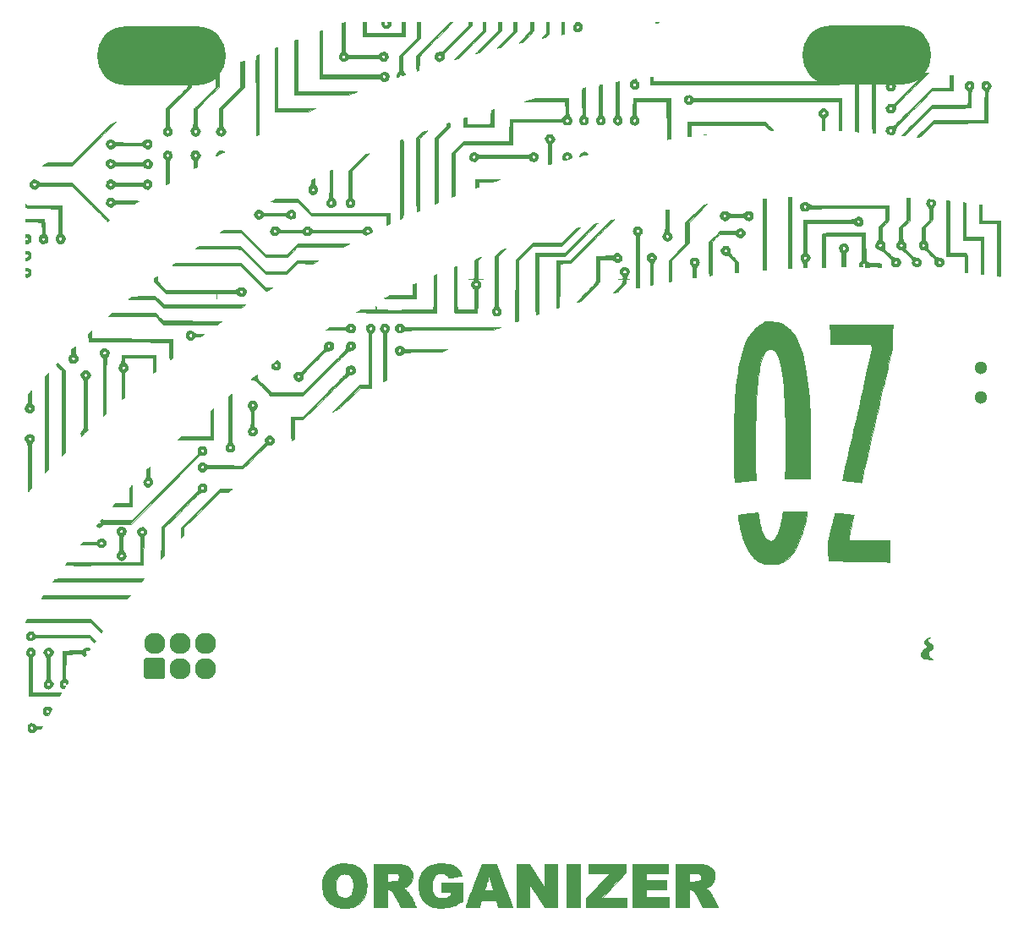
<source format=gbr>
%TF.GenerationSoftware,KiCad,Pcbnew,(5.1.10)-1*%
%TF.CreationDate,2021-10-02T23:38:01-05:00*%
%TF.ProjectId,OzSec 2021 - Organizer,4f7a5365-6320-4323-9032-31202d204f72,rev?*%
%TF.SameCoordinates,Original*%
%TF.FileFunction,Soldermask,Top*%
%TF.FilePolarity,Negative*%
%FSLAX46Y46*%
G04 Gerber Fmt 4.6, Leading zero omitted, Abs format (unit mm)*
G04 Created by KiCad (PCBNEW (5.1.10)-1) date 2021-10-02 23:38:01*
%MOMM*%
%LPD*%
G01*
G04 APERTURE LIST*
%ADD10C,0.010000*%
%ADD11C,2.127200*%
%ADD12O,2.127200X2.127200*%
%ADD13O,12.900000X5.900000*%
%ADD14C,1.300000*%
G04 APERTURE END LIST*
D10*
%TO.C,G\u002A\u002A\u002A*%
G36*
X177711415Y-108040725D02*
G01*
X177684186Y-108061923D01*
X177641964Y-108085293D01*
X177539318Y-108155019D01*
X177468159Y-108240075D01*
X177432253Y-108334451D01*
X177432609Y-108419403D01*
X177444447Y-108455586D01*
X177469968Y-108488323D01*
X177516828Y-108524639D01*
X177592685Y-108571556D01*
X177608686Y-108580901D01*
X177696922Y-108637540D01*
X177782841Y-108701690D01*
X177850454Y-108761228D01*
X177860895Y-108772081D01*
X177931109Y-108864466D01*
X177964242Y-108951688D01*
X177959472Y-109036812D01*
X177915978Y-109122906D01*
X177832937Y-109213036D01*
X177718318Y-109304013D01*
X177596023Y-109404895D01*
X177515047Y-109504527D01*
X177474600Y-109606000D01*
X177473891Y-109712403D01*
X177512128Y-109826830D01*
X177562195Y-109914197D01*
X177615003Y-109984320D01*
X177685836Y-110065179D01*
X177760236Y-110140368D01*
X177767312Y-110146939D01*
X177899205Y-110268300D01*
X177825122Y-110266129D01*
X177778340Y-110262906D01*
X177698982Y-110255479D01*
X177596486Y-110244810D01*
X177480292Y-110231859D01*
X177423632Y-110225257D01*
X177302903Y-110209535D01*
X177190285Y-110192227D01*
X177095645Y-110175041D01*
X177028850Y-110159681D01*
X177010619Y-110153862D01*
X176892859Y-110092201D01*
X176804335Y-110010983D01*
X176748751Y-109915601D01*
X176729809Y-109811450D01*
X176736021Y-109753933D01*
X176772910Y-109648792D01*
X176839879Y-109527814D01*
X176931461Y-109398146D01*
X177042185Y-109266935D01*
X177166584Y-109141331D01*
X177278855Y-109044422D01*
X177394603Y-108952264D01*
X177278824Y-108843338D01*
X177179076Y-108733629D01*
X177120769Y-108629830D01*
X177103782Y-108529814D01*
X177127993Y-108431448D01*
X177193281Y-108332602D01*
X177246585Y-108277325D01*
X177351694Y-108191173D01*
X177469605Y-108121417D01*
X177589748Y-108068558D01*
X177661530Y-108043188D01*
X177702974Y-108034196D01*
X177711415Y-108040725D01*
G37*
X177711415Y-108040725D02*
X177684186Y-108061923D01*
X177641964Y-108085293D01*
X177539318Y-108155019D01*
X177468159Y-108240075D01*
X177432253Y-108334451D01*
X177432609Y-108419403D01*
X177444447Y-108455586D01*
X177469968Y-108488323D01*
X177516828Y-108524639D01*
X177592685Y-108571556D01*
X177608686Y-108580901D01*
X177696922Y-108637540D01*
X177782841Y-108701690D01*
X177850454Y-108761228D01*
X177860895Y-108772081D01*
X177931109Y-108864466D01*
X177964242Y-108951688D01*
X177959472Y-109036812D01*
X177915978Y-109122906D01*
X177832937Y-109213036D01*
X177718318Y-109304013D01*
X177596023Y-109404895D01*
X177515047Y-109504527D01*
X177474600Y-109606000D01*
X177473891Y-109712403D01*
X177512128Y-109826830D01*
X177562195Y-109914197D01*
X177615003Y-109984320D01*
X177685836Y-110065179D01*
X177760236Y-110140368D01*
X177767312Y-110146939D01*
X177899205Y-110268300D01*
X177825122Y-110266129D01*
X177778340Y-110262906D01*
X177698982Y-110255479D01*
X177596486Y-110244810D01*
X177480292Y-110231859D01*
X177423632Y-110225257D01*
X177302903Y-110209535D01*
X177190285Y-110192227D01*
X177095645Y-110175041D01*
X177028850Y-110159681D01*
X177010619Y-110153862D01*
X176892859Y-110092201D01*
X176804335Y-110010983D01*
X176748751Y-109915601D01*
X176729809Y-109811450D01*
X176736021Y-109753933D01*
X176772910Y-109648792D01*
X176839879Y-109527814D01*
X176931461Y-109398146D01*
X177042185Y-109266935D01*
X177166584Y-109141331D01*
X177278855Y-109044422D01*
X177394603Y-108952264D01*
X177278824Y-108843338D01*
X177179076Y-108733629D01*
X177120769Y-108629830D01*
X177103782Y-108529814D01*
X177127993Y-108431448D01*
X177193281Y-108332602D01*
X177246585Y-108277325D01*
X177351694Y-108191173D01*
X177469605Y-108121417D01*
X177589748Y-108068558D01*
X177661530Y-108043188D01*
X177702974Y-108034196D01*
X177711415Y-108040725D01*
G36*
X150416421Y-46459348D02*
G01*
X150460416Y-46462816D01*
X150462213Y-46468458D01*
X150421847Y-46476161D01*
X150339352Y-46485809D01*
X150321375Y-46487612D01*
X150236128Y-46492919D01*
X150188402Y-46488585D01*
X150178500Y-46479923D01*
X150198315Y-46468450D01*
X150252531Y-46460824D01*
X150330195Y-46458167D01*
X150416421Y-46459348D01*
G37*
X150416421Y-46459348D02*
X150460416Y-46462816D01*
X150462213Y-46468458D01*
X150421847Y-46476161D01*
X150339352Y-46485809D01*
X150321375Y-46487612D01*
X150236128Y-46492919D01*
X150188402Y-46488585D01*
X150178500Y-46479923D01*
X150198315Y-46468450D01*
X150252531Y-46460824D01*
X150330195Y-46458167D01*
X150416421Y-46459348D01*
G36*
X122989925Y-46508101D02*
G01*
X122969180Y-46563000D01*
X122972003Y-46598059D01*
X123013384Y-46673254D01*
X123074372Y-46743519D01*
X123140401Y-46792710D01*
X123152992Y-46798625D01*
X123194016Y-46812902D01*
X123223551Y-46809436D01*
X123255689Y-46782739D01*
X123288550Y-46745822D01*
X123349771Y-46656453D01*
X123374615Y-46574071D01*
X123361751Y-46503216D01*
X123360465Y-46500745D01*
X123349960Y-46477355D01*
X123355198Y-46464564D01*
X123383925Y-46459907D01*
X123443889Y-46460918D01*
X123480764Y-46462462D01*
X123624917Y-46468750D01*
X123631823Y-46564000D01*
X123622588Y-46701095D01*
X123577140Y-46822121D01*
X123500080Y-46922246D01*
X123396012Y-46996636D01*
X123269537Y-47040460D01*
X123168686Y-47050369D01*
X123081496Y-47044453D01*
X123010121Y-47021100D01*
X122954315Y-46989441D01*
X122864368Y-46908944D01*
X122793459Y-46797558D01*
X122746448Y-46664281D01*
X122731681Y-46577056D01*
X122719411Y-46458167D01*
X123022643Y-46458167D01*
X122989925Y-46508101D01*
G37*
X122989925Y-46508101D02*
X122969180Y-46563000D01*
X122972003Y-46598059D01*
X123013384Y-46673254D01*
X123074372Y-46743519D01*
X123140401Y-46792710D01*
X123152992Y-46798625D01*
X123194016Y-46812902D01*
X123223551Y-46809436D01*
X123255689Y-46782739D01*
X123288550Y-46745822D01*
X123349771Y-46656453D01*
X123374615Y-46574071D01*
X123361751Y-46503216D01*
X123360465Y-46500745D01*
X123349960Y-46477355D01*
X123355198Y-46464564D01*
X123383925Y-46459907D01*
X123443889Y-46460918D01*
X123480764Y-46462462D01*
X123624917Y-46468750D01*
X123631823Y-46564000D01*
X123622588Y-46701095D01*
X123577140Y-46822121D01*
X123500080Y-46922246D01*
X123396012Y-46996636D01*
X123269537Y-47040460D01*
X123168686Y-47050369D01*
X123081496Y-47044453D01*
X123010121Y-47021100D01*
X122954315Y-46989441D01*
X122864368Y-46908944D01*
X122793459Y-46797558D01*
X122746448Y-46664281D01*
X122731681Y-46577056D01*
X122719411Y-46458167D01*
X123022643Y-46458167D01*
X122989925Y-46508101D01*
G36*
X142682871Y-46575736D02*
G01*
X142766980Y-46684218D01*
X142814953Y-46790676D01*
X142830826Y-46906442D01*
X142827092Y-46980598D01*
X142801692Y-47109159D01*
X142752992Y-47206785D01*
X142677307Y-47280059D01*
X142649412Y-47297912D01*
X142546341Y-47339578D01*
X142423539Y-47361314D01*
X142299040Y-47361517D01*
X142190989Y-47338624D01*
X142075161Y-47274912D01*
X141990131Y-47183532D01*
X141938712Y-47068580D01*
X141923500Y-46949267D01*
X141934130Y-46878780D01*
X142171267Y-46878780D01*
X142172741Y-46942356D01*
X142175659Y-46950742D01*
X142202104Y-46997502D01*
X142244938Y-47052430D01*
X142293924Y-47104563D01*
X142338819Y-47142936D01*
X142367993Y-47156667D01*
X142396165Y-47142621D01*
X142442354Y-47106124D01*
X142487202Y-47064202D01*
X142553720Y-46984145D01*
X142580659Y-46914337D01*
X142568389Y-46851026D01*
X142517283Y-46790461D01*
X142514543Y-46788132D01*
X142461095Y-46749881D01*
X142412611Y-46736781D01*
X142354620Y-46747939D01*
X142290333Y-46774332D01*
X142210206Y-46823170D01*
X142171267Y-46878780D01*
X141934130Y-46878780D01*
X141941205Y-46831874D01*
X141995441Y-46708761D01*
X142087891Y-46576258D01*
X142102607Y-46558386D01*
X142186465Y-46458167D01*
X142575419Y-46458167D01*
X142682871Y-46575736D01*
G37*
X142682871Y-46575736D02*
X142766980Y-46684218D01*
X142814953Y-46790676D01*
X142830826Y-46906442D01*
X142827092Y-46980598D01*
X142801692Y-47109159D01*
X142752992Y-47206785D01*
X142677307Y-47280059D01*
X142649412Y-47297912D01*
X142546341Y-47339578D01*
X142423539Y-47361314D01*
X142299040Y-47361517D01*
X142190989Y-47338624D01*
X142075161Y-47274912D01*
X141990131Y-47183532D01*
X141938712Y-47068580D01*
X141923500Y-46949267D01*
X141934130Y-46878780D01*
X142171267Y-46878780D01*
X142172741Y-46942356D01*
X142175659Y-46950742D01*
X142202104Y-46997502D01*
X142244938Y-47052430D01*
X142293924Y-47104563D01*
X142338819Y-47142936D01*
X142367993Y-47156667D01*
X142396165Y-47142621D01*
X142442354Y-47106124D01*
X142487202Y-47064202D01*
X142553720Y-46984145D01*
X142580659Y-46914337D01*
X142568389Y-46851026D01*
X142517283Y-46790461D01*
X142514543Y-46788132D01*
X142461095Y-46749881D01*
X142412611Y-46736781D01*
X142354620Y-46747939D01*
X142290333Y-46774332D01*
X142210206Y-46823170D01*
X142171267Y-46878780D01*
X141934130Y-46878780D01*
X141941205Y-46831874D01*
X141995441Y-46708761D01*
X142087891Y-46576258D01*
X142102607Y-46558386D01*
X142186465Y-46458167D01*
X142575419Y-46458167D01*
X142682871Y-46575736D01*
G36*
X141034500Y-47600360D02*
G01*
X140986875Y-47611647D01*
X140937148Y-47622253D01*
X140867853Y-47635709D01*
X140838709Y-47641067D01*
X140738167Y-47659201D01*
X140738167Y-46458167D01*
X141034500Y-46458167D01*
X141034500Y-47600360D01*
G37*
X141034500Y-47600360D02*
X140986875Y-47611647D01*
X140937148Y-47622253D01*
X140867853Y-47635709D01*
X140838709Y-47641067D01*
X140738167Y-47659201D01*
X140738167Y-46458167D01*
X141034500Y-46458167D01*
X141034500Y-47600360D01*
G36*
X121190750Y-47505917D02*
G01*
X124778500Y-47516739D01*
X124778500Y-46458167D01*
X125096000Y-46458167D01*
X125096000Y-47855167D01*
X120862667Y-47855167D01*
X120862434Y-47236042D01*
X120861932Y-47074186D01*
X120860628Y-46922601D01*
X120858640Y-46787459D01*
X120856087Y-46674934D01*
X120853085Y-46591199D01*
X120849755Y-46542427D01*
X120849081Y-46537542D01*
X120835961Y-46458167D01*
X121013356Y-46458158D01*
X121190750Y-46458150D01*
X121190750Y-47505917D01*
G37*
X121190750Y-47505917D02*
X124778500Y-47516739D01*
X124778500Y-46458167D01*
X125096000Y-46458167D01*
X125096000Y-47855167D01*
X120862667Y-47855167D01*
X120862434Y-47236042D01*
X120861932Y-47074186D01*
X120860628Y-46922601D01*
X120858640Y-46787459D01*
X120856087Y-46674934D01*
X120853085Y-46591199D01*
X120849755Y-46542427D01*
X120849081Y-46537542D01*
X120835961Y-46458167D01*
X121013356Y-46458158D01*
X121190750Y-46458150D01*
X121190750Y-47505917D01*
G36*
X139525120Y-47023295D02*
G01*
X139511816Y-47588424D01*
X139328619Y-47772474D01*
X139250135Y-47850369D01*
X139192382Y-47903581D01*
X139146701Y-47937897D01*
X139104431Y-47959100D01*
X139056911Y-47972975D01*
X139015752Y-47981451D01*
X138937185Y-47996777D01*
X138868223Y-48010607D01*
X138833167Y-48017939D01*
X138818991Y-48015441D01*
X138826939Y-47995335D01*
X138859273Y-47954746D01*
X138918257Y-47890801D01*
X138997209Y-47809680D01*
X139214167Y-47589861D01*
X139214167Y-46458167D01*
X139538425Y-46458167D01*
X139525120Y-47023295D01*
G37*
X139525120Y-47023295D02*
X139511816Y-47588424D01*
X139328619Y-47772474D01*
X139250135Y-47850369D01*
X139192382Y-47903581D01*
X139146701Y-47937897D01*
X139104431Y-47959100D01*
X139056911Y-47972975D01*
X139015752Y-47981451D01*
X138937185Y-47996777D01*
X138868223Y-48010607D01*
X138833167Y-48017939D01*
X138818991Y-48015441D01*
X138826939Y-47995335D01*
X138859273Y-47954746D01*
X138918257Y-47890801D01*
X138997209Y-47809680D01*
X139214167Y-47589861D01*
X139214167Y-46458167D01*
X139538425Y-46458167D01*
X139525120Y-47023295D01*
G36*
X138007667Y-47294544D02*
G01*
X137441459Y-47859952D01*
X136875250Y-48425359D01*
X136727084Y-48458750D01*
X136647959Y-48476943D01*
X136581692Y-48492825D01*
X136542358Y-48503021D01*
X136541875Y-48503164D01*
X136511129Y-48504567D01*
X136504834Y-48496741D01*
X136519316Y-48478402D01*
X136560609Y-48433562D01*
X136625483Y-48365547D01*
X136710707Y-48277683D01*
X136813051Y-48173295D01*
X136929284Y-48055709D01*
X137056176Y-47928250D01*
X137086917Y-47897500D01*
X137669000Y-47315705D01*
X137669000Y-46458167D01*
X138007667Y-46458167D01*
X138007667Y-47294544D01*
G37*
X138007667Y-47294544D02*
X137441459Y-47859952D01*
X136875250Y-48425359D01*
X136727084Y-48458750D01*
X136647959Y-48476943D01*
X136581692Y-48492825D01*
X136542358Y-48503021D01*
X136541875Y-48503164D01*
X136511129Y-48504567D01*
X136504834Y-48496741D01*
X136519316Y-48478402D01*
X136560609Y-48433562D01*
X136625483Y-48365547D01*
X136710707Y-48277683D01*
X136813051Y-48173295D01*
X136929284Y-48055709D01*
X137056176Y-47928250D01*
X137086917Y-47897500D01*
X137669000Y-47315705D01*
X137669000Y-46458167D01*
X138007667Y-46458167D01*
X138007667Y-47294544D01*
G36*
X136272000Y-47357962D02*
G01*
X135483542Y-48143715D01*
X134695084Y-48929467D01*
X134510641Y-48974400D01*
X134426881Y-48994389D01*
X134359022Y-49009806D01*
X134317356Y-49018347D01*
X134309914Y-49019334D01*
X134321389Y-49004834D01*
X134360234Y-48963113D01*
X134423839Y-48896835D01*
X134509592Y-48808666D01*
X134614885Y-48701271D01*
X134737105Y-48577316D01*
X134873642Y-48439465D01*
X135021885Y-48290384D01*
X135134648Y-48177343D01*
X135975667Y-47335353D01*
X135975667Y-46458167D01*
X136272000Y-46458167D01*
X136272000Y-47357962D01*
G37*
X136272000Y-47357962D02*
X135483542Y-48143715D01*
X134695084Y-48929467D01*
X134510641Y-48974400D01*
X134426881Y-48994389D01*
X134359022Y-49009806D01*
X134317356Y-49018347D01*
X134309914Y-49019334D01*
X134321389Y-49004834D01*
X134360234Y-48963113D01*
X134423839Y-48896835D01*
X134509592Y-48808666D01*
X134614885Y-48701271D01*
X134737105Y-48577316D01*
X134873642Y-48439465D01*
X135021885Y-48290384D01*
X135134648Y-48177343D01*
X135975667Y-47335353D01*
X135975667Y-46458167D01*
X136272000Y-46458167D01*
X136272000Y-47357962D01*
G36*
X134748000Y-47273236D02*
G01*
X133652371Y-48368713D01*
X132556742Y-49464191D01*
X132359677Y-49516929D01*
X132273570Y-49539599D01*
X132203356Y-49557387D01*
X132158708Y-49567877D01*
X132148339Y-49569667D01*
X132160612Y-49555104D01*
X132200586Y-49512951D01*
X132265983Y-49445513D01*
X132354531Y-49355094D01*
X132463953Y-49243999D01*
X132591975Y-49114531D01*
X132736322Y-48968995D01*
X132894719Y-48809696D01*
X133064891Y-48638937D01*
X133244564Y-48459024D01*
X133261116Y-48442468D01*
X134388167Y-47315270D01*
X134388167Y-46458167D01*
X134748000Y-46458167D01*
X134748000Y-47273236D01*
G37*
X134748000Y-47273236D02*
X133652371Y-48368713D01*
X132556742Y-49464191D01*
X132359677Y-49516929D01*
X132273570Y-49539599D01*
X132203356Y-49557387D01*
X132158708Y-49567877D01*
X132148339Y-49569667D01*
X132160612Y-49555104D01*
X132200586Y-49512951D01*
X132265983Y-49445513D01*
X132354531Y-49355094D01*
X132463953Y-49243999D01*
X132591975Y-49114531D01*
X132736322Y-48968995D01*
X132894719Y-48809696D01*
X133064891Y-48638937D01*
X133244564Y-48459024D01*
X133261116Y-48442468D01*
X134388167Y-47315270D01*
X134388167Y-46458167D01*
X134748000Y-46458167D01*
X134748000Y-47273236D01*
G36*
X133133785Y-47315417D02*
G01*
X133048408Y-47410667D01*
X133020571Y-47440225D01*
X132965366Y-47497472D01*
X132885174Y-47579976D01*
X132782376Y-47685309D01*
X132659354Y-47811039D01*
X132518489Y-47954737D01*
X132362163Y-48113973D01*
X132192755Y-48286317D01*
X132012648Y-48469338D01*
X131824224Y-48660607D01*
X131718958Y-48767374D01*
X130474884Y-50028831D01*
X130267234Y-50087728D01*
X130176449Y-50113628D01*
X130098962Y-50136013D01*
X130045147Y-50151870D01*
X130027834Y-50157230D01*
X130037900Y-50144138D01*
X130075939Y-50103147D01*
X130139966Y-50036274D01*
X130228001Y-49945533D01*
X130338060Y-49832941D01*
X130468163Y-49700513D01*
X130616326Y-49550265D01*
X130780567Y-49384213D01*
X130958904Y-49204372D01*
X131149355Y-49012760D01*
X131349938Y-48811390D01*
X131440709Y-48720402D01*
X132885334Y-47272968D01*
X132885334Y-46458167D01*
X133164217Y-46458167D01*
X133133785Y-47315417D01*
G37*
X133133785Y-47315417D02*
X133048408Y-47410667D01*
X133020571Y-47440225D01*
X132965366Y-47497472D01*
X132885174Y-47579976D01*
X132782376Y-47685309D01*
X132659354Y-47811039D01*
X132518489Y-47954737D01*
X132362163Y-48113973D01*
X132192755Y-48286317D01*
X132012648Y-48469338D01*
X131824224Y-48660607D01*
X131718958Y-48767374D01*
X130474884Y-50028831D01*
X130267234Y-50087728D01*
X130176449Y-50113628D01*
X130098962Y-50136013D01*
X130045147Y-50151870D01*
X130027834Y-50157230D01*
X130037900Y-50144138D01*
X130075939Y-50103147D01*
X130139966Y-50036274D01*
X130228001Y-49945533D01*
X130338060Y-49832941D01*
X130468163Y-49700513D01*
X130616326Y-49550265D01*
X130780567Y-49384213D01*
X130958904Y-49204372D01*
X131149355Y-49012760D01*
X131349938Y-48811390D01*
X131440709Y-48720402D01*
X132885334Y-47272968D01*
X132885334Y-46458167D01*
X133164217Y-46458167D01*
X133133785Y-47315417D01*
G36*
X131763500Y-46807538D02*
G01*
X128988868Y-49580250D01*
X129002814Y-49782912D01*
X129008308Y-49886337D01*
X129007394Y-49958354D01*
X128999301Y-50009512D01*
X128983259Y-50050359D01*
X128983257Y-50050364D01*
X128931807Y-50122934D01*
X128855753Y-50197810D01*
X128765547Y-50267640D01*
X128671641Y-50325070D01*
X128584488Y-50362745D01*
X128523609Y-50373745D01*
X128475334Y-50363274D01*
X128410705Y-50336946D01*
X128376834Y-50319255D01*
X128239940Y-50224222D01*
X128141079Y-50118298D01*
X128080975Y-50004342D01*
X128066063Y-49918174D01*
X128362831Y-49918174D01*
X128379015Y-49979097D01*
X128404884Y-50023608D01*
X128411225Y-50029299D01*
X128466126Y-50050125D01*
X128538933Y-50055576D01*
X128607851Y-50044968D01*
X128629322Y-50036142D01*
X128679005Y-49988184D01*
X128702977Y-49920205D01*
X128701950Y-49845259D01*
X128676637Y-49776400D01*
X128627750Y-49726680D01*
X128612001Y-49718800D01*
X128529253Y-49703962D01*
X128455039Y-49724867D01*
X128397595Y-49774927D01*
X128365154Y-49847553D01*
X128362831Y-49918174D01*
X128066063Y-49918174D01*
X128060358Y-49885211D01*
X128079954Y-49763762D01*
X128140491Y-49642851D01*
X128188796Y-49580680D01*
X128273649Y-49502378D01*
X128370046Y-49452506D01*
X128487849Y-49427182D01*
X128591695Y-49421965D01*
X128674121Y-49420673D01*
X128731274Y-49413842D01*
X128778775Y-49396177D01*
X128832247Y-49362380D01*
X128888028Y-49321504D01*
X128923937Y-49291037D01*
X128987212Y-49233095D01*
X129075301Y-49150154D01*
X129185653Y-49044690D01*
X129315715Y-48919177D01*
X129462935Y-48776090D01*
X129624761Y-48617906D01*
X129798641Y-48447100D01*
X129982022Y-48266147D01*
X130172354Y-48077522D01*
X130244792Y-48005521D01*
X131467167Y-46789535D01*
X131467167Y-46458167D01*
X131763500Y-46458167D01*
X131763500Y-46807538D01*
G37*
X131763500Y-46807538D02*
X128988868Y-49580250D01*
X129002814Y-49782912D01*
X129008308Y-49886337D01*
X129007394Y-49958354D01*
X128999301Y-50009512D01*
X128983259Y-50050359D01*
X128983257Y-50050364D01*
X128931807Y-50122934D01*
X128855753Y-50197810D01*
X128765547Y-50267640D01*
X128671641Y-50325070D01*
X128584488Y-50362745D01*
X128523609Y-50373745D01*
X128475334Y-50363274D01*
X128410705Y-50336946D01*
X128376834Y-50319255D01*
X128239940Y-50224222D01*
X128141079Y-50118298D01*
X128080975Y-50004342D01*
X128066063Y-49918174D01*
X128362831Y-49918174D01*
X128379015Y-49979097D01*
X128404884Y-50023608D01*
X128411225Y-50029299D01*
X128466126Y-50050125D01*
X128538933Y-50055576D01*
X128607851Y-50044968D01*
X128629322Y-50036142D01*
X128679005Y-49988184D01*
X128702977Y-49920205D01*
X128701950Y-49845259D01*
X128676637Y-49776400D01*
X128627750Y-49726680D01*
X128612001Y-49718800D01*
X128529253Y-49703962D01*
X128455039Y-49724867D01*
X128397595Y-49774927D01*
X128365154Y-49847553D01*
X128362831Y-49918174D01*
X128066063Y-49918174D01*
X128060358Y-49885211D01*
X128079954Y-49763762D01*
X128140491Y-49642851D01*
X128188796Y-49580680D01*
X128273649Y-49502378D01*
X128370046Y-49452506D01*
X128487849Y-49427182D01*
X128591695Y-49421965D01*
X128674121Y-49420673D01*
X128731274Y-49413842D01*
X128778775Y-49396177D01*
X128832247Y-49362380D01*
X128888028Y-49321504D01*
X128923937Y-49291037D01*
X128987212Y-49233095D01*
X129075301Y-49150154D01*
X129185653Y-49044690D01*
X129315715Y-48919177D01*
X129462935Y-48776090D01*
X129624761Y-48617906D01*
X129798641Y-48447100D01*
X129982022Y-48266147D01*
X130172354Y-48077522D01*
X130244792Y-48005521D01*
X131467167Y-46789535D01*
X131467167Y-46458167D01*
X131763500Y-46458167D01*
X131763500Y-46807538D01*
G36*
X119084667Y-49394399D02*
G01*
X119273187Y-49566700D01*
X119461707Y-49739000D01*
X122424732Y-49739000D01*
X122564035Y-49612758D01*
X122679546Y-49515575D01*
X122778511Y-49450757D01*
X122867952Y-49415499D01*
X122954887Y-49407000D01*
X123042981Y-49421540D01*
X123125709Y-49459119D01*
X123214003Y-49523643D01*
X123295045Y-49603923D01*
X123356020Y-49688770D01*
X123362118Y-49700164D01*
X123398728Y-49815782D01*
X123395175Y-49935834D01*
X123352696Y-50055917D01*
X123272529Y-50171627D01*
X123212660Y-50231953D01*
X123106460Y-50312836D01*
X123005970Y-50356183D01*
X122906124Y-50361754D01*
X122801855Y-50329309D01*
X122688093Y-50258609D01*
X122620272Y-50203872D01*
X122554052Y-50145836D01*
X122500274Y-50096760D01*
X122467028Y-50064115D01*
X122460861Y-50056680D01*
X122436713Y-50052017D01*
X122370658Y-50047915D01*
X122263118Y-50044380D01*
X122114517Y-50041417D01*
X121925277Y-50039033D01*
X121695821Y-50037234D01*
X121426572Y-50036026D01*
X121117953Y-50035414D01*
X120943490Y-50035334D01*
X119439311Y-50035334D01*
X119303890Y-50162014D01*
X119233994Y-50224396D01*
X119167610Y-50278513D01*
X119116351Y-50315040D01*
X119105766Y-50321118D01*
X118992261Y-50359393D01*
X118875233Y-50362944D01*
X118776874Y-50335373D01*
X118678425Y-50268748D01*
X118591199Y-50171328D01*
X118523254Y-50054535D01*
X118482652Y-49929789D01*
X118479976Y-49914678D01*
X118479755Y-49908864D01*
X118767167Y-49908864D01*
X118782865Y-49985229D01*
X118830280Y-50033913D01*
X118909896Y-50055330D01*
X118939674Y-50056500D01*
X119006401Y-50046313D01*
X119054652Y-50009621D01*
X119061964Y-50000729D01*
X119099785Y-49923160D01*
X119102071Y-49840708D01*
X119086292Y-49804916D01*
X122771681Y-49804916D01*
X122773044Y-49877885D01*
X122790204Y-49958274D01*
X122824336Y-50013590D01*
X122840848Y-50029343D01*
X122905704Y-50069576D01*
X122965908Y-50070191D01*
X123028761Y-50030703D01*
X123044462Y-50015795D01*
X123094782Y-49941498D01*
X123103677Y-49863177D01*
X123070848Y-49784892D01*
X123062464Y-49773605D01*
X123021977Y-49735322D01*
X122970040Y-49719670D01*
X122928926Y-49717834D01*
X122843673Y-49725668D01*
X122793051Y-49752854D01*
X122771681Y-49804916D01*
X119086292Y-49804916D01*
X119069233Y-49766222D01*
X119053879Y-49748621D01*
X118991903Y-49705933D01*
X118924210Y-49701214D01*
X118853347Y-49727634D01*
X118803974Y-49761579D01*
X118777462Y-49806952D01*
X118767732Y-49876538D01*
X118767167Y-49908864D01*
X118479755Y-49908864D01*
X118475990Y-49809950D01*
X118501704Y-49712644D01*
X118560393Y-49615169D01*
X118653972Y-49511263D01*
X118790726Y-49377174D01*
X118786971Y-47966387D01*
X118783216Y-46555599D01*
X118886316Y-46520563D01*
X118956396Y-46496957D01*
X119016853Y-46476943D01*
X119037042Y-46470421D01*
X119084667Y-46455314D01*
X119084667Y-49394399D01*
G37*
X119084667Y-49394399D02*
X119273187Y-49566700D01*
X119461707Y-49739000D01*
X122424732Y-49739000D01*
X122564035Y-49612758D01*
X122679546Y-49515575D01*
X122778511Y-49450757D01*
X122867952Y-49415499D01*
X122954887Y-49407000D01*
X123042981Y-49421540D01*
X123125709Y-49459119D01*
X123214003Y-49523643D01*
X123295045Y-49603923D01*
X123356020Y-49688770D01*
X123362118Y-49700164D01*
X123398728Y-49815782D01*
X123395175Y-49935834D01*
X123352696Y-50055917D01*
X123272529Y-50171627D01*
X123212660Y-50231953D01*
X123106460Y-50312836D01*
X123005970Y-50356183D01*
X122906124Y-50361754D01*
X122801855Y-50329309D01*
X122688093Y-50258609D01*
X122620272Y-50203872D01*
X122554052Y-50145836D01*
X122500274Y-50096760D01*
X122467028Y-50064115D01*
X122460861Y-50056680D01*
X122436713Y-50052017D01*
X122370658Y-50047915D01*
X122263118Y-50044380D01*
X122114517Y-50041417D01*
X121925277Y-50039033D01*
X121695821Y-50037234D01*
X121426572Y-50036026D01*
X121117953Y-50035414D01*
X120943490Y-50035334D01*
X119439311Y-50035334D01*
X119303890Y-50162014D01*
X119233994Y-50224396D01*
X119167610Y-50278513D01*
X119116351Y-50315040D01*
X119105766Y-50321118D01*
X118992261Y-50359393D01*
X118875233Y-50362944D01*
X118776874Y-50335373D01*
X118678425Y-50268748D01*
X118591199Y-50171328D01*
X118523254Y-50054535D01*
X118482652Y-49929789D01*
X118479976Y-49914678D01*
X118479755Y-49908864D01*
X118767167Y-49908864D01*
X118782865Y-49985229D01*
X118830280Y-50033913D01*
X118909896Y-50055330D01*
X118939674Y-50056500D01*
X119006401Y-50046313D01*
X119054652Y-50009621D01*
X119061964Y-50000729D01*
X119099785Y-49923160D01*
X119102071Y-49840708D01*
X119086292Y-49804916D01*
X122771681Y-49804916D01*
X122773044Y-49877885D01*
X122790204Y-49958274D01*
X122824336Y-50013590D01*
X122840848Y-50029343D01*
X122905704Y-50069576D01*
X122965908Y-50070191D01*
X123028761Y-50030703D01*
X123044462Y-50015795D01*
X123094782Y-49941498D01*
X123103677Y-49863177D01*
X123070848Y-49784892D01*
X123062464Y-49773605D01*
X123021977Y-49735322D01*
X122970040Y-49719670D01*
X122928926Y-49717834D01*
X122843673Y-49725668D01*
X122793051Y-49752854D01*
X122771681Y-49804916D01*
X119086292Y-49804916D01*
X119069233Y-49766222D01*
X119053879Y-49748621D01*
X118991903Y-49705933D01*
X118924210Y-49701214D01*
X118853347Y-49727634D01*
X118803974Y-49761579D01*
X118777462Y-49806952D01*
X118767732Y-49876538D01*
X118767167Y-49908864D01*
X118479755Y-49908864D01*
X118475990Y-49809950D01*
X118501704Y-49712644D01*
X118560393Y-49615169D01*
X118653972Y-49511263D01*
X118790726Y-49377174D01*
X118786971Y-47966387D01*
X118783216Y-46555599D01*
X118886316Y-46520563D01*
X118956396Y-46496957D01*
X119016853Y-46476943D01*
X119037042Y-46470421D01*
X119084667Y-46455314D01*
X119084667Y-49394399D01*
G36*
X128470386Y-47860541D02*
G01*
X128184827Y-48147738D01*
X127927908Y-48406566D01*
X127698229Y-48638483D01*
X127494391Y-48844946D01*
X127314995Y-49027414D01*
X127158640Y-49187345D01*
X127023927Y-49326198D01*
X126909455Y-49445431D01*
X126813826Y-49546501D01*
X126735640Y-49630867D01*
X126673496Y-49699988D01*
X126625995Y-49755322D01*
X126591738Y-49798326D01*
X126569324Y-49830459D01*
X126557354Y-49853179D01*
X126557140Y-49853733D01*
X126549327Y-49893168D01*
X126540866Y-49968288D01*
X126532121Y-50072457D01*
X126523457Y-50199040D01*
X126515238Y-50341400D01*
X126507827Y-50492902D01*
X126501589Y-50646910D01*
X126496888Y-50796787D01*
X126494088Y-50935898D01*
X126493466Y-51014292D01*
X126491900Y-51106727D01*
X126488021Y-51181143D01*
X126482449Y-51228885D01*
X126477125Y-51242063D01*
X126449086Y-51247900D01*
X126395535Y-51262496D01*
X126361437Y-51272581D01*
X126261623Y-51302870D01*
X126251182Y-51235310D01*
X126248375Y-51197983D01*
X126245336Y-51124004D01*
X126242207Y-51019052D01*
X126239130Y-50888809D01*
X126236245Y-50738954D01*
X126233694Y-50575166D01*
X126232556Y-50487098D01*
X126224371Y-49806447D01*
X129572849Y-46458167D01*
X129865689Y-46458167D01*
X128470386Y-47860541D01*
G37*
X128470386Y-47860541D02*
X128184827Y-48147738D01*
X127927908Y-48406566D01*
X127698229Y-48638483D01*
X127494391Y-48844946D01*
X127314995Y-49027414D01*
X127158640Y-49187345D01*
X127023927Y-49326198D01*
X126909455Y-49445431D01*
X126813826Y-49546501D01*
X126735640Y-49630867D01*
X126673496Y-49699988D01*
X126625995Y-49755322D01*
X126591738Y-49798326D01*
X126569324Y-49830459D01*
X126557354Y-49853179D01*
X126557140Y-49853733D01*
X126549327Y-49893168D01*
X126540866Y-49968288D01*
X126532121Y-50072457D01*
X126523457Y-50199040D01*
X126515238Y-50341400D01*
X126507827Y-50492902D01*
X126501589Y-50646910D01*
X126496888Y-50796787D01*
X126494088Y-50935898D01*
X126493466Y-51014292D01*
X126491900Y-51106727D01*
X126488021Y-51181143D01*
X126482449Y-51228885D01*
X126477125Y-51242063D01*
X126449086Y-51247900D01*
X126395535Y-51262496D01*
X126361437Y-51272581D01*
X126261623Y-51302870D01*
X126251182Y-51235310D01*
X126248375Y-51197983D01*
X126245336Y-51124004D01*
X126242207Y-51019052D01*
X126239130Y-50888809D01*
X126236245Y-50738954D01*
X126233694Y-50575166D01*
X126232556Y-50487098D01*
X126224371Y-49806447D01*
X129572849Y-46458167D01*
X129865689Y-46458167D01*
X128470386Y-47860541D01*
G36*
X126598834Y-48049290D02*
G01*
X124860874Y-49813084D01*
X124867312Y-50575084D01*
X124869010Y-50780328D01*
X124870788Y-50947990D01*
X124873389Y-51082814D01*
X124877556Y-51189547D01*
X124884033Y-51272934D01*
X124893563Y-51337720D01*
X124906890Y-51388651D01*
X124924758Y-51430472D01*
X124947908Y-51467929D01*
X124977086Y-51505767D01*
X125013034Y-51548732D01*
X125021409Y-51558726D01*
X125061965Y-51612322D01*
X125086522Y-51654749D01*
X125090262Y-51671797D01*
X125067634Y-51690209D01*
X125017080Y-51714451D01*
X124971634Y-51731553D01*
X124904933Y-51751995D01*
X124853368Y-51758666D01*
X124797180Y-51752028D01*
X124734386Y-51737132D01*
X124639645Y-51717650D01*
X124576229Y-51718400D01*
X124537185Y-51741540D01*
X124515556Y-51789229D01*
X124511876Y-51806183D01*
X124487592Y-51864152D01*
X124435883Y-51907527D01*
X124351023Y-51940104D01*
X124287655Y-51954894D01*
X124222393Y-51967947D01*
X124237879Y-51864678D01*
X124281854Y-51710892D01*
X124363842Y-51570239D01*
X124382927Y-51546285D01*
X124416459Y-51505897D01*
X124443719Y-51469949D01*
X124465356Y-51433708D01*
X124482020Y-51392445D01*
X124494359Y-51341427D01*
X124503022Y-51275925D01*
X124508659Y-51191206D01*
X124511918Y-51082540D01*
X124513448Y-50945195D01*
X124513898Y-50774442D01*
X124513917Y-50591388D01*
X124513917Y-49845692D01*
X125408209Y-48936829D01*
X126302500Y-48027966D01*
X126302500Y-46458167D01*
X126598834Y-46458167D01*
X126598834Y-48049290D01*
G37*
X126598834Y-48049290D02*
X124860874Y-49813084D01*
X124867312Y-50575084D01*
X124869010Y-50780328D01*
X124870788Y-50947990D01*
X124873389Y-51082814D01*
X124877556Y-51189547D01*
X124884033Y-51272934D01*
X124893563Y-51337720D01*
X124906890Y-51388651D01*
X124924758Y-51430472D01*
X124947908Y-51467929D01*
X124977086Y-51505767D01*
X125013034Y-51548732D01*
X125021409Y-51558726D01*
X125061965Y-51612322D01*
X125086522Y-51654749D01*
X125090262Y-51671797D01*
X125067634Y-51690209D01*
X125017080Y-51714451D01*
X124971634Y-51731553D01*
X124904933Y-51751995D01*
X124853368Y-51758666D01*
X124797180Y-51752028D01*
X124734386Y-51737132D01*
X124639645Y-51717650D01*
X124576229Y-51718400D01*
X124537185Y-51741540D01*
X124515556Y-51789229D01*
X124511876Y-51806183D01*
X124487592Y-51864152D01*
X124435883Y-51907527D01*
X124351023Y-51940104D01*
X124287655Y-51954894D01*
X124222393Y-51967947D01*
X124237879Y-51864678D01*
X124281854Y-51710892D01*
X124363842Y-51570239D01*
X124382927Y-51546285D01*
X124416459Y-51505897D01*
X124443719Y-51469949D01*
X124465356Y-51433708D01*
X124482020Y-51392445D01*
X124494359Y-51341427D01*
X124503022Y-51275925D01*
X124508659Y-51191206D01*
X124511918Y-51082540D01*
X124513448Y-50945195D01*
X124513898Y-50774442D01*
X124513917Y-50591388D01*
X124513917Y-49845692D01*
X125408209Y-48936829D01*
X126302500Y-48027966D01*
X126302500Y-46458167D01*
X126598834Y-46458167D01*
X126598834Y-48049290D01*
G36*
X175588460Y-51315262D02*
G01*
X175688078Y-51323202D01*
X175755614Y-51332291D01*
X175801288Y-51345199D01*
X175835325Y-51364599D01*
X175860897Y-51386449D01*
X175937166Y-51479607D01*
X175994242Y-51592090D01*
X176028030Y-51711409D01*
X176034433Y-51825076D01*
X176023941Y-51883644D01*
X175984715Y-51973507D01*
X175920879Y-52049581D01*
X175825915Y-52118281D01*
X175737847Y-52165215D01*
X175647028Y-52206743D01*
X175580240Y-52228097D01*
X175524701Y-52229995D01*
X175467624Y-52213157D01*
X175406815Y-52183853D01*
X175312830Y-52120694D01*
X175223272Y-52035759D01*
X175148680Y-51941019D01*
X175099593Y-51848444D01*
X175092489Y-51826854D01*
X175084623Y-51779955D01*
X175388000Y-51779955D01*
X175403738Y-51862421D01*
X175449018Y-51915259D01*
X175520938Y-51935913D01*
X175562703Y-51933831D01*
X175625117Y-51919075D01*
X175672205Y-51896955D01*
X175678713Y-51891525D01*
X175700208Y-51847284D01*
X175709602Y-51780638D01*
X175707338Y-51707625D01*
X175693858Y-51644282D01*
X175670880Y-51607534D01*
X175604148Y-51581716D01*
X175532819Y-51589708D01*
X175466721Y-51625519D01*
X175415680Y-51683159D01*
X175389527Y-51756638D01*
X175388000Y-51779955D01*
X175084623Y-51779955D01*
X175078742Y-51744898D01*
X175088610Y-51668496D01*
X175125319Y-51589537D01*
X175192090Y-51499909D01*
X175246643Y-51439006D01*
X175376170Y-51300542D01*
X175588460Y-51315262D01*
G37*
X175588460Y-51315262D02*
X175688078Y-51323202D01*
X175755614Y-51332291D01*
X175801288Y-51345199D01*
X175835325Y-51364599D01*
X175860897Y-51386449D01*
X175937166Y-51479607D01*
X175994242Y-51592090D01*
X176028030Y-51711409D01*
X176034433Y-51825076D01*
X176023941Y-51883644D01*
X175984715Y-51973507D01*
X175920879Y-52049581D01*
X175825915Y-52118281D01*
X175737847Y-52165215D01*
X175647028Y-52206743D01*
X175580240Y-52228097D01*
X175524701Y-52229995D01*
X175467624Y-52213157D01*
X175406815Y-52183853D01*
X175312830Y-52120694D01*
X175223272Y-52035759D01*
X175148680Y-51941019D01*
X175099593Y-51848444D01*
X175092489Y-51826854D01*
X175084623Y-51779955D01*
X175388000Y-51779955D01*
X175403738Y-51862421D01*
X175449018Y-51915259D01*
X175520938Y-51935913D01*
X175562703Y-51933831D01*
X175625117Y-51919075D01*
X175672205Y-51896955D01*
X175678713Y-51891525D01*
X175700208Y-51847284D01*
X175709602Y-51780638D01*
X175707338Y-51707625D01*
X175693858Y-51644282D01*
X175670880Y-51607534D01*
X175604148Y-51581716D01*
X175532819Y-51589708D01*
X175466721Y-51625519D01*
X175415680Y-51683159D01*
X175389527Y-51756638D01*
X175388000Y-51779955D01*
X175084623Y-51779955D01*
X175078742Y-51744898D01*
X175088610Y-51668496D01*
X175125319Y-51589537D01*
X175192090Y-51499909D01*
X175246643Y-51439006D01*
X175376170Y-51300542D01*
X175588460Y-51315262D01*
G36*
X116826268Y-47283206D02*
G01*
X116828498Y-47343479D01*
X116830615Y-47440555D01*
X116832595Y-47571668D01*
X116834418Y-47734051D01*
X116836063Y-47924941D01*
X116837508Y-48141570D01*
X116838733Y-48381175D01*
X116839715Y-48640988D01*
X116840435Y-48918245D01*
X116840869Y-49210180D01*
X116841000Y-49485000D01*
X116841000Y-51707500D01*
X122539759Y-51707500D01*
X122664768Y-51591763D01*
X122787300Y-51497399D01*
X122910045Y-51439406D01*
X123028490Y-51419586D01*
X123084209Y-51424466D01*
X123219239Y-51467902D01*
X123327167Y-51542767D01*
X123405748Y-51646223D01*
X123452735Y-51775430D01*
X123466167Y-51907257D01*
X123450671Y-52031714D01*
X123401929Y-52138815D01*
X123316562Y-52234268D01*
X123236705Y-52294875D01*
X123141788Y-52351699D01*
X123062400Y-52379004D01*
X122984934Y-52377636D01*
X122895783Y-52348439D01*
X122834852Y-52319834D01*
X122756558Y-52273978D01*
X122684899Y-52220686D01*
X122642969Y-52179851D01*
X122614556Y-52146851D01*
X122588006Y-52124655D01*
X122553928Y-52110275D01*
X122502931Y-52100725D01*
X122425625Y-52093016D01*
X122351623Y-52087179D01*
X122302252Y-52084995D01*
X122213295Y-52082872D01*
X122087499Y-52080827D01*
X121927610Y-52078878D01*
X121736377Y-52077042D01*
X121516546Y-52075334D01*
X121270864Y-52073774D01*
X121002079Y-52072377D01*
X120712937Y-52071161D01*
X120406185Y-52070143D01*
X120084571Y-52069340D01*
X119750842Y-52068768D01*
X119407745Y-52068446D01*
X119333375Y-52068411D01*
X116544667Y-52067334D01*
X116544667Y-51870177D01*
X122818253Y-51870177D01*
X122834320Y-51946996D01*
X122890238Y-52020694D01*
X122898118Y-52028224D01*
X122960507Y-52074011D01*
X123017375Y-52083749D01*
X123077485Y-52056758D01*
X123131899Y-52010121D01*
X123192220Y-51934488D01*
X123211557Y-51866982D01*
X123190743Y-51809144D01*
X123130612Y-51762514D01*
X123031999Y-51728635D01*
X122973692Y-51717718D01*
X122873357Y-51702672D01*
X122840139Y-51782176D01*
X122818253Y-51870177D01*
X116544667Y-51870177D01*
X116544667Y-47351053D01*
X116675777Y-47306777D01*
X116745603Y-47284021D01*
X116799292Y-47268043D01*
X116823943Y-47262500D01*
X116826268Y-47283206D01*
G37*
X116826268Y-47283206D02*
X116828498Y-47343479D01*
X116830615Y-47440555D01*
X116832595Y-47571668D01*
X116834418Y-47734051D01*
X116836063Y-47924941D01*
X116837508Y-48141570D01*
X116838733Y-48381175D01*
X116839715Y-48640988D01*
X116840435Y-48918245D01*
X116840869Y-49210180D01*
X116841000Y-49485000D01*
X116841000Y-51707500D01*
X122539759Y-51707500D01*
X122664768Y-51591763D01*
X122787300Y-51497399D01*
X122910045Y-51439406D01*
X123028490Y-51419586D01*
X123084209Y-51424466D01*
X123219239Y-51467902D01*
X123327167Y-51542767D01*
X123405748Y-51646223D01*
X123452735Y-51775430D01*
X123466167Y-51907257D01*
X123450671Y-52031714D01*
X123401929Y-52138815D01*
X123316562Y-52234268D01*
X123236705Y-52294875D01*
X123141788Y-52351699D01*
X123062400Y-52379004D01*
X122984934Y-52377636D01*
X122895783Y-52348439D01*
X122834852Y-52319834D01*
X122756558Y-52273978D01*
X122684899Y-52220686D01*
X122642969Y-52179851D01*
X122614556Y-52146851D01*
X122588006Y-52124655D01*
X122553928Y-52110275D01*
X122502931Y-52100725D01*
X122425625Y-52093016D01*
X122351623Y-52087179D01*
X122302252Y-52084995D01*
X122213295Y-52082872D01*
X122087499Y-52080827D01*
X121927610Y-52078878D01*
X121736377Y-52077042D01*
X121516546Y-52075334D01*
X121270864Y-52073774D01*
X121002079Y-52072377D01*
X120712937Y-52071161D01*
X120406185Y-52070143D01*
X120084571Y-52069340D01*
X119750842Y-52068768D01*
X119407745Y-52068446D01*
X119333375Y-52068411D01*
X116544667Y-52067334D01*
X116544667Y-51870177D01*
X122818253Y-51870177D01*
X122834320Y-51946996D01*
X122890238Y-52020694D01*
X122898118Y-52028224D01*
X122960507Y-52074011D01*
X123017375Y-52083749D01*
X123077485Y-52056758D01*
X123131899Y-52010121D01*
X123192220Y-51934488D01*
X123211557Y-51866982D01*
X123190743Y-51809144D01*
X123130612Y-51762514D01*
X123031999Y-51728635D01*
X122973692Y-51717718D01*
X122873357Y-51702672D01*
X122840139Y-51782176D01*
X122818253Y-51870177D01*
X116544667Y-51870177D01*
X116544667Y-47351053D01*
X116675777Y-47306777D01*
X116745603Y-47284021D01*
X116799292Y-47268043D01*
X116823943Y-47262500D01*
X116826268Y-47283206D01*
G36*
X168298837Y-50909302D02*
G01*
X168373789Y-50914423D01*
X168379789Y-50915002D01*
X168530000Y-50929803D01*
X168530000Y-52681167D01*
X149649334Y-52681167D01*
X149649334Y-51921761D01*
X149749875Y-51908494D01*
X149828687Y-51897367D01*
X149881511Y-51892923D01*
X149913689Y-51901522D01*
X149930560Y-51929522D01*
X149937465Y-51983282D01*
X149939743Y-52069160D01*
X149941047Y-52136125D01*
X149947010Y-52384834D01*
X154576547Y-52384828D01*
X155097732Y-52384747D01*
X155653838Y-52384510D01*
X156239431Y-52384125D01*
X156849078Y-52383602D01*
X157477346Y-52382948D01*
X158118803Y-52382172D01*
X158768014Y-52381282D01*
X159419547Y-52380287D01*
X160067969Y-52379194D01*
X160707847Y-52378014D01*
X161333748Y-52376752D01*
X161940238Y-52375420D01*
X162521885Y-52374023D01*
X163073256Y-52372572D01*
X163588918Y-52371074D01*
X163696642Y-52370740D01*
X168187201Y-52356657D01*
X168194559Y-51642249D01*
X168196700Y-51472391D01*
X168199421Y-51316164D01*
X168202577Y-51178570D01*
X168206022Y-51064614D01*
X168209610Y-50979301D01*
X168213195Y-50927635D01*
X168215747Y-50914020D01*
X168242206Y-50909144D01*
X168298837Y-50909302D01*
G37*
X168298837Y-50909302D02*
X168373789Y-50914423D01*
X168379789Y-50915002D01*
X168530000Y-50929803D01*
X168530000Y-52681167D01*
X149649334Y-52681167D01*
X149649334Y-51921761D01*
X149749875Y-51908494D01*
X149828687Y-51897367D01*
X149881511Y-51892923D01*
X149913689Y-51901522D01*
X149930560Y-51929522D01*
X149937465Y-51983282D01*
X149939743Y-52069160D01*
X149941047Y-52136125D01*
X149947010Y-52384834D01*
X154576547Y-52384828D01*
X155097732Y-52384747D01*
X155653838Y-52384510D01*
X156239431Y-52384125D01*
X156849078Y-52383602D01*
X157477346Y-52382948D01*
X158118803Y-52382172D01*
X158768014Y-52381282D01*
X159419547Y-52380287D01*
X160067969Y-52379194D01*
X160707847Y-52378014D01*
X161333748Y-52376752D01*
X161940238Y-52375420D01*
X162521885Y-52374023D01*
X163073256Y-52372572D01*
X163588918Y-52371074D01*
X163696642Y-52370740D01*
X168187201Y-52356657D01*
X168194559Y-51642249D01*
X168196700Y-51472391D01*
X168199421Y-51316164D01*
X168202577Y-51178570D01*
X168206022Y-51064614D01*
X168209610Y-50979301D01*
X168213195Y-50927635D01*
X168215747Y-50914020D01*
X168242206Y-50909144D01*
X168298837Y-50909302D01*
G36*
X148185350Y-52142680D02*
G01*
X148188834Y-52158817D01*
X148204323Y-52190308D01*
X148243961Y-52234300D01*
X148275698Y-52262128D01*
X148340928Y-52325197D01*
X148401413Y-52400568D01*
X148418573Y-52427167D01*
X148447114Y-52481361D01*
X148464033Y-52533291D01*
X148472218Y-52597148D01*
X148474558Y-52687118D01*
X148474584Y-52702334D01*
X148472760Y-52797447D01*
X148465562Y-52863640D01*
X148450393Y-52914235D01*
X148424661Y-52962554D01*
X148423570Y-52964314D01*
X148352741Y-53040660D01*
X148253112Y-53096757D01*
X148134450Y-53129814D01*
X148006522Y-53137038D01*
X147886599Y-53117795D01*
X147772706Y-53068338D01*
X147687129Y-52989278D01*
X147636173Y-52903417D01*
X147606869Y-52802879D01*
X147597632Y-52684095D01*
X147599787Y-52661276D01*
X147846610Y-52661276D01*
X147851584Y-52704735D01*
X147882807Y-52756618D01*
X147941773Y-52824042D01*
X148004870Y-52876548D01*
X148063999Y-52891119D01*
X148126506Y-52871039D01*
X148178942Y-52821944D01*
X148213991Y-52748950D01*
X148224292Y-52669287D01*
X148221737Y-52648121D01*
X148198987Y-52593883D01*
X148156982Y-52537628D01*
X148107522Y-52492091D01*
X148062406Y-52470007D01*
X148056228Y-52469500D01*
X148015396Y-52483798D01*
X147961012Y-52519530D01*
X147907031Y-52565956D01*
X147867411Y-52612334D01*
X147864463Y-52617082D01*
X147846610Y-52661276D01*
X147599787Y-52661276D01*
X147608761Y-52566253D01*
X147629816Y-52492093D01*
X147661361Y-52438132D01*
X147713942Y-52372655D01*
X147779107Y-52303731D01*
X147848403Y-52239429D01*
X147913379Y-52187819D01*
X147965583Y-52156969D01*
X147986277Y-52151767D01*
X148036594Y-52148169D01*
X148101592Y-52139682D01*
X148109459Y-52138414D01*
X148162531Y-52133121D01*
X148185350Y-52142680D01*
G37*
X148185350Y-52142680D02*
X148188834Y-52158817D01*
X148204323Y-52190308D01*
X148243961Y-52234300D01*
X148275698Y-52262128D01*
X148340928Y-52325197D01*
X148401413Y-52400568D01*
X148418573Y-52427167D01*
X148447114Y-52481361D01*
X148464033Y-52533291D01*
X148472218Y-52597148D01*
X148474558Y-52687118D01*
X148474584Y-52702334D01*
X148472760Y-52797447D01*
X148465562Y-52863640D01*
X148450393Y-52914235D01*
X148424661Y-52962554D01*
X148423570Y-52964314D01*
X148352741Y-53040660D01*
X148253112Y-53096757D01*
X148134450Y-53129814D01*
X148006522Y-53137038D01*
X147886599Y-53117795D01*
X147772706Y-53068338D01*
X147687129Y-52989278D01*
X147636173Y-52903417D01*
X147606869Y-52802879D01*
X147597632Y-52684095D01*
X147599787Y-52661276D01*
X147846610Y-52661276D01*
X147851584Y-52704735D01*
X147882807Y-52756618D01*
X147941773Y-52824042D01*
X148004870Y-52876548D01*
X148063999Y-52891119D01*
X148126506Y-52871039D01*
X148178942Y-52821944D01*
X148213991Y-52748950D01*
X148224292Y-52669287D01*
X148221737Y-52648121D01*
X148198987Y-52593883D01*
X148156982Y-52537628D01*
X148107522Y-52492091D01*
X148062406Y-52470007D01*
X148056228Y-52469500D01*
X148015396Y-52483798D01*
X147961012Y-52519530D01*
X147907031Y-52565956D01*
X147867411Y-52612334D01*
X147864463Y-52617082D01*
X147846610Y-52661276D01*
X147599787Y-52661276D01*
X147608761Y-52566253D01*
X147629816Y-52492093D01*
X147661361Y-52438132D01*
X147713942Y-52372655D01*
X147779107Y-52303731D01*
X147848403Y-52239429D01*
X147913379Y-52187819D01*
X147965583Y-52156969D01*
X147986277Y-52151767D01*
X148036594Y-52148169D01*
X148101592Y-52139682D01*
X148109459Y-52138414D01*
X148162531Y-52133121D01*
X148185350Y-52142680D01*
G36*
X173627228Y-51159304D02*
G01*
X173694444Y-51164842D01*
X173755062Y-51170765D01*
X173885167Y-51184364D01*
X173885167Y-52368315D01*
X173994354Y-52487699D01*
X174094648Y-52613343D01*
X174156156Y-52729493D01*
X174180486Y-52839324D01*
X174181035Y-52856472D01*
X174165578Y-52959937D01*
X174123097Y-53067048D01*
X174061125Y-53164508D01*
X173987192Y-53239015D01*
X173951520Y-53261775D01*
X173883681Y-53284304D01*
X173790599Y-53299535D01*
X173688969Y-53305969D01*
X173595482Y-53302104D01*
X173561586Y-53296829D01*
X173466353Y-53255805D01*
X173375562Y-53173575D01*
X173290572Y-53051584D01*
X173244227Y-52946641D01*
X173235726Y-52877660D01*
X173533567Y-52877660D01*
X173554283Y-52960198D01*
X173589315Y-53010014D01*
X173631759Y-53046843D01*
X173676631Y-53058543D01*
X173726201Y-53054874D01*
X173800385Y-53032912D01*
X173847909Y-52997655D01*
X173877882Y-52930875D01*
X173882575Y-52846657D01*
X173861568Y-52761827D01*
X173854200Y-52746181D01*
X173804143Y-52683333D01*
X173741571Y-52660060D01*
X173669863Y-52676699D01*
X173605523Y-52721334D01*
X173550832Y-52794765D01*
X173533567Y-52877660D01*
X173235726Y-52877660D01*
X173231875Y-52846423D01*
X173254814Y-52746333D01*
X173314340Y-52641774D01*
X173411752Y-52528152D01*
X173448618Y-52491551D01*
X173546500Y-52397186D01*
X173546500Y-51777176D01*
X173546621Y-51598908D01*
X173547171Y-51458477D01*
X173548437Y-51351385D01*
X173550703Y-51273138D01*
X173554252Y-51219237D01*
X173559370Y-51185187D01*
X173566340Y-51166492D01*
X173575448Y-51158654D01*
X173585729Y-51157167D01*
X173627228Y-51159304D01*
G37*
X173627228Y-51159304D02*
X173694444Y-51164842D01*
X173755062Y-51170765D01*
X173885167Y-51184364D01*
X173885167Y-52368315D01*
X173994354Y-52487699D01*
X174094648Y-52613343D01*
X174156156Y-52729493D01*
X174180486Y-52839324D01*
X174181035Y-52856472D01*
X174165578Y-52959937D01*
X174123097Y-53067048D01*
X174061125Y-53164508D01*
X173987192Y-53239015D01*
X173951520Y-53261775D01*
X173883681Y-53284304D01*
X173790599Y-53299535D01*
X173688969Y-53305969D01*
X173595482Y-53302104D01*
X173561586Y-53296829D01*
X173466353Y-53255805D01*
X173375562Y-53173575D01*
X173290572Y-53051584D01*
X173244227Y-52946641D01*
X173235726Y-52877660D01*
X173533567Y-52877660D01*
X173554283Y-52960198D01*
X173589315Y-53010014D01*
X173631759Y-53046843D01*
X173676631Y-53058543D01*
X173726201Y-53054874D01*
X173800385Y-53032912D01*
X173847909Y-52997655D01*
X173877882Y-52930875D01*
X173882575Y-52846657D01*
X173861568Y-52761827D01*
X173854200Y-52746181D01*
X173804143Y-52683333D01*
X173741571Y-52660060D01*
X173669863Y-52676699D01*
X173605523Y-52721334D01*
X173550832Y-52794765D01*
X173533567Y-52877660D01*
X173235726Y-52877660D01*
X173231875Y-52846423D01*
X173254814Y-52746333D01*
X173314340Y-52641774D01*
X173411752Y-52528152D01*
X173448618Y-52491551D01*
X173546500Y-52397186D01*
X173546500Y-51777176D01*
X173546621Y-51598908D01*
X173547171Y-51458477D01*
X173548437Y-51351385D01*
X173550703Y-51273138D01*
X173554252Y-51219237D01*
X173559370Y-51185187D01*
X173566340Y-51166492D01*
X173575448Y-51158654D01*
X173585729Y-51157167D01*
X173627228Y-51159304D01*
G36*
X114352123Y-48193408D02*
G01*
X114353843Y-48253927D01*
X114355485Y-48351668D01*
X114357033Y-48484078D01*
X114358475Y-48648601D01*
X114359797Y-48842681D01*
X114360983Y-49063763D01*
X114362021Y-49309292D01*
X114362897Y-49576714D01*
X114363597Y-49863472D01*
X114364106Y-50167012D01*
X114364411Y-50484779D01*
X114364500Y-50776167D01*
X114364500Y-53379667D01*
X117327834Y-53379667D01*
X117678380Y-53379778D01*
X118017119Y-53380103D01*
X118341656Y-53380630D01*
X118649596Y-53381344D01*
X118938543Y-53382234D01*
X119206105Y-53383287D01*
X119449887Y-53384489D01*
X119667493Y-53385829D01*
X119856530Y-53387293D01*
X120014602Y-53388867D01*
X120139316Y-53390541D01*
X120228276Y-53392300D01*
X120279089Y-53394132D01*
X120290724Y-53395542D01*
X120271719Y-53407417D01*
X120218787Y-53431746D01*
X120137642Y-53466133D01*
X120033998Y-53508182D01*
X119913572Y-53555494D01*
X119861715Y-53575459D01*
X119433150Y-53739500D01*
X118893783Y-53734310D01*
X118795116Y-53733515D01*
X118657943Y-53732646D01*
X118486093Y-53731716D01*
X118283393Y-53730742D01*
X118053672Y-53729737D01*
X117800758Y-53728719D01*
X117528478Y-53727701D01*
X117240660Y-53726700D01*
X116941133Y-53725729D01*
X116633724Y-53724805D01*
X116322261Y-53723942D01*
X116200709Y-53723626D01*
X114047000Y-53718133D01*
X114047000Y-52335307D01*
X114046740Y-52042961D01*
X114045994Y-51720594D01*
X114044811Y-51378080D01*
X114043242Y-51025296D01*
X114041337Y-50672120D01*
X114039146Y-50328428D01*
X114036719Y-50004096D01*
X114034107Y-49709001D01*
X114033224Y-49620782D01*
X114019447Y-48289084D01*
X114177810Y-48230875D01*
X114253729Y-48203582D01*
X114313740Y-48183148D01*
X114347302Y-48173128D01*
X114350337Y-48172667D01*
X114352123Y-48193408D01*
G37*
X114352123Y-48193408D02*
X114353843Y-48253927D01*
X114355485Y-48351668D01*
X114357033Y-48484078D01*
X114358475Y-48648601D01*
X114359797Y-48842681D01*
X114360983Y-49063763D01*
X114362021Y-49309292D01*
X114362897Y-49576714D01*
X114363597Y-49863472D01*
X114364106Y-50167012D01*
X114364411Y-50484779D01*
X114364500Y-50776167D01*
X114364500Y-53379667D01*
X117327834Y-53379667D01*
X117678380Y-53379778D01*
X118017119Y-53380103D01*
X118341656Y-53380630D01*
X118649596Y-53381344D01*
X118938543Y-53382234D01*
X119206105Y-53383287D01*
X119449887Y-53384489D01*
X119667493Y-53385829D01*
X119856530Y-53387293D01*
X120014602Y-53388867D01*
X120139316Y-53390541D01*
X120228276Y-53392300D01*
X120279089Y-53394132D01*
X120290724Y-53395542D01*
X120271719Y-53407417D01*
X120218787Y-53431746D01*
X120137642Y-53466133D01*
X120033998Y-53508182D01*
X119913572Y-53555494D01*
X119861715Y-53575459D01*
X119433150Y-53739500D01*
X118893783Y-53734310D01*
X118795116Y-53733515D01*
X118657943Y-53732646D01*
X118486093Y-53731716D01*
X118283393Y-53730742D01*
X118053672Y-53729737D01*
X117800758Y-53728719D01*
X117528478Y-53727701D01*
X117240660Y-53726700D01*
X116941133Y-53725729D01*
X116633724Y-53724805D01*
X116322261Y-53723942D01*
X116200709Y-53723626D01*
X114047000Y-53718133D01*
X114047000Y-52335307D01*
X114046740Y-52042961D01*
X114045994Y-51720594D01*
X114044811Y-51378080D01*
X114043242Y-51025296D01*
X114041337Y-50672120D01*
X114039146Y-50328428D01*
X114036719Y-50004096D01*
X114034107Y-49709001D01*
X114033224Y-49620782D01*
X114019447Y-48289084D01*
X114177810Y-48230875D01*
X114253729Y-48203582D01*
X114313740Y-48183148D01*
X114347302Y-48173128D01*
X114350337Y-48172667D01*
X114352123Y-48193408D01*
G36*
X112331721Y-48964557D02*
G01*
X112335057Y-48991822D01*
X112338066Y-49039264D01*
X112340761Y-49108522D01*
X112343157Y-49201235D01*
X112345267Y-49319040D01*
X112347104Y-49463575D01*
X112348683Y-49636479D01*
X112350017Y-49839390D01*
X112351120Y-50073946D01*
X112352005Y-50341784D01*
X112352687Y-50644543D01*
X112353179Y-50983861D01*
X112353494Y-51361376D01*
X112353647Y-51778726D01*
X112353667Y-52014303D01*
X112353667Y-55072773D01*
X114242792Y-55078178D01*
X116131917Y-55083584D01*
X115369917Y-55422250D01*
X113713625Y-55427920D01*
X112057334Y-55433589D01*
X112057334Y-49050868D01*
X112179877Y-49003351D01*
X112248620Y-48978210D01*
X112303189Y-48960985D01*
X112328044Y-48955834D01*
X112331721Y-48964557D01*
G37*
X112331721Y-48964557D02*
X112335057Y-48991822D01*
X112338066Y-49039264D01*
X112340761Y-49108522D01*
X112343157Y-49201235D01*
X112345267Y-49319040D01*
X112347104Y-49463575D01*
X112348683Y-49636479D01*
X112350017Y-49839390D01*
X112351120Y-50073946D01*
X112352005Y-50341784D01*
X112352687Y-50644543D01*
X112353179Y-50983861D01*
X112353494Y-51361376D01*
X112353647Y-51778726D01*
X112353667Y-52014303D01*
X112353667Y-55072773D01*
X114242792Y-55078178D01*
X116131917Y-55083584D01*
X115369917Y-55422250D01*
X113713625Y-55427920D01*
X112057334Y-55433589D01*
X112057334Y-49050868D01*
X112179877Y-49003351D01*
X112248620Y-48978210D01*
X112303189Y-48960985D01*
X112328044Y-48955834D01*
X112331721Y-48964557D01*
G36*
X177354705Y-51485070D02*
G01*
X177427593Y-51494477D01*
X177479497Y-51505196D01*
X177500463Y-51515099D01*
X177500389Y-51516235D01*
X177484354Y-51533948D01*
X177441134Y-51578015D01*
X177373903Y-51645291D01*
X177285839Y-51732632D01*
X177180117Y-51836892D01*
X177059916Y-51954927D01*
X176928410Y-52083591D01*
X176855974Y-52154277D01*
X176711525Y-52295750D01*
X176552262Y-52452871D01*
X176381093Y-52622694D01*
X176200926Y-52802271D01*
X176014668Y-52988655D01*
X175825227Y-53178901D01*
X175635513Y-53370060D01*
X175448432Y-53559186D01*
X175266893Y-53743333D01*
X175093804Y-53919552D01*
X174932073Y-54084898D01*
X174784608Y-54236423D01*
X174654316Y-54371180D01*
X174544107Y-54486223D01*
X174456888Y-54578605D01*
X174395567Y-54645379D01*
X174377949Y-54665410D01*
X174299853Y-54758934D01*
X174246089Y-54832467D01*
X174211553Y-54896438D01*
X174191138Y-54961278D01*
X174179739Y-55037417D01*
X174176243Y-55077466D01*
X174153047Y-55217347D01*
X174105248Y-55327492D01*
X174029361Y-55414853D01*
X173993073Y-55443073D01*
X173935671Y-55478703D01*
X173878888Y-55499444D01*
X173805993Y-55510184D01*
X173751541Y-55513671D01*
X173664532Y-55515611D01*
X173601033Y-55508705D01*
X173542536Y-55489267D01*
X173483000Y-55460179D01*
X173399286Y-55407689D01*
X173336785Y-55343742D01*
X173296312Y-55283747D01*
X173256533Y-55212954D01*
X173236752Y-55156986D01*
X173231841Y-55096597D01*
X173233455Y-55060471D01*
X173546500Y-55060471D01*
X173563437Y-55143286D01*
X173608061Y-55204345D01*
X173671098Y-55239297D01*
X173743270Y-55243793D01*
X173815299Y-55213481D01*
X173836178Y-55196311D01*
X173878649Y-55130829D01*
X173888392Y-55054828D01*
X173867144Y-54981523D01*
X173816645Y-54924128D01*
X173798986Y-54913467D01*
X173708824Y-54883105D01*
X173634562Y-54890357D01*
X173580475Y-54932736D01*
X173550835Y-55007754D01*
X173546500Y-55060471D01*
X173233455Y-55060471D01*
X173233943Y-55049576D01*
X173262388Y-54924465D01*
X173326123Y-54810039D01*
X173418104Y-54716867D01*
X173482808Y-54676125D01*
X173531689Y-54654304D01*
X173582309Y-54640247D01*
X173645717Y-54632348D01*
X173732966Y-54628999D01*
X173810224Y-54628500D01*
X174043812Y-54628500D01*
X177202716Y-51469806D01*
X177354705Y-51485070D01*
G37*
X177354705Y-51485070D02*
X177427593Y-51494477D01*
X177479497Y-51505196D01*
X177500463Y-51515099D01*
X177500389Y-51516235D01*
X177484354Y-51533948D01*
X177441134Y-51578015D01*
X177373903Y-51645291D01*
X177285839Y-51732632D01*
X177180117Y-51836892D01*
X177059916Y-51954927D01*
X176928410Y-52083591D01*
X176855974Y-52154277D01*
X176711525Y-52295750D01*
X176552262Y-52452871D01*
X176381093Y-52622694D01*
X176200926Y-52802271D01*
X176014668Y-52988655D01*
X175825227Y-53178901D01*
X175635513Y-53370060D01*
X175448432Y-53559186D01*
X175266893Y-53743333D01*
X175093804Y-53919552D01*
X174932073Y-54084898D01*
X174784608Y-54236423D01*
X174654316Y-54371180D01*
X174544107Y-54486223D01*
X174456888Y-54578605D01*
X174395567Y-54645379D01*
X174377949Y-54665410D01*
X174299853Y-54758934D01*
X174246089Y-54832467D01*
X174211553Y-54896438D01*
X174191138Y-54961278D01*
X174179739Y-55037417D01*
X174176243Y-55077466D01*
X174153047Y-55217347D01*
X174105248Y-55327492D01*
X174029361Y-55414853D01*
X173993073Y-55443073D01*
X173935671Y-55478703D01*
X173878888Y-55499444D01*
X173805993Y-55510184D01*
X173751541Y-55513671D01*
X173664532Y-55515611D01*
X173601033Y-55508705D01*
X173542536Y-55489267D01*
X173483000Y-55460179D01*
X173399286Y-55407689D01*
X173336785Y-55343742D01*
X173296312Y-55283747D01*
X173256533Y-55212954D01*
X173236752Y-55156986D01*
X173231841Y-55096597D01*
X173233455Y-55060471D01*
X173546500Y-55060471D01*
X173563437Y-55143286D01*
X173608061Y-55204345D01*
X173671098Y-55239297D01*
X173743270Y-55243793D01*
X173815299Y-55213481D01*
X173836178Y-55196311D01*
X173878649Y-55130829D01*
X173888392Y-55054828D01*
X173867144Y-54981523D01*
X173816645Y-54924128D01*
X173798986Y-54913467D01*
X173708824Y-54883105D01*
X173634562Y-54890357D01*
X173580475Y-54932736D01*
X173550835Y-55007754D01*
X173546500Y-55060471D01*
X173233455Y-55060471D01*
X173233943Y-55049576D01*
X173262388Y-54924465D01*
X173326123Y-54810039D01*
X173418104Y-54716867D01*
X173482808Y-54676125D01*
X173531689Y-54654304D01*
X173582309Y-54640247D01*
X173645717Y-54632348D01*
X173732966Y-54628999D01*
X173810224Y-54628500D01*
X174043812Y-54628500D01*
X177202716Y-51469806D01*
X177354705Y-51485070D01*
G36*
X144823334Y-55776746D02*
G01*
X144916050Y-55858358D01*
X145012477Y-55963659D01*
X145073826Y-56082197D01*
X145103533Y-56221906D01*
X145107580Y-56300667D01*
X145099176Y-56429657D01*
X145069047Y-56527681D01*
X145013993Y-56601841D01*
X144950930Y-56648129D01*
X144883014Y-56673414D01*
X144788470Y-56690667D01*
X144681908Y-56699124D01*
X144577936Y-56698019D01*
X144491165Y-56686588D01*
X144452917Y-56674214D01*
X144355477Y-56606533D01*
X144284436Y-56508555D01*
X144242316Y-56384944D01*
X144231160Y-56264597D01*
X144506812Y-56264597D01*
X144517036Y-56341080D01*
X144557394Y-56414218D01*
X144567242Y-56425428D01*
X144631532Y-56476878D01*
X144691595Y-56486837D01*
X144750706Y-56455479D01*
X144770462Y-56436201D01*
X144813404Y-56375967D01*
X144845680Y-56307669D01*
X144845915Y-56306964D01*
X144855569Y-56222774D01*
X144825431Y-56152379D01*
X144756371Y-56097795D01*
X144755473Y-56097329D01*
X144680267Y-56076826D01*
X144613449Y-56090882D01*
X144559367Y-56131917D01*
X144522372Y-56192348D01*
X144506812Y-56264597D01*
X144231160Y-56264597D01*
X144231132Y-56264305D01*
X144246439Y-56131227D01*
X144294066Y-56017010D01*
X144378223Y-55912949D01*
X144419316Y-55875404D01*
X144528379Y-55782084D01*
X144525563Y-54260115D01*
X144525126Y-53962460D01*
X144525024Y-53704480D01*
X144525301Y-53483515D01*
X144526002Y-53296907D01*
X144527170Y-53142000D01*
X144528852Y-53016133D01*
X144531091Y-52916650D01*
X144533931Y-52840891D01*
X144537418Y-52786198D01*
X144541596Y-52749914D01*
X144546509Y-52729380D01*
X144551332Y-52722305D01*
X144587122Y-52711118D01*
X144649337Y-52698939D01*
X144701625Y-52691376D01*
X144823334Y-52676289D01*
X144823334Y-55776746D01*
G37*
X144823334Y-55776746D02*
X144916050Y-55858358D01*
X145012477Y-55963659D01*
X145073826Y-56082197D01*
X145103533Y-56221906D01*
X145107580Y-56300667D01*
X145099176Y-56429657D01*
X145069047Y-56527681D01*
X145013993Y-56601841D01*
X144950930Y-56648129D01*
X144883014Y-56673414D01*
X144788470Y-56690667D01*
X144681908Y-56699124D01*
X144577936Y-56698019D01*
X144491165Y-56686588D01*
X144452917Y-56674214D01*
X144355477Y-56606533D01*
X144284436Y-56508555D01*
X144242316Y-56384944D01*
X144231160Y-56264597D01*
X144506812Y-56264597D01*
X144517036Y-56341080D01*
X144557394Y-56414218D01*
X144567242Y-56425428D01*
X144631532Y-56476878D01*
X144691595Y-56486837D01*
X144750706Y-56455479D01*
X144770462Y-56436201D01*
X144813404Y-56375967D01*
X144845680Y-56307669D01*
X144845915Y-56306964D01*
X144855569Y-56222774D01*
X144825431Y-56152379D01*
X144756371Y-56097795D01*
X144755473Y-56097329D01*
X144680267Y-56076826D01*
X144613449Y-56090882D01*
X144559367Y-56131917D01*
X144522372Y-56192348D01*
X144506812Y-56264597D01*
X144231160Y-56264597D01*
X144231132Y-56264305D01*
X144246439Y-56131227D01*
X144294066Y-56017010D01*
X144378223Y-55912949D01*
X144419316Y-55875404D01*
X144528379Y-55782084D01*
X144525563Y-54260115D01*
X144525126Y-53962460D01*
X144525024Y-53704480D01*
X144525301Y-53483515D01*
X144526002Y-53296907D01*
X144527170Y-53142000D01*
X144528852Y-53016133D01*
X144531091Y-52916650D01*
X144533931Y-52840891D01*
X144537418Y-52786198D01*
X144541596Y-52749914D01*
X144546509Y-52729380D01*
X144551332Y-52722305D01*
X144587122Y-52711118D01*
X144649337Y-52698939D01*
X144701625Y-52691376D01*
X144823334Y-52676289D01*
X144823334Y-55776746D01*
G36*
X143127963Y-52987260D02*
G01*
X143133003Y-53003328D01*
X143137303Y-53035066D01*
X143140921Y-53085220D01*
X143143917Y-53156537D01*
X143146351Y-53251764D01*
X143148280Y-53373646D01*
X143149765Y-53524932D01*
X143150864Y-53708367D01*
X143151637Y-53926697D01*
X143152143Y-54182670D01*
X143152372Y-54388111D01*
X143153578Y-55803250D01*
X143260013Y-55884367D01*
X143340467Y-55955602D01*
X143391550Y-56029349D01*
X143417644Y-56116526D01*
X143423127Y-56228052D01*
X143420380Y-56284161D01*
X143401178Y-56428161D01*
X143362914Y-56536645D01*
X143301280Y-56613773D01*
X143211970Y-56663708D01*
X143090679Y-56690610D01*
X142992417Y-56697724D01*
X142872192Y-56696236D01*
X142784975Y-56683281D01*
X142758534Y-56674116D01*
X142663718Y-56609052D01*
X142593625Y-56514285D01*
X142551648Y-56396681D01*
X142543260Y-56289641D01*
X142795364Y-56289641D01*
X142813425Y-56345543D01*
X142867875Y-56407122D01*
X142876061Y-56414620D01*
X142947243Y-56469008D01*
X143005968Y-56487351D01*
X143061058Y-56470204D01*
X143110462Y-56429295D01*
X143156839Y-56356855D01*
X143170261Y-56274338D01*
X143152612Y-56193498D01*
X143105780Y-56126087D01*
X143056508Y-56093121D01*
X143000519Y-56072786D01*
X142957373Y-56075348D01*
X142914341Y-56105053D01*
X142867066Y-56156310D01*
X142813356Y-56229777D01*
X142795364Y-56289641D01*
X142543260Y-56289641D01*
X142541180Y-56263104D01*
X142542909Y-56237840D01*
X142573440Y-56093024D01*
X142637994Y-55971954D01*
X142739036Y-55870156D01*
X142750481Y-55861432D01*
X142856907Y-55782084D01*
X142845210Y-55168250D01*
X142839514Y-54841441D01*
X142835227Y-54534638D01*
X142832334Y-54250064D01*
X142830821Y-53989942D01*
X142830677Y-53756496D01*
X142831886Y-53551949D01*
X142834437Y-53378525D01*
X142838314Y-53238446D01*
X142843506Y-53133935D01*
X142849998Y-53067217D01*
X142857777Y-53040515D01*
X142858063Y-53040337D01*
X142894974Y-53028438D01*
X142956102Y-53015615D01*
X142989831Y-53010181D01*
X143056457Y-52999203D01*
X143107838Y-52988353D01*
X143122123Y-52984116D01*
X143127963Y-52987260D01*
G37*
X143127963Y-52987260D02*
X143133003Y-53003328D01*
X143137303Y-53035066D01*
X143140921Y-53085220D01*
X143143917Y-53156537D01*
X143146351Y-53251764D01*
X143148280Y-53373646D01*
X143149765Y-53524932D01*
X143150864Y-53708367D01*
X143151637Y-53926697D01*
X143152143Y-54182670D01*
X143152372Y-54388111D01*
X143153578Y-55803250D01*
X143260013Y-55884367D01*
X143340467Y-55955602D01*
X143391550Y-56029349D01*
X143417644Y-56116526D01*
X143423127Y-56228052D01*
X143420380Y-56284161D01*
X143401178Y-56428161D01*
X143362914Y-56536645D01*
X143301280Y-56613773D01*
X143211970Y-56663708D01*
X143090679Y-56690610D01*
X142992417Y-56697724D01*
X142872192Y-56696236D01*
X142784975Y-56683281D01*
X142758534Y-56674116D01*
X142663718Y-56609052D01*
X142593625Y-56514285D01*
X142551648Y-56396681D01*
X142543260Y-56289641D01*
X142795364Y-56289641D01*
X142813425Y-56345543D01*
X142867875Y-56407122D01*
X142876061Y-56414620D01*
X142947243Y-56469008D01*
X143005968Y-56487351D01*
X143061058Y-56470204D01*
X143110462Y-56429295D01*
X143156839Y-56356855D01*
X143170261Y-56274338D01*
X143152612Y-56193498D01*
X143105780Y-56126087D01*
X143056508Y-56093121D01*
X143000519Y-56072786D01*
X142957373Y-56075348D01*
X142914341Y-56105053D01*
X142867066Y-56156310D01*
X142813356Y-56229777D01*
X142795364Y-56289641D01*
X142543260Y-56289641D01*
X142541180Y-56263104D01*
X142542909Y-56237840D01*
X142573440Y-56093024D01*
X142637994Y-55971954D01*
X142739036Y-55870156D01*
X142750481Y-55861432D01*
X142856907Y-55782084D01*
X142845210Y-55168250D01*
X142839514Y-54841441D01*
X142835227Y-54534638D01*
X142832334Y-54250064D01*
X142830821Y-53989942D01*
X142830677Y-53756496D01*
X142831886Y-53551949D01*
X142834437Y-53378525D01*
X142838314Y-53238446D01*
X142843506Y-53133935D01*
X142849998Y-53067217D01*
X142857777Y-53040515D01*
X142858063Y-53040337D01*
X142894974Y-53028438D01*
X142956102Y-53015615D01*
X142989831Y-53010181D01*
X143056457Y-52999203D01*
X143107838Y-52988353D01*
X143122123Y-52984116D01*
X143127963Y-52987260D01*
G36*
X146516667Y-55770628D02*
G01*
X146615124Y-55861023D01*
X146712747Y-55973642D01*
X146777588Y-56098173D01*
X146808841Y-56227915D01*
X146805699Y-56356165D01*
X146767355Y-56476221D01*
X146700865Y-56573054D01*
X146608612Y-56645776D01*
X146493936Y-56695082D01*
X146369831Y-56718058D01*
X146249292Y-56711789D01*
X146178151Y-56690282D01*
X146063892Y-56619551D01*
X145980928Y-56521092D01*
X145930589Y-56397083D01*
X145918542Y-56295092D01*
X146156834Y-56295092D01*
X146173248Y-56336017D01*
X146214580Y-56386991D01*
X146268965Y-56437109D01*
X146324536Y-56475466D01*
X146369428Y-56491159D01*
X146370189Y-56491167D01*
X146412556Y-56476826D01*
X146463243Y-56441193D01*
X146475962Y-56429295D01*
X146528101Y-56351290D01*
X146541266Y-56266469D01*
X146515572Y-56183632D01*
X146472095Y-56129242D01*
X146406962Y-56081325D01*
X146349066Y-56070985D01*
X146291393Y-56099122D01*
X146232334Y-56159972D01*
X146190262Y-56218657D01*
X146162853Y-56270974D01*
X146156834Y-56295092D01*
X145918542Y-56295092D01*
X145914200Y-56258334D01*
X145930937Y-56119540D01*
X145984157Y-55999451D01*
X146075818Y-55894323D01*
X146125713Y-55854124D01*
X146223616Y-55782084D01*
X146209749Y-54107593D01*
X146195882Y-52433103D01*
X146287483Y-52418984D01*
X146363761Y-52406799D01*
X146435760Y-52394643D01*
X146447875Y-52392494D01*
X146516667Y-52380122D01*
X146516667Y-55770628D01*
G37*
X146516667Y-55770628D02*
X146615124Y-55861023D01*
X146712747Y-55973642D01*
X146777588Y-56098173D01*
X146808841Y-56227915D01*
X146805699Y-56356165D01*
X146767355Y-56476221D01*
X146700865Y-56573054D01*
X146608612Y-56645776D01*
X146493936Y-56695082D01*
X146369831Y-56718058D01*
X146249292Y-56711789D01*
X146178151Y-56690282D01*
X146063892Y-56619551D01*
X145980928Y-56521092D01*
X145930589Y-56397083D01*
X145918542Y-56295092D01*
X146156834Y-56295092D01*
X146173248Y-56336017D01*
X146214580Y-56386991D01*
X146268965Y-56437109D01*
X146324536Y-56475466D01*
X146369428Y-56491159D01*
X146370189Y-56491167D01*
X146412556Y-56476826D01*
X146463243Y-56441193D01*
X146475962Y-56429295D01*
X146528101Y-56351290D01*
X146541266Y-56266469D01*
X146515572Y-56183632D01*
X146472095Y-56129242D01*
X146406962Y-56081325D01*
X146349066Y-56070985D01*
X146291393Y-56099122D01*
X146232334Y-56159972D01*
X146190262Y-56218657D01*
X146162853Y-56270974D01*
X146156834Y-56295092D01*
X145918542Y-56295092D01*
X145914200Y-56258334D01*
X145930937Y-56119540D01*
X145984157Y-55999451D01*
X146075818Y-55894323D01*
X146125713Y-55854124D01*
X146223616Y-55782084D01*
X146209749Y-54107593D01*
X146195882Y-52433103D01*
X146287483Y-52418984D01*
X146363761Y-52406799D01*
X146435760Y-52394643D01*
X146447875Y-52392494D01*
X146516667Y-52380122D01*
X146516667Y-55770628D01*
G36*
X133987411Y-55166412D02*
G01*
X133992960Y-55194001D01*
X133997446Y-55243808D01*
X134000959Y-55318918D01*
X134003590Y-55422417D01*
X134005430Y-55557390D01*
X134006571Y-55726924D01*
X134007101Y-55934105D01*
X134007167Y-56057250D01*
X134007167Y-56956834D01*
X133313959Y-56951789D01*
X133123177Y-56950413D01*
X132900990Y-56948831D01*
X132658321Y-56947119D01*
X132406098Y-56945355D01*
X132155247Y-56943614D01*
X131916692Y-56941973D01*
X131768792Y-56940965D01*
X130916834Y-56935187D01*
X130916834Y-56069534D01*
X131056646Y-56026351D01*
X131131374Y-56004528D01*
X131192316Y-55989002D01*
X131225980Y-55983167D01*
X131237344Y-55990356D01*
X131245491Y-56015536D01*
X131250895Y-56064128D01*
X131254027Y-56141552D01*
X131255360Y-56253229D01*
X131255500Y-56321834D01*
X131255500Y-56660500D01*
X132255625Y-56660124D01*
X132551612Y-56659419D01*
X132807401Y-56657480D01*
X133025110Y-56654210D01*
X133206859Y-56649514D01*
X133354768Y-56643296D01*
X133470955Y-56635461D01*
X133557540Y-56625912D01*
X133616642Y-56614554D01*
X133650380Y-56601292D01*
X133655894Y-56596907D01*
X133663788Y-56567514D01*
X133670900Y-56496097D01*
X133677215Y-56382961D01*
X133682718Y-56228408D01*
X133687393Y-56032741D01*
X133689667Y-55903961D01*
X133700250Y-55234204D01*
X133827250Y-55196223D01*
X133898276Y-55176137D01*
X133954721Y-55162261D01*
X133980709Y-55157954D01*
X133987411Y-55166412D01*
G37*
X133987411Y-55166412D02*
X133992960Y-55194001D01*
X133997446Y-55243808D01*
X134000959Y-55318918D01*
X134003590Y-55422417D01*
X134005430Y-55557390D01*
X134006571Y-55726924D01*
X134007101Y-55934105D01*
X134007167Y-56057250D01*
X134007167Y-56956834D01*
X133313959Y-56951789D01*
X133123177Y-56950413D01*
X132900990Y-56948831D01*
X132658321Y-56947119D01*
X132406098Y-56945355D01*
X132155247Y-56943614D01*
X131916692Y-56941973D01*
X131768792Y-56940965D01*
X130916834Y-56935187D01*
X130916834Y-56069534D01*
X131056646Y-56026351D01*
X131131374Y-56004528D01*
X131192316Y-55989002D01*
X131225980Y-55983167D01*
X131237344Y-55990356D01*
X131245491Y-56015536D01*
X131250895Y-56064128D01*
X131254027Y-56141552D01*
X131255360Y-56253229D01*
X131255500Y-56321834D01*
X131255500Y-56660500D01*
X132255625Y-56660124D01*
X132551612Y-56659419D01*
X132807401Y-56657480D01*
X133025110Y-56654210D01*
X133206859Y-56649514D01*
X133354768Y-56643296D01*
X133470955Y-56635461D01*
X133557540Y-56625912D01*
X133616642Y-56614554D01*
X133650380Y-56601292D01*
X133655894Y-56596907D01*
X133663788Y-56567514D01*
X133670900Y-56496097D01*
X133677215Y-56382961D01*
X133682718Y-56228408D01*
X133687393Y-56032741D01*
X133689667Y-55903961D01*
X133700250Y-55234204D01*
X133827250Y-55196223D01*
X133898276Y-55176137D01*
X133954721Y-55162261D01*
X133980709Y-55157954D01*
X133987411Y-55166412D01*
G36*
X167082316Y-55092967D02*
G01*
X167201990Y-55148628D01*
X167307767Y-55233622D01*
X167390279Y-55341586D01*
X167410225Y-55379917D01*
X167444022Y-55484746D01*
X167444650Y-55587711D01*
X167410653Y-55693628D01*
X167340571Y-55807314D01*
X167247175Y-55918382D01*
X167122417Y-56053099D01*
X167109415Y-57253167D01*
X167041833Y-57249609D01*
X166972077Y-57244761D01*
X166897009Y-57237970D01*
X166894875Y-57237748D01*
X166815500Y-57229445D01*
X166815500Y-56039368D01*
X166708866Y-55916767D01*
X166604489Y-55785817D01*
X166535549Y-55671355D01*
X166500919Y-55568534D01*
X166500548Y-55543931D01*
X166796593Y-55543931D01*
X166804089Y-55622563D01*
X166847265Y-55684067D01*
X166900167Y-55714936D01*
X166967283Y-55721680D01*
X167041297Y-55700734D01*
X167103040Y-55657765D01*
X167106542Y-55653926D01*
X167143979Y-55586126D01*
X167151735Y-55511356D01*
X167133408Y-55440250D01*
X167092596Y-55383441D01*
X167032899Y-55351563D01*
X167003072Y-55348167D01*
X166916013Y-55363485D01*
X166852835Y-55412089D01*
X166826303Y-55453577D01*
X166796593Y-55543931D01*
X166500548Y-55543931D01*
X166499470Y-55472511D01*
X166530075Y-55378439D01*
X166568397Y-55313436D01*
X166649425Y-55220041D01*
X166748293Y-55144166D01*
X166853629Y-55092825D01*
X166954060Y-55073036D01*
X166958119Y-55073000D01*
X167082316Y-55092967D01*
G37*
X167082316Y-55092967D02*
X167201990Y-55148628D01*
X167307767Y-55233622D01*
X167390279Y-55341586D01*
X167410225Y-55379917D01*
X167444022Y-55484746D01*
X167444650Y-55587711D01*
X167410653Y-55693628D01*
X167340571Y-55807314D01*
X167247175Y-55918382D01*
X167122417Y-56053099D01*
X167109415Y-57253167D01*
X167041833Y-57249609D01*
X166972077Y-57244761D01*
X166897009Y-57237970D01*
X166894875Y-57237748D01*
X166815500Y-57229445D01*
X166815500Y-56039368D01*
X166708866Y-55916767D01*
X166604489Y-55785817D01*
X166535549Y-55671355D01*
X166500919Y-55568534D01*
X166500548Y-55543931D01*
X166796593Y-55543931D01*
X166804089Y-55622563D01*
X166847265Y-55684067D01*
X166900167Y-55714936D01*
X166967283Y-55721680D01*
X167041297Y-55700734D01*
X167103040Y-55657765D01*
X167106542Y-55653926D01*
X167143979Y-55586126D01*
X167151735Y-55511356D01*
X167133408Y-55440250D01*
X167092596Y-55383441D01*
X167032899Y-55351563D01*
X167003072Y-55348167D01*
X166916013Y-55363485D01*
X166852835Y-55412089D01*
X166826303Y-55453577D01*
X166796593Y-55543931D01*
X166500548Y-55543931D01*
X166499470Y-55472511D01*
X166530075Y-55378439D01*
X166568397Y-55313436D01*
X166649425Y-55220041D01*
X166748293Y-55144166D01*
X166853629Y-55092825D01*
X166954060Y-55073036D01*
X166958119Y-55073000D01*
X167082316Y-55092967D01*
G36*
X153637526Y-53756527D02*
G01*
X153710657Y-53787579D01*
X153787203Y-53846887D01*
X153840529Y-53898449D01*
X153955304Y-54014667D01*
X157268610Y-54015698D01*
X157686714Y-54015929D01*
X158119749Y-54016358D01*
X158565826Y-54016977D01*
X159023056Y-54017776D01*
X159489550Y-54018746D01*
X159963421Y-54019877D01*
X160442780Y-54021159D01*
X160925737Y-54022583D01*
X161410404Y-54024140D01*
X161894894Y-54025819D01*
X162377316Y-54027613D01*
X162855782Y-54029510D01*
X163328405Y-54031501D01*
X163793295Y-54033577D01*
X164248563Y-54035729D01*
X164692321Y-54037946D01*
X165122681Y-54040220D01*
X165537753Y-54042540D01*
X165935650Y-54044898D01*
X166314482Y-54047283D01*
X166672361Y-54049687D01*
X167007398Y-54052099D01*
X167317705Y-54054510D01*
X167601393Y-54056911D01*
X167856574Y-54059293D01*
X168081358Y-54061645D01*
X168273857Y-54063957D01*
X168432183Y-54066222D01*
X168554448Y-54068428D01*
X168638761Y-54070567D01*
X168683235Y-54072629D01*
X168688750Y-54073273D01*
X168773417Y-54089409D01*
X168789049Y-54755830D01*
X168792437Y-54929964D01*
X168795308Y-55137055D01*
X168797601Y-55367728D01*
X168799255Y-55612608D01*
X168800208Y-55862320D01*
X168800397Y-56107491D01*
X168799762Y-56338745D01*
X168799633Y-56364167D01*
X168794584Y-57306084D01*
X168508834Y-57293566D01*
X168508834Y-54374500D01*
X154007133Y-54374500D01*
X153895753Y-54479838D01*
X153797799Y-54562688D01*
X153706301Y-54614662D01*
X153606775Y-54641680D01*
X153484738Y-54649660D01*
X153480129Y-54649667D01*
X153366245Y-54643373D01*
X153282236Y-54621131D01*
X153217072Y-54577900D01*
X153159723Y-54508637D01*
X153154478Y-54500818D01*
X153078714Y-54357876D01*
X153042850Y-54222008D01*
X153042873Y-54220919D01*
X153325697Y-54220919D01*
X153337592Y-54293692D01*
X153387849Y-54353385D01*
X153399207Y-54361781D01*
X153470070Y-54392360D01*
X153541020Y-54382401D01*
X153605876Y-54340869D01*
X153659289Y-54272357D01*
X153673687Y-54194063D01*
X153648982Y-54112851D01*
X153609591Y-54059239D01*
X153542349Y-54007249D01*
X153478243Y-53997102D01*
X153418943Y-54028335D01*
X153366118Y-54100484D01*
X153351333Y-54131053D01*
X153325697Y-54220919D01*
X153042873Y-54220919D01*
X153045502Y-54096657D01*
X153085286Y-53985265D01*
X153160815Y-53891276D01*
X153270707Y-53818132D01*
X153413575Y-53769276D01*
X153451767Y-53761695D01*
X153555375Y-53749357D01*
X153637526Y-53756527D01*
G37*
X153637526Y-53756527D02*
X153710657Y-53787579D01*
X153787203Y-53846887D01*
X153840529Y-53898449D01*
X153955304Y-54014667D01*
X157268610Y-54015698D01*
X157686714Y-54015929D01*
X158119749Y-54016358D01*
X158565826Y-54016977D01*
X159023056Y-54017776D01*
X159489550Y-54018746D01*
X159963421Y-54019877D01*
X160442780Y-54021159D01*
X160925737Y-54022583D01*
X161410404Y-54024140D01*
X161894894Y-54025819D01*
X162377316Y-54027613D01*
X162855782Y-54029510D01*
X163328405Y-54031501D01*
X163793295Y-54033577D01*
X164248563Y-54035729D01*
X164692321Y-54037946D01*
X165122681Y-54040220D01*
X165537753Y-54042540D01*
X165935650Y-54044898D01*
X166314482Y-54047283D01*
X166672361Y-54049687D01*
X167007398Y-54052099D01*
X167317705Y-54054510D01*
X167601393Y-54056911D01*
X167856574Y-54059293D01*
X168081358Y-54061645D01*
X168273857Y-54063957D01*
X168432183Y-54066222D01*
X168554448Y-54068428D01*
X168638761Y-54070567D01*
X168683235Y-54072629D01*
X168688750Y-54073273D01*
X168773417Y-54089409D01*
X168789049Y-54755830D01*
X168792437Y-54929964D01*
X168795308Y-55137055D01*
X168797601Y-55367728D01*
X168799255Y-55612608D01*
X168800208Y-55862320D01*
X168800397Y-56107491D01*
X168799762Y-56338745D01*
X168799633Y-56364167D01*
X168794584Y-57306084D01*
X168508834Y-57293566D01*
X168508834Y-54374500D01*
X154007133Y-54374500D01*
X153895753Y-54479838D01*
X153797799Y-54562688D01*
X153706301Y-54614662D01*
X153606775Y-54641680D01*
X153484738Y-54649660D01*
X153480129Y-54649667D01*
X153366245Y-54643373D01*
X153282236Y-54621131D01*
X153217072Y-54577900D01*
X153159723Y-54508637D01*
X153154478Y-54500818D01*
X153078714Y-54357876D01*
X153042850Y-54222008D01*
X153042873Y-54220919D01*
X153325697Y-54220919D01*
X153337592Y-54293692D01*
X153387849Y-54353385D01*
X153399207Y-54361781D01*
X153470070Y-54392360D01*
X153541020Y-54382401D01*
X153605876Y-54340869D01*
X153659289Y-54272357D01*
X153673687Y-54194063D01*
X153648982Y-54112851D01*
X153609591Y-54059239D01*
X153542349Y-54007249D01*
X153478243Y-53997102D01*
X153418943Y-54028335D01*
X153366118Y-54100484D01*
X153351333Y-54131053D01*
X153325697Y-54220919D01*
X153042873Y-54220919D01*
X153045502Y-54096657D01*
X153085286Y-53985265D01*
X153160815Y-53891276D01*
X153270707Y-53818132D01*
X153413575Y-53769276D01*
X153451767Y-53761695D01*
X153555375Y-53749357D01*
X153637526Y-53756527D01*
G36*
X170283168Y-50977439D02*
G01*
X170345739Y-50981781D01*
X170477334Y-50993713D01*
X170477334Y-54197523D01*
X170477316Y-54628383D01*
X170477247Y-55018884D01*
X170477104Y-55371001D01*
X170476865Y-55686708D01*
X170476506Y-55967979D01*
X170476004Y-56216790D01*
X170475338Y-56435114D01*
X170474483Y-56624927D01*
X170473417Y-56788202D01*
X170472117Y-56926915D01*
X170470561Y-57043039D01*
X170468725Y-57138549D01*
X170466587Y-57215420D01*
X170464123Y-57275627D01*
X170461312Y-57321142D01*
X170458129Y-57353943D01*
X170454552Y-57376002D01*
X170450559Y-57389294D01*
X170446126Y-57395793D01*
X170441231Y-57397475D01*
X170440292Y-57397418D01*
X170398415Y-57393724D01*
X170332747Y-57388652D01*
X170292125Y-57385729D01*
X170181000Y-57377955D01*
X170181000Y-54184143D01*
X170181108Y-53819806D01*
X170181424Y-53467064D01*
X170181935Y-53128234D01*
X170182631Y-52805633D01*
X170183498Y-52501577D01*
X170184525Y-52218384D01*
X170185701Y-51958371D01*
X170187012Y-51723853D01*
X170188447Y-51517149D01*
X170189994Y-51340574D01*
X170191641Y-51196446D01*
X170193376Y-51087082D01*
X170195187Y-51014798D01*
X170197062Y-50981911D01*
X170197572Y-50980090D01*
X170225948Y-50976503D01*
X170283168Y-50977439D01*
G37*
X170283168Y-50977439D02*
X170345739Y-50981781D01*
X170477334Y-50993713D01*
X170477334Y-54197523D01*
X170477316Y-54628383D01*
X170477247Y-55018884D01*
X170477104Y-55371001D01*
X170476865Y-55686708D01*
X170476506Y-55967979D01*
X170476004Y-56216790D01*
X170475338Y-56435114D01*
X170474483Y-56624927D01*
X170473417Y-56788202D01*
X170472117Y-56926915D01*
X170470561Y-57043039D01*
X170468725Y-57138549D01*
X170466587Y-57215420D01*
X170464123Y-57275627D01*
X170461312Y-57321142D01*
X170458129Y-57353943D01*
X170454552Y-57376002D01*
X170450559Y-57389294D01*
X170446126Y-57395793D01*
X170441231Y-57397475D01*
X170440292Y-57397418D01*
X170398415Y-57393724D01*
X170332747Y-57388652D01*
X170292125Y-57385729D01*
X170181000Y-57377955D01*
X170181000Y-54184143D01*
X170181108Y-53819806D01*
X170181424Y-53467064D01*
X170181935Y-53128234D01*
X170182631Y-52805633D01*
X170183498Y-52501577D01*
X170184525Y-52218384D01*
X170185701Y-51958371D01*
X170187012Y-51723853D01*
X170188447Y-51517149D01*
X170189994Y-51340574D01*
X170191641Y-51196446D01*
X170193376Y-51087082D01*
X170195187Y-51014798D01*
X170197062Y-50981911D01*
X170197572Y-50980090D01*
X170225948Y-50976503D01*
X170283168Y-50977439D01*
G36*
X171976094Y-51054213D02*
G01*
X172046382Y-51061436D01*
X172072463Y-51064794D01*
X172170667Y-51078254D01*
X172170667Y-57507167D01*
X172036611Y-57507167D01*
X171964758Y-57505091D01*
X171910864Y-57499681D01*
X171888445Y-57493056D01*
X171886840Y-57470648D01*
X171885287Y-57408219D01*
X171883795Y-57308084D01*
X171882375Y-57172556D01*
X171881037Y-57003947D01*
X171879790Y-56804571D01*
X171878646Y-56576742D01*
X171877614Y-56322772D01*
X171876704Y-56044975D01*
X171875927Y-55745664D01*
X171875292Y-55427152D01*
X171874809Y-55091753D01*
X171874489Y-54741780D01*
X171874342Y-54379546D01*
X171874334Y-54265139D01*
X171874334Y-51051334D01*
X171924296Y-51051334D01*
X171976094Y-51054213D01*
G37*
X171976094Y-51054213D02*
X172046382Y-51061436D01*
X172072463Y-51064794D01*
X172170667Y-51078254D01*
X172170667Y-57507167D01*
X172036611Y-57507167D01*
X171964758Y-57505091D01*
X171910864Y-57499681D01*
X171888445Y-57493056D01*
X171886840Y-57470648D01*
X171885287Y-57408219D01*
X171883795Y-57308084D01*
X171882375Y-57172556D01*
X171881037Y-57003947D01*
X171879790Y-56804571D01*
X171878646Y-56576742D01*
X171877614Y-56322772D01*
X171876704Y-56044975D01*
X171875927Y-55745664D01*
X171875292Y-55427152D01*
X171874809Y-55091753D01*
X171874489Y-54741780D01*
X171874342Y-54379546D01*
X171874334Y-54265139D01*
X171874334Y-51051334D01*
X171924296Y-51051334D01*
X171976094Y-51054213D01*
G36*
X179753625Y-51762324D02*
G01*
X179832146Y-51772952D01*
X179899670Y-51785493D01*
X179933813Y-51794705D01*
X179981709Y-51812492D01*
X179976146Y-52559038D01*
X179970584Y-53305584D01*
X178921825Y-53311070D01*
X177873067Y-53316557D01*
X176232316Y-54962070D01*
X175942082Y-55253319D01*
X175680433Y-55516276D01*
X175445901Y-55752461D01*
X175237014Y-55963394D01*
X175052303Y-56150596D01*
X174890299Y-56315585D01*
X174749530Y-56459883D01*
X174628527Y-56585010D01*
X174525821Y-56692486D01*
X174439942Y-56783831D01*
X174369419Y-56860564D01*
X174312782Y-56924208D01*
X174268563Y-56976280D01*
X174235290Y-57018302D01*
X174211494Y-57051794D01*
X174211121Y-57052362D01*
X174182176Y-57126676D01*
X174169164Y-57233940D01*
X174168947Y-57240464D01*
X174152662Y-57377768D01*
X174109303Y-57492617D01*
X174033789Y-57598665D01*
X174005860Y-57629930D01*
X173980832Y-57651886D01*
X173951505Y-57665357D01*
X173910679Y-57671166D01*
X173851155Y-57670134D01*
X173765734Y-57663086D01*
X173647216Y-57650844D01*
X173610908Y-57646998D01*
X173389565Y-57623584D01*
X173332242Y-57539007D01*
X173265111Y-57413409D01*
X173233171Y-57289821D01*
X173233890Y-57270117D01*
X173527172Y-57270117D01*
X173553938Y-57352850D01*
X173556294Y-57357473D01*
X173588272Y-57399677D01*
X173637402Y-57446033D01*
X173689872Y-57485209D01*
X173731869Y-57505873D01*
X173738332Y-57506810D01*
X173759097Y-57493180D01*
X173796357Y-57458731D01*
X173809542Y-57445276D01*
X173861282Y-57365417D01*
X173879574Y-57288135D01*
X173882741Y-57223100D01*
X173869872Y-57179525D01*
X173835784Y-57138359D01*
X173765098Y-57092746D01*
X173687993Y-57088141D01*
X173608541Y-57124540D01*
X173590458Y-57138632D01*
X173539047Y-57200620D01*
X173527172Y-57270117D01*
X173233890Y-57270117D01*
X173237384Y-57174463D01*
X173264030Y-57098657D01*
X173316923Y-57005443D01*
X173370077Y-56937569D01*
X173431793Y-56890517D01*
X173510375Y-56859770D01*
X173614129Y-56840812D01*
X173751356Y-56829124D01*
X173760527Y-56828574D01*
X173860893Y-56821267D01*
X173947552Y-56812410D01*
X174010655Y-56803172D01*
X174039188Y-56795484D01*
X174058045Y-56778490D01*
X174105058Y-56733421D01*
X174178395Y-56662085D01*
X174276228Y-56566289D01*
X174396724Y-56447841D01*
X174538055Y-56308548D01*
X174698388Y-56150218D01*
X174875895Y-55974658D01*
X175068745Y-55783676D01*
X175275106Y-55579080D01*
X175493150Y-55362677D01*
X175721044Y-55136275D01*
X175956960Y-54901681D01*
X175960283Y-54898375D01*
X177848494Y-53019834D01*
X179621334Y-53019834D01*
X179621334Y-51747731D01*
X179753625Y-51762324D01*
G37*
X179753625Y-51762324D02*
X179832146Y-51772952D01*
X179899670Y-51785493D01*
X179933813Y-51794705D01*
X179981709Y-51812492D01*
X179976146Y-52559038D01*
X179970584Y-53305584D01*
X178921825Y-53311070D01*
X177873067Y-53316557D01*
X176232316Y-54962070D01*
X175942082Y-55253319D01*
X175680433Y-55516276D01*
X175445901Y-55752461D01*
X175237014Y-55963394D01*
X175052303Y-56150596D01*
X174890299Y-56315585D01*
X174749530Y-56459883D01*
X174628527Y-56585010D01*
X174525821Y-56692486D01*
X174439942Y-56783831D01*
X174369419Y-56860564D01*
X174312782Y-56924208D01*
X174268563Y-56976280D01*
X174235290Y-57018302D01*
X174211494Y-57051794D01*
X174211121Y-57052362D01*
X174182176Y-57126676D01*
X174169164Y-57233940D01*
X174168947Y-57240464D01*
X174152662Y-57377768D01*
X174109303Y-57492617D01*
X174033789Y-57598665D01*
X174005860Y-57629930D01*
X173980832Y-57651886D01*
X173951505Y-57665357D01*
X173910679Y-57671166D01*
X173851155Y-57670134D01*
X173765734Y-57663086D01*
X173647216Y-57650844D01*
X173610908Y-57646998D01*
X173389565Y-57623584D01*
X173332242Y-57539007D01*
X173265111Y-57413409D01*
X173233171Y-57289821D01*
X173233890Y-57270117D01*
X173527172Y-57270117D01*
X173553938Y-57352850D01*
X173556294Y-57357473D01*
X173588272Y-57399677D01*
X173637402Y-57446033D01*
X173689872Y-57485209D01*
X173731869Y-57505873D01*
X173738332Y-57506810D01*
X173759097Y-57493180D01*
X173796357Y-57458731D01*
X173809542Y-57445276D01*
X173861282Y-57365417D01*
X173879574Y-57288135D01*
X173882741Y-57223100D01*
X173869872Y-57179525D01*
X173835784Y-57138359D01*
X173765098Y-57092746D01*
X173687993Y-57088141D01*
X173608541Y-57124540D01*
X173590458Y-57138632D01*
X173539047Y-57200620D01*
X173527172Y-57270117D01*
X173233890Y-57270117D01*
X173237384Y-57174463D01*
X173264030Y-57098657D01*
X173316923Y-57005443D01*
X173370077Y-56937569D01*
X173431793Y-56890517D01*
X173510375Y-56859770D01*
X173614129Y-56840812D01*
X173751356Y-56829124D01*
X173760527Y-56828574D01*
X173860893Y-56821267D01*
X173947552Y-56812410D01*
X174010655Y-56803172D01*
X174039188Y-56795484D01*
X174058045Y-56778490D01*
X174105058Y-56733421D01*
X174178395Y-56662085D01*
X174276228Y-56566289D01*
X174396724Y-56447841D01*
X174538055Y-56308548D01*
X174698388Y-56150218D01*
X174875895Y-55974658D01*
X175068745Y-55783676D01*
X175275106Y-55579080D01*
X175493150Y-55362677D01*
X175721044Y-55136275D01*
X175956960Y-54901681D01*
X175960283Y-54898375D01*
X177848494Y-53019834D01*
X179621334Y-53019834D01*
X179621334Y-51747731D01*
X179753625Y-51762324D01*
G36*
X155183405Y-57678100D02*
G01*
X155209796Y-57682640D01*
X155194581Y-57689730D01*
X155138057Y-57698983D01*
X155093776Y-57704368D01*
X155028255Y-57708669D01*
X154995977Y-57703667D01*
X154994483Y-57696750D01*
X155021173Y-57685175D01*
X155075629Y-57677845D01*
X155115110Y-57676500D01*
X155183405Y-57678100D01*
G37*
X155183405Y-57678100D02*
X155209796Y-57682640D01*
X155194581Y-57689730D01*
X155138057Y-57698983D01*
X155093776Y-57704368D01*
X155028255Y-57708669D01*
X154995977Y-57703667D01*
X154994483Y-57696750D01*
X155021173Y-57685175D01*
X155075629Y-57677845D01*
X155115110Y-57676500D01*
X155183405Y-57678100D01*
G36*
X181716899Y-52355374D02*
G01*
X181812977Y-52398254D01*
X181883460Y-52454923D01*
X181971249Y-52565327D01*
X182021192Y-52694681D01*
X182033869Y-52812081D01*
X182028870Y-52912016D01*
X182008930Y-52991958D01*
X181967969Y-53067860D01*
X181905433Y-53149103D01*
X181855564Y-53215854D01*
X181815681Y-53282053D01*
X181798927Y-53320562D01*
X181793551Y-53357179D01*
X181787565Y-53430938D01*
X181781222Y-53536655D01*
X181774771Y-53669147D01*
X181768466Y-53823230D01*
X181762555Y-53993721D01*
X181757292Y-54175437D01*
X181757069Y-54184000D01*
X181752234Y-54363691D01*
X181747401Y-54530316D01*
X181742737Y-54679076D01*
X181738407Y-54805168D01*
X181734578Y-54903792D01*
X181731414Y-54970147D01*
X181729081Y-54999432D01*
X181728911Y-55000106D01*
X181708624Y-55004696D01*
X181650540Y-55009315D01*
X181554155Y-55013973D01*
X181418961Y-55018684D01*
X181244453Y-55023460D01*
X181030125Y-55028314D01*
X180775472Y-55033259D01*
X180479987Y-55038306D01*
X180143165Y-55043469D01*
X179777031Y-55048591D01*
X177832750Y-55074721D01*
X176467440Y-56439111D01*
X176267517Y-56638519D01*
X176075722Y-56829082D01*
X175894211Y-57008700D01*
X175725138Y-57175274D01*
X175570658Y-57326706D01*
X175432927Y-57460896D01*
X175314100Y-57575744D01*
X175216332Y-57669153D01*
X175141777Y-57739022D01*
X175092592Y-57783252D01*
X175070932Y-57799745D01*
X175070440Y-57799802D01*
X175030653Y-57795776D01*
X174968554Y-57790076D01*
X174943500Y-57787883D01*
X174882424Y-57779610D01*
X174840156Y-57768399D01*
X174831999Y-57763688D01*
X174844405Y-57746863D01*
X174884896Y-57702242D01*
X174951497Y-57631836D01*
X175042232Y-57537654D01*
X175155127Y-57421708D01*
X175288204Y-57286007D01*
X175439490Y-57132563D01*
X175607007Y-56963387D01*
X175788782Y-56780487D01*
X175982837Y-56585876D01*
X176187197Y-56381563D01*
X176331096Y-56238061D01*
X177846444Y-54728407D01*
X178869038Y-54743927D01*
X179107868Y-54746917D01*
X179362569Y-54748970D01*
X179624055Y-54750088D01*
X179883241Y-54750269D01*
X180131039Y-54749515D01*
X180358364Y-54747826D01*
X180556130Y-54745202D01*
X180625696Y-54743874D01*
X180823619Y-54739498D01*
X180983569Y-54735438D01*
X181109901Y-54731399D01*
X181206970Y-54727085D01*
X181279132Y-54722199D01*
X181330743Y-54716446D01*
X181366158Y-54709531D01*
X181389732Y-54701157D01*
X181405820Y-54691029D01*
X181406005Y-54690880D01*
X181418933Y-54679342D01*
X181429250Y-54664868D01*
X181437304Y-54642829D01*
X181443446Y-54608596D01*
X181448025Y-54557540D01*
X181451391Y-54485034D01*
X181453893Y-54386447D01*
X181455880Y-54257153D01*
X181457702Y-54092521D01*
X181458683Y-53993214D01*
X181465115Y-53332970D01*
X181350206Y-53212499D01*
X181249401Y-53094889D01*
X181183167Y-52987176D01*
X181147619Y-52881551D01*
X181138630Y-52787000D01*
X181142937Y-52756505D01*
X181423320Y-52756505D01*
X181425344Y-52815095D01*
X181426211Y-52823009D01*
X181450752Y-52917015D01*
X181497259Y-52975629D01*
X181562650Y-52997302D01*
X181643844Y-52980483D01*
X181690903Y-52956245D01*
X181759413Y-52895795D01*
X181789999Y-52823752D01*
X181780533Y-52745382D01*
X181778386Y-52739966D01*
X181748259Y-52689694D01*
X181715322Y-52659191D01*
X181640138Y-52639611D01*
X181554918Y-52647239D01*
X181480122Y-52679923D01*
X181473902Y-52684567D01*
X181437407Y-52719090D01*
X181423320Y-52756505D01*
X181142937Y-52756505D01*
X181157708Y-52651942D01*
X181211968Y-52536015D01*
X181296955Y-52443493D01*
X181408211Y-52378649D01*
X181541279Y-52345758D01*
X181602197Y-52342500D01*
X181716899Y-52355374D01*
G37*
X181716899Y-52355374D02*
X181812977Y-52398254D01*
X181883460Y-52454923D01*
X181971249Y-52565327D01*
X182021192Y-52694681D01*
X182033869Y-52812081D01*
X182028870Y-52912016D01*
X182008930Y-52991958D01*
X181967969Y-53067860D01*
X181905433Y-53149103D01*
X181855564Y-53215854D01*
X181815681Y-53282053D01*
X181798927Y-53320562D01*
X181793551Y-53357179D01*
X181787565Y-53430938D01*
X181781222Y-53536655D01*
X181774771Y-53669147D01*
X181768466Y-53823230D01*
X181762555Y-53993721D01*
X181757292Y-54175437D01*
X181757069Y-54184000D01*
X181752234Y-54363691D01*
X181747401Y-54530316D01*
X181742737Y-54679076D01*
X181738407Y-54805168D01*
X181734578Y-54903792D01*
X181731414Y-54970147D01*
X181729081Y-54999432D01*
X181728911Y-55000106D01*
X181708624Y-55004696D01*
X181650540Y-55009315D01*
X181554155Y-55013973D01*
X181418961Y-55018684D01*
X181244453Y-55023460D01*
X181030125Y-55028314D01*
X180775472Y-55033259D01*
X180479987Y-55038306D01*
X180143165Y-55043469D01*
X179777031Y-55048591D01*
X177832750Y-55074721D01*
X176467440Y-56439111D01*
X176267517Y-56638519D01*
X176075722Y-56829082D01*
X175894211Y-57008700D01*
X175725138Y-57175274D01*
X175570658Y-57326706D01*
X175432927Y-57460896D01*
X175314100Y-57575744D01*
X175216332Y-57669153D01*
X175141777Y-57739022D01*
X175092592Y-57783252D01*
X175070932Y-57799745D01*
X175070440Y-57799802D01*
X175030653Y-57795776D01*
X174968554Y-57790076D01*
X174943500Y-57787883D01*
X174882424Y-57779610D01*
X174840156Y-57768399D01*
X174831999Y-57763688D01*
X174844405Y-57746863D01*
X174884896Y-57702242D01*
X174951497Y-57631836D01*
X175042232Y-57537654D01*
X175155127Y-57421708D01*
X175288204Y-57286007D01*
X175439490Y-57132563D01*
X175607007Y-56963387D01*
X175788782Y-56780487D01*
X175982837Y-56585876D01*
X176187197Y-56381563D01*
X176331096Y-56238061D01*
X177846444Y-54728407D01*
X178869038Y-54743927D01*
X179107868Y-54746917D01*
X179362569Y-54748970D01*
X179624055Y-54750088D01*
X179883241Y-54750269D01*
X180131039Y-54749515D01*
X180358364Y-54747826D01*
X180556130Y-54745202D01*
X180625696Y-54743874D01*
X180823619Y-54739498D01*
X180983569Y-54735438D01*
X181109901Y-54731399D01*
X181206970Y-54727085D01*
X181279132Y-54722199D01*
X181330743Y-54716446D01*
X181366158Y-54709531D01*
X181389732Y-54701157D01*
X181405820Y-54691029D01*
X181406005Y-54690880D01*
X181418933Y-54679342D01*
X181429250Y-54664868D01*
X181437304Y-54642829D01*
X181443446Y-54608596D01*
X181448025Y-54557540D01*
X181451391Y-54485034D01*
X181453893Y-54386447D01*
X181455880Y-54257153D01*
X181457702Y-54092521D01*
X181458683Y-53993214D01*
X181465115Y-53332970D01*
X181350206Y-53212499D01*
X181249401Y-53094889D01*
X181183167Y-52987176D01*
X181147619Y-52881551D01*
X181138630Y-52787000D01*
X181142937Y-52756505D01*
X181423320Y-52756505D01*
X181425344Y-52815095D01*
X181426211Y-52823009D01*
X181450752Y-52917015D01*
X181497259Y-52975629D01*
X181562650Y-52997302D01*
X181643844Y-52980483D01*
X181690903Y-52956245D01*
X181759413Y-52895795D01*
X181789999Y-52823752D01*
X181780533Y-52745382D01*
X181778386Y-52739966D01*
X181748259Y-52689694D01*
X181715322Y-52659191D01*
X181640138Y-52639611D01*
X181554918Y-52647239D01*
X181480122Y-52679923D01*
X181473902Y-52684567D01*
X181437407Y-52719090D01*
X181423320Y-52756505D01*
X181142937Y-52756505D01*
X181157708Y-52651942D01*
X181211968Y-52536015D01*
X181296955Y-52443493D01*
X181408211Y-52378649D01*
X181541279Y-52345758D01*
X181602197Y-52342500D01*
X181716899Y-52355374D01*
G36*
X110491000Y-57654620D02*
G01*
X110383845Y-57708920D01*
X110314847Y-57742805D01*
X110254131Y-57770806D01*
X110228126Y-57781684D01*
X110179563Y-57800147D01*
X110163857Y-53820348D01*
X110162333Y-53410009D01*
X110161040Y-53011498D01*
X110159976Y-52626865D01*
X110159141Y-52258162D01*
X110158533Y-51907437D01*
X110158150Y-51576743D01*
X110157993Y-51268129D01*
X110158058Y-50983645D01*
X110158346Y-50725343D01*
X110158855Y-50495273D01*
X110159584Y-50295484D01*
X110160532Y-50128029D01*
X110161696Y-49994956D01*
X110163077Y-49898317D01*
X110164673Y-49840161D01*
X110166248Y-49822452D01*
X110193424Y-49806189D01*
X110248972Y-49779529D01*
X110321913Y-49747683D01*
X110337672Y-49741128D01*
X110491000Y-49677901D01*
X110491000Y-57654620D01*
G37*
X110491000Y-57654620D02*
X110383845Y-57708920D01*
X110314847Y-57742805D01*
X110254131Y-57770806D01*
X110228126Y-57781684D01*
X110179563Y-57800147D01*
X110163857Y-53820348D01*
X110162333Y-53410009D01*
X110161040Y-53011498D01*
X110159976Y-52626865D01*
X110159141Y-52258162D01*
X110158533Y-51907437D01*
X110158150Y-51576743D01*
X110157993Y-51268129D01*
X110158058Y-50983645D01*
X110158346Y-50725343D01*
X110158855Y-50495273D01*
X110159584Y-50295484D01*
X110160532Y-50128029D01*
X110161696Y-49994956D01*
X110163077Y-49898317D01*
X110164673Y-49840161D01*
X110166248Y-49822452D01*
X110193424Y-49806189D01*
X110248972Y-49779529D01*
X110321913Y-49747683D01*
X110337672Y-49741128D01*
X110491000Y-49677901D01*
X110491000Y-57654620D01*
G36*
X108975091Y-50331069D02*
G01*
X108977724Y-50390382D01*
X108980157Y-50484852D01*
X108982349Y-50610890D01*
X108984254Y-50764909D01*
X108985831Y-50943318D01*
X108987037Y-51142532D01*
X108987827Y-51358960D01*
X108988159Y-51589015D01*
X108988167Y-51630614D01*
X108988167Y-52950728D01*
X107887500Y-54035427D01*
X106786834Y-55120127D01*
X106786834Y-56863030D01*
X106905666Y-56978723D01*
X107019124Y-57108331D01*
X107090559Y-57235242D01*
X107119917Y-57359292D01*
X107107147Y-57480319D01*
X107085287Y-57538917D01*
X107010892Y-57653418D01*
X106910687Y-57741218D01*
X106792521Y-57799429D01*
X106664244Y-57825162D01*
X106533705Y-57815526D01*
X106431312Y-57779620D01*
X106335792Y-57712348D01*
X106255746Y-57618298D01*
X106199067Y-57509696D01*
X106173647Y-57398765D01*
X106173609Y-57397631D01*
X106469301Y-57397631D01*
X106495416Y-57471698D01*
X106562297Y-57537820D01*
X106581809Y-57550554D01*
X106641906Y-57582589D01*
X106682361Y-57588261D01*
X106716408Y-57567878D01*
X106729829Y-57554017D01*
X106767926Y-57498354D01*
X106799336Y-57429268D01*
X106818066Y-57362865D01*
X106818385Y-57316043D01*
X106792009Y-57273415D01*
X106745560Y-57226489D01*
X106693414Y-57187531D01*
X106649943Y-57168808D01*
X106645509Y-57168500D01*
X106612316Y-57182589D01*
X106565051Y-57218292D01*
X106541300Y-57240467D01*
X106484435Y-57319321D01*
X106469301Y-57397631D01*
X106173609Y-57397631D01*
X106173000Y-57379536D01*
X106186853Y-57302592D01*
X106223920Y-57208968D01*
X106277461Y-57111900D01*
X106340739Y-57024625D01*
X106369896Y-56992771D01*
X106440300Y-56904056D01*
X106471890Y-56821064D01*
X106475681Y-56780741D01*
X106479221Y-56703320D01*
X106482406Y-56594037D01*
X106485134Y-56458128D01*
X106487301Y-56300828D01*
X106488806Y-56127372D01*
X106489545Y-55942997D01*
X106489578Y-55919588D01*
X106490500Y-55104593D01*
X107559417Y-54035834D01*
X108628334Y-52967074D01*
X108628886Y-50448084D01*
X108792661Y-50379292D01*
X108869501Y-50347762D01*
X108931188Y-50323838D01*
X108967552Y-50311413D01*
X108972302Y-50310500D01*
X108975091Y-50331069D01*
G37*
X108975091Y-50331069D02*
X108977724Y-50390382D01*
X108980157Y-50484852D01*
X108982349Y-50610890D01*
X108984254Y-50764909D01*
X108985831Y-50943318D01*
X108987037Y-51142532D01*
X108987827Y-51358960D01*
X108988159Y-51589015D01*
X108988167Y-51630614D01*
X108988167Y-52950728D01*
X107887500Y-54035427D01*
X106786834Y-55120127D01*
X106786834Y-56863030D01*
X106905666Y-56978723D01*
X107019124Y-57108331D01*
X107090559Y-57235242D01*
X107119917Y-57359292D01*
X107107147Y-57480319D01*
X107085287Y-57538917D01*
X107010892Y-57653418D01*
X106910687Y-57741218D01*
X106792521Y-57799429D01*
X106664244Y-57825162D01*
X106533705Y-57815526D01*
X106431312Y-57779620D01*
X106335792Y-57712348D01*
X106255746Y-57618298D01*
X106199067Y-57509696D01*
X106173647Y-57398765D01*
X106173609Y-57397631D01*
X106469301Y-57397631D01*
X106495416Y-57471698D01*
X106562297Y-57537820D01*
X106581809Y-57550554D01*
X106641906Y-57582589D01*
X106682361Y-57588261D01*
X106716408Y-57567878D01*
X106729829Y-57554017D01*
X106767926Y-57498354D01*
X106799336Y-57429268D01*
X106818066Y-57362865D01*
X106818385Y-57316043D01*
X106792009Y-57273415D01*
X106745560Y-57226489D01*
X106693414Y-57187531D01*
X106649943Y-57168808D01*
X106645509Y-57168500D01*
X106612316Y-57182589D01*
X106565051Y-57218292D01*
X106541300Y-57240467D01*
X106484435Y-57319321D01*
X106469301Y-57397631D01*
X106173609Y-57397631D01*
X106173000Y-57379536D01*
X106186853Y-57302592D01*
X106223920Y-57208968D01*
X106277461Y-57111900D01*
X106340739Y-57024625D01*
X106369896Y-56992771D01*
X106440300Y-56904056D01*
X106471890Y-56821064D01*
X106475681Y-56780741D01*
X106479221Y-56703320D01*
X106482406Y-56594037D01*
X106485134Y-56458128D01*
X106487301Y-56300828D01*
X106488806Y-56127372D01*
X106489545Y-55942997D01*
X106489578Y-55919588D01*
X106490500Y-55104593D01*
X107559417Y-54035834D01*
X108628334Y-52967074D01*
X108628886Y-50448084D01*
X108792661Y-50379292D01*
X108869501Y-50347762D01*
X108931188Y-50323838D01*
X108967552Y-50311413D01*
X108972302Y-50310500D01*
X108975091Y-50331069D01*
G36*
X106442046Y-51410381D02*
G01*
X106443719Y-51468378D01*
X106445196Y-51559275D01*
X106446429Y-51678355D01*
X106447367Y-51820901D01*
X106447963Y-51982197D01*
X106448167Y-52154039D01*
X106448167Y-52918078D01*
X105398005Y-53979664D01*
X105223350Y-54156604D01*
X105057297Y-54325577D01*
X104902281Y-54484058D01*
X104760738Y-54629520D01*
X104635104Y-54759438D01*
X104527816Y-54871287D01*
X104441309Y-54962540D01*
X104378019Y-55030671D01*
X104340383Y-55073156D01*
X104330516Y-55086499D01*
X104316213Y-55145758D01*
X104303403Y-55240937D01*
X104292241Y-55365642D01*
X104282876Y-55513480D01*
X104275463Y-55678059D01*
X104270152Y-55852985D01*
X104267097Y-56031865D01*
X104266449Y-56208307D01*
X104268362Y-56375918D01*
X104272987Y-56528304D01*
X104280476Y-56659073D01*
X104290661Y-56759510D01*
X104304536Y-56847318D01*
X104320920Y-56907138D01*
X104345702Y-56953180D01*
X104384769Y-56999654D01*
X104394336Y-57009750D01*
X104458650Y-57088727D01*
X104515970Y-57180117D01*
X104559695Y-57271319D01*
X104583223Y-57349730D01*
X104585500Y-57374653D01*
X104571619Y-57436723D01*
X104534985Y-57516426D01*
X104483116Y-57601798D01*
X104423528Y-57680874D01*
X104363738Y-57741693D01*
X104346716Y-57754707D01*
X104234281Y-57807893D01*
X104108693Y-57824611D01*
X103978706Y-57804621D01*
X103887327Y-57767375D01*
X103776446Y-57687667D01*
X103696984Y-57585940D01*
X103650254Y-57469441D01*
X103639513Y-57364423D01*
X103934714Y-57364423D01*
X103938577Y-57444681D01*
X103962321Y-57514998D01*
X104004913Y-57562728D01*
X104018984Y-57569893D01*
X104081340Y-57587662D01*
X104131477Y-57579149D01*
X104185013Y-57540413D01*
X104202836Y-57523521D01*
X104270082Y-57443797D01*
X104298364Y-57372760D01*
X104291072Y-57311375D01*
X104246306Y-57242175D01*
X104181013Y-57197476D01*
X104106504Y-57180543D01*
X104034089Y-57194643D01*
X103990766Y-57224661D01*
X103951766Y-57286868D01*
X103934714Y-57364423D01*
X103639513Y-57364423D01*
X103637568Y-57345415D01*
X103660240Y-57221106D01*
X103719583Y-57103761D01*
X103758328Y-57055457D01*
X103792243Y-57018383D01*
X103820092Y-56985671D01*
X103842550Y-56952863D01*
X103860293Y-56915501D01*
X103873995Y-56869127D01*
X103884331Y-56809283D01*
X103891975Y-56731511D01*
X103897604Y-56631354D01*
X103901891Y-56504354D01*
X103905511Y-56346053D01*
X103909140Y-56151993D01*
X103911049Y-56046667D01*
X103915539Y-55833179D01*
X103920739Y-55642170D01*
X103926496Y-55477185D01*
X103932657Y-55341772D01*
X103939071Y-55239478D01*
X103945583Y-55173850D01*
X103949461Y-55153595D01*
X103976066Y-55101541D01*
X104022593Y-55040750D01*
X104079146Y-54981246D01*
X104135833Y-54933052D01*
X104182758Y-54906194D01*
X104196152Y-54903667D01*
X104226321Y-54886782D01*
X104249016Y-54856042D01*
X104268070Y-54832874D01*
X104314423Y-54782521D01*
X104385420Y-54707712D01*
X104478406Y-54611177D01*
X104590728Y-54495646D01*
X104719731Y-54363849D01*
X104862760Y-54218514D01*
X105017160Y-54062372D01*
X105180278Y-53898153D01*
X105191678Y-53886703D01*
X106109500Y-52964990D01*
X106109500Y-51537098D01*
X106270893Y-51463549D01*
X106345488Y-51429957D01*
X106403882Y-51404417D01*
X106436601Y-51391044D01*
X106440226Y-51390000D01*
X106442046Y-51410381D01*
G37*
X106442046Y-51410381D02*
X106443719Y-51468378D01*
X106445196Y-51559275D01*
X106446429Y-51678355D01*
X106447367Y-51820901D01*
X106447963Y-51982197D01*
X106448167Y-52154039D01*
X106448167Y-52918078D01*
X105398005Y-53979664D01*
X105223350Y-54156604D01*
X105057297Y-54325577D01*
X104902281Y-54484058D01*
X104760738Y-54629520D01*
X104635104Y-54759438D01*
X104527816Y-54871287D01*
X104441309Y-54962540D01*
X104378019Y-55030671D01*
X104340383Y-55073156D01*
X104330516Y-55086499D01*
X104316213Y-55145758D01*
X104303403Y-55240937D01*
X104292241Y-55365642D01*
X104282876Y-55513480D01*
X104275463Y-55678059D01*
X104270152Y-55852985D01*
X104267097Y-56031865D01*
X104266449Y-56208307D01*
X104268362Y-56375918D01*
X104272987Y-56528304D01*
X104280476Y-56659073D01*
X104290661Y-56759510D01*
X104304536Y-56847318D01*
X104320920Y-56907138D01*
X104345702Y-56953180D01*
X104384769Y-56999654D01*
X104394336Y-57009750D01*
X104458650Y-57088727D01*
X104515970Y-57180117D01*
X104559695Y-57271319D01*
X104583223Y-57349730D01*
X104585500Y-57374653D01*
X104571619Y-57436723D01*
X104534985Y-57516426D01*
X104483116Y-57601798D01*
X104423528Y-57680874D01*
X104363738Y-57741693D01*
X104346716Y-57754707D01*
X104234281Y-57807893D01*
X104108693Y-57824611D01*
X103978706Y-57804621D01*
X103887327Y-57767375D01*
X103776446Y-57687667D01*
X103696984Y-57585940D01*
X103650254Y-57469441D01*
X103639513Y-57364423D01*
X103934714Y-57364423D01*
X103938577Y-57444681D01*
X103962321Y-57514998D01*
X104004913Y-57562728D01*
X104018984Y-57569893D01*
X104081340Y-57587662D01*
X104131477Y-57579149D01*
X104185013Y-57540413D01*
X104202836Y-57523521D01*
X104270082Y-57443797D01*
X104298364Y-57372760D01*
X104291072Y-57311375D01*
X104246306Y-57242175D01*
X104181013Y-57197476D01*
X104106504Y-57180543D01*
X104034089Y-57194643D01*
X103990766Y-57224661D01*
X103951766Y-57286868D01*
X103934714Y-57364423D01*
X103639513Y-57364423D01*
X103637568Y-57345415D01*
X103660240Y-57221106D01*
X103719583Y-57103761D01*
X103758328Y-57055457D01*
X103792243Y-57018383D01*
X103820092Y-56985671D01*
X103842550Y-56952863D01*
X103860293Y-56915501D01*
X103873995Y-56869127D01*
X103884331Y-56809283D01*
X103891975Y-56731511D01*
X103897604Y-56631354D01*
X103901891Y-56504354D01*
X103905511Y-56346053D01*
X103909140Y-56151993D01*
X103911049Y-56046667D01*
X103915539Y-55833179D01*
X103920739Y-55642170D01*
X103926496Y-55477185D01*
X103932657Y-55341772D01*
X103939071Y-55239478D01*
X103945583Y-55173850D01*
X103949461Y-55153595D01*
X103976066Y-55101541D01*
X104022593Y-55040750D01*
X104079146Y-54981246D01*
X104135833Y-54933052D01*
X104182758Y-54906194D01*
X104196152Y-54903667D01*
X104226321Y-54886782D01*
X104249016Y-54856042D01*
X104268070Y-54832874D01*
X104314423Y-54782521D01*
X104385420Y-54707712D01*
X104478406Y-54611177D01*
X104590728Y-54495646D01*
X104719731Y-54363849D01*
X104862760Y-54218514D01*
X105017160Y-54062372D01*
X105180278Y-53898153D01*
X105191678Y-53886703D01*
X106109500Y-52964990D01*
X106109500Y-51537098D01*
X106270893Y-51463549D01*
X106345488Y-51429957D01*
X106403882Y-51404417D01*
X106436601Y-51391044D01*
X106440226Y-51390000D01*
X106442046Y-51410381D01*
G36*
X103644055Y-52679710D02*
G01*
X103651731Y-52733182D01*
X103654167Y-52802951D01*
X103654167Y-52945903D01*
X102553500Y-54046417D01*
X101452834Y-55146931D01*
X101452834Y-56865841D01*
X101569491Y-56972690D01*
X101675939Y-57092544D01*
X101742136Y-57217603D01*
X101768276Y-57344086D01*
X101754555Y-57468211D01*
X101701166Y-57586198D01*
X101608305Y-57694266D01*
X101529146Y-57755875D01*
X101412023Y-57811077D01*
X101289130Y-57825065D01*
X101165526Y-57797551D01*
X101124750Y-57778956D01*
X101003890Y-57698665D01*
X100921004Y-57601206D01*
X100874125Y-57483449D01*
X100864627Y-57392712D01*
X101135334Y-57392712D01*
X101152545Y-57465589D01*
X101196903Y-57531063D01*
X101257496Y-57577059D01*
X101315250Y-57591834D01*
X101373443Y-57574643D01*
X101433295Y-57529962D01*
X101480415Y-57466727D01*
X101495133Y-57396954D01*
X101495167Y-57392712D01*
X101478594Y-57316486D01*
X101435548Y-57248652D01*
X101376035Y-57200796D01*
X101315250Y-57184375D01*
X101249423Y-57203566D01*
X101190842Y-57253412D01*
X101149514Y-57322326D01*
X101135334Y-57392712D01*
X100864627Y-57392712D01*
X100861097Y-57359000D01*
X100879450Y-57218816D01*
X100935329Y-57097742D01*
X101028476Y-56994371D01*
X101101149Y-56916205D01*
X101136679Y-56836802D01*
X101140890Y-56797860D01*
X101144797Y-56721735D01*
X101148293Y-56613578D01*
X101151267Y-56478541D01*
X101153609Y-56321772D01*
X101155210Y-56148423D01*
X101155959Y-55963645D01*
X101155995Y-55930174D01*
X101156500Y-55104598D01*
X102257167Y-54004084D01*
X102470027Y-53791038D01*
X102654626Y-53605758D01*
X102812833Y-53446273D01*
X102946519Y-53310614D01*
X103057557Y-53196811D01*
X103147816Y-53102896D01*
X103219168Y-53026899D01*
X103273483Y-52966852D01*
X103312633Y-52920783D01*
X103338488Y-52886726D01*
X103352920Y-52862709D01*
X103357799Y-52846764D01*
X103357834Y-52845590D01*
X103363214Y-52811114D01*
X103384958Y-52782480D01*
X103431471Y-52751591D01*
X103484230Y-52723805D01*
X103551734Y-52691275D01*
X103605281Y-52668288D01*
X103632397Y-52660000D01*
X103644055Y-52679710D01*
G37*
X103644055Y-52679710D02*
X103651731Y-52733182D01*
X103654167Y-52802951D01*
X103654167Y-52945903D01*
X102553500Y-54046417D01*
X101452834Y-55146931D01*
X101452834Y-56865841D01*
X101569491Y-56972690D01*
X101675939Y-57092544D01*
X101742136Y-57217603D01*
X101768276Y-57344086D01*
X101754555Y-57468211D01*
X101701166Y-57586198D01*
X101608305Y-57694266D01*
X101529146Y-57755875D01*
X101412023Y-57811077D01*
X101289130Y-57825065D01*
X101165526Y-57797551D01*
X101124750Y-57778956D01*
X101003890Y-57698665D01*
X100921004Y-57601206D01*
X100874125Y-57483449D01*
X100864627Y-57392712D01*
X101135334Y-57392712D01*
X101152545Y-57465589D01*
X101196903Y-57531063D01*
X101257496Y-57577059D01*
X101315250Y-57591834D01*
X101373443Y-57574643D01*
X101433295Y-57529962D01*
X101480415Y-57466727D01*
X101495133Y-57396954D01*
X101495167Y-57392712D01*
X101478594Y-57316486D01*
X101435548Y-57248652D01*
X101376035Y-57200796D01*
X101315250Y-57184375D01*
X101249423Y-57203566D01*
X101190842Y-57253412D01*
X101149514Y-57322326D01*
X101135334Y-57392712D01*
X100864627Y-57392712D01*
X100861097Y-57359000D01*
X100879450Y-57218816D01*
X100935329Y-57097742D01*
X101028476Y-56994371D01*
X101101149Y-56916205D01*
X101136679Y-56836802D01*
X101140890Y-56797860D01*
X101144797Y-56721735D01*
X101148293Y-56613578D01*
X101151267Y-56478541D01*
X101153609Y-56321772D01*
X101155210Y-56148423D01*
X101155959Y-55963645D01*
X101155995Y-55930174D01*
X101156500Y-55104598D01*
X102257167Y-54004084D01*
X102470027Y-53791038D01*
X102654626Y-53605758D01*
X102812833Y-53446273D01*
X102946519Y-53310614D01*
X103057557Y-53196811D01*
X103147816Y-53102896D01*
X103219168Y-53026899D01*
X103273483Y-52966852D01*
X103312633Y-52920783D01*
X103338488Y-52886726D01*
X103352920Y-52862709D01*
X103357799Y-52846764D01*
X103357834Y-52845590D01*
X103363214Y-52811114D01*
X103384958Y-52782480D01*
X103431471Y-52751591D01*
X103484230Y-52723805D01*
X103551734Y-52691275D01*
X103605281Y-52668288D01*
X103632397Y-52660000D01*
X103644055Y-52679710D01*
G36*
X161549025Y-56823810D02*
G01*
X161655036Y-56929891D01*
X161750421Y-57026492D01*
X161831253Y-57109543D01*
X161893603Y-57174972D01*
X161933546Y-57218708D01*
X161947167Y-57236560D01*
X161927761Y-57244626D01*
X161876565Y-57250530D01*
X161804109Y-57253131D01*
X161794014Y-57253167D01*
X161640861Y-57253167D01*
X161382282Y-56995208D01*
X161123702Y-56737249D01*
X158704393Y-56741294D01*
X158355286Y-56741990D01*
X157996030Y-56742915D01*
X157631549Y-56744047D01*
X157266767Y-56745362D01*
X156906606Y-56746836D01*
X156555992Y-56748447D01*
X156219849Y-56750170D01*
X155903099Y-56751983D01*
X155610667Y-56753861D01*
X155347477Y-56755782D01*
X155118452Y-56757721D01*
X154988625Y-56758998D01*
X153692167Y-56772656D01*
X153692167Y-57861104D01*
X153581042Y-57874451D01*
X153504677Y-57882319D01*
X153436376Y-57887211D01*
X153411709Y-57887983D01*
X153353500Y-57888167D01*
X153353500Y-56427667D01*
X161150882Y-56427667D01*
X161549025Y-56823810D01*
G37*
X161549025Y-56823810D02*
X161655036Y-56929891D01*
X161750421Y-57026492D01*
X161831253Y-57109543D01*
X161893603Y-57174972D01*
X161933546Y-57218708D01*
X161947167Y-57236560D01*
X161927761Y-57244626D01*
X161876565Y-57250530D01*
X161804109Y-57253131D01*
X161794014Y-57253167D01*
X161640861Y-57253167D01*
X161382282Y-56995208D01*
X161123702Y-56737249D01*
X158704393Y-56741294D01*
X158355286Y-56741990D01*
X157996030Y-56742915D01*
X157631549Y-56744047D01*
X157266767Y-56745362D01*
X156906606Y-56746836D01*
X156555992Y-56748447D01*
X156219849Y-56750170D01*
X155903099Y-56751983D01*
X155610667Y-56753861D01*
X155347477Y-56755782D01*
X155118452Y-56757721D01*
X154988625Y-56758998D01*
X153692167Y-56772656D01*
X153692167Y-57861104D01*
X153581042Y-57874451D01*
X153504677Y-57882319D01*
X153436376Y-57887211D01*
X153411709Y-57887983D01*
X153353500Y-57888167D01*
X153353500Y-56427667D01*
X161150882Y-56427667D01*
X161549025Y-56823810D01*
G36*
X183458321Y-52382688D02*
G01*
X183563301Y-52445913D01*
X183648326Y-52536123D01*
X183707553Y-52649516D01*
X183735138Y-52782289D01*
X183736406Y-52818750D01*
X183725967Y-52933727D01*
X183690356Y-53029138D01*
X183623349Y-53119167D01*
X183589256Y-53154049D01*
X183538947Y-53213332D01*
X183500859Y-53276540D01*
X183492383Y-53297910D01*
X183484739Y-53343409D01*
X183477282Y-53427820D01*
X183470099Y-53547721D01*
X183463282Y-53699689D01*
X183456917Y-53880303D01*
X183451096Y-54086142D01*
X183445906Y-54313783D01*
X183441437Y-54559804D01*
X183437778Y-54820785D01*
X183435018Y-55093302D01*
X183433247Y-55373935D01*
X183432612Y-55593414D01*
X183431334Y-56526577D01*
X182316601Y-56540622D01*
X182097799Y-56543072D01*
X181843837Y-56545386D01*
X181561890Y-56547527D01*
X181259130Y-56549457D01*
X180942732Y-56551140D01*
X180619868Y-56552539D01*
X180297714Y-56553615D01*
X179983441Y-56554332D01*
X179684225Y-56554653D01*
X179612441Y-56554667D01*
X178023013Y-56554667D01*
X177314167Y-57263750D01*
X177149371Y-57428804D01*
X177011694Y-57566610D01*
X176897993Y-57679523D01*
X176805124Y-57769896D01*
X176729946Y-57840086D01*
X176669315Y-57892445D01*
X176620087Y-57929330D01*
X176579121Y-57953095D01*
X176543272Y-57966095D01*
X176509399Y-57970683D01*
X176474357Y-57969216D01*
X176435004Y-57964047D01*
X176388198Y-57957531D01*
X176388125Y-57957522D01*
X176341314Y-57947778D01*
X176319533Y-57935490D01*
X176319334Y-57934350D01*
X176333882Y-57917080D01*
X176375729Y-57872682D01*
X176442177Y-57803902D01*
X176530529Y-57713483D01*
X176638085Y-57604172D01*
X176762149Y-57478712D01*
X176900023Y-57339848D01*
X177049009Y-57190325D01*
X177150224Y-57089025D01*
X177981115Y-56258334D01*
X179367433Y-56258313D01*
X179652864Y-56258053D01*
X179962528Y-56257315D01*
X180287504Y-56256146D01*
X180618868Y-56254596D01*
X180947702Y-56252713D01*
X181265081Y-56250545D01*
X181562086Y-56248141D01*
X181829793Y-56245549D01*
X181940934Y-56244304D01*
X183128117Y-56230316D01*
X183142298Y-54769188D01*
X183156478Y-53308059D01*
X183019597Y-53179821D01*
X182924589Y-53081290D01*
X182862634Y-52991304D01*
X182828650Y-52900033D01*
X182817552Y-52797647D01*
X182817500Y-52789058D01*
X182817906Y-52785558D01*
X183063228Y-52785558D01*
X183067090Y-52818328D01*
X183084544Y-52849438D01*
X183135645Y-52914301D01*
X183196091Y-52966286D01*
X183253347Y-52995480D01*
X183273165Y-52998562D01*
X183322266Y-52987125D01*
X183368415Y-52963820D01*
X183434170Y-52909856D01*
X183466535Y-52852855D01*
X183473667Y-52795074D01*
X183454542Y-52727039D01*
X183405304Y-52671928D01*
X183338154Y-52641490D01*
X183311382Y-52638834D01*
X183233028Y-52652698D01*
X183153999Y-52688115D01*
X183093729Y-52735821D01*
X183085186Y-52746660D01*
X183063228Y-52785558D01*
X182817906Y-52785558D01*
X182832654Y-52658655D01*
X182880057Y-52551983D01*
X182962622Y-52464682D01*
X183082084Y-52392946D01*
X183211869Y-52352402D01*
X183339229Y-52350250D01*
X183458321Y-52382688D01*
G37*
X183458321Y-52382688D02*
X183563301Y-52445913D01*
X183648326Y-52536123D01*
X183707553Y-52649516D01*
X183735138Y-52782289D01*
X183736406Y-52818750D01*
X183725967Y-52933727D01*
X183690356Y-53029138D01*
X183623349Y-53119167D01*
X183589256Y-53154049D01*
X183538947Y-53213332D01*
X183500859Y-53276540D01*
X183492383Y-53297910D01*
X183484739Y-53343409D01*
X183477282Y-53427820D01*
X183470099Y-53547721D01*
X183463282Y-53699689D01*
X183456917Y-53880303D01*
X183451096Y-54086142D01*
X183445906Y-54313783D01*
X183441437Y-54559804D01*
X183437778Y-54820785D01*
X183435018Y-55093302D01*
X183433247Y-55373935D01*
X183432612Y-55593414D01*
X183431334Y-56526577D01*
X182316601Y-56540622D01*
X182097799Y-56543072D01*
X181843837Y-56545386D01*
X181561890Y-56547527D01*
X181259130Y-56549457D01*
X180942732Y-56551140D01*
X180619868Y-56552539D01*
X180297714Y-56553615D01*
X179983441Y-56554332D01*
X179684225Y-56554653D01*
X179612441Y-56554667D01*
X178023013Y-56554667D01*
X177314167Y-57263750D01*
X177149371Y-57428804D01*
X177011694Y-57566610D01*
X176897993Y-57679523D01*
X176805124Y-57769896D01*
X176729946Y-57840086D01*
X176669315Y-57892445D01*
X176620087Y-57929330D01*
X176579121Y-57953095D01*
X176543272Y-57966095D01*
X176509399Y-57970683D01*
X176474357Y-57969216D01*
X176435004Y-57964047D01*
X176388198Y-57957531D01*
X176388125Y-57957522D01*
X176341314Y-57947778D01*
X176319533Y-57935490D01*
X176319334Y-57934350D01*
X176333882Y-57917080D01*
X176375729Y-57872682D01*
X176442177Y-57803902D01*
X176530529Y-57713483D01*
X176638085Y-57604172D01*
X176762149Y-57478712D01*
X176900023Y-57339848D01*
X177049009Y-57190325D01*
X177150224Y-57089025D01*
X177981115Y-56258334D01*
X179367433Y-56258313D01*
X179652864Y-56258053D01*
X179962528Y-56257315D01*
X180287504Y-56256146D01*
X180618868Y-56254596D01*
X180947702Y-56252713D01*
X181265081Y-56250545D01*
X181562086Y-56248141D01*
X181829793Y-56245549D01*
X181940934Y-56244304D01*
X183128117Y-56230316D01*
X183142298Y-54769188D01*
X183156478Y-53308059D01*
X183019597Y-53179821D01*
X182924589Y-53081290D01*
X182862634Y-52991304D01*
X182828650Y-52900033D01*
X182817552Y-52797647D01*
X182817500Y-52789058D01*
X182817906Y-52785558D01*
X183063228Y-52785558D01*
X183067090Y-52818328D01*
X183084544Y-52849438D01*
X183135645Y-52914301D01*
X183196091Y-52966286D01*
X183253347Y-52995480D01*
X183273165Y-52998562D01*
X183322266Y-52987125D01*
X183368415Y-52963820D01*
X183434170Y-52909856D01*
X183466535Y-52852855D01*
X183473667Y-52795074D01*
X183454542Y-52727039D01*
X183405304Y-52671928D01*
X183338154Y-52641490D01*
X183311382Y-52638834D01*
X183233028Y-52652698D01*
X183153999Y-52688115D01*
X183093729Y-52735821D01*
X183085186Y-52746660D01*
X183063228Y-52785558D01*
X182817906Y-52785558D01*
X182832654Y-52658655D01*
X182880057Y-52551983D01*
X182962622Y-52464682D01*
X183082084Y-52392946D01*
X183211869Y-52352402D01*
X183339229Y-52350250D01*
X183458321Y-52382688D01*
G36*
X150844750Y-54037565D02*
G01*
X151038662Y-54038698D01*
X151199520Y-54040471D01*
X151329180Y-54042901D01*
X151429496Y-54046007D01*
X151502322Y-54049806D01*
X151549516Y-54054314D01*
X151562365Y-54056470D01*
X151681334Y-54081168D01*
X151681334Y-58116289D01*
X151612542Y-58128490D01*
X151549216Y-58138602D01*
X151469462Y-58149922D01*
X151435977Y-58154294D01*
X151328203Y-58167898D01*
X151312358Y-56435241D01*
X151309724Y-56163886D01*
X151306886Y-55901701D01*
X151303898Y-55652211D01*
X151300816Y-55418943D01*
X151297696Y-55205423D01*
X151294594Y-55015177D01*
X151291565Y-54851732D01*
X151288664Y-54718612D01*
X151285947Y-54619345D01*
X151283470Y-54557456D01*
X151282548Y-54543834D01*
X151268584Y-54385084D01*
X148210000Y-54374222D01*
X148210000Y-55017298D01*
X148210437Y-55181433D01*
X148211675Y-55334607D01*
X148213600Y-55470934D01*
X148216100Y-55584528D01*
X148219065Y-55669499D01*
X148222381Y-55719962D01*
X148223530Y-55728022D01*
X148246390Y-55781533D01*
X148292443Y-55849602D01*
X148339826Y-55905293D01*
X148413826Y-55993587D01*
X148458929Y-56075791D01*
X148480096Y-56166229D01*
X148482289Y-56279228D01*
X148480528Y-56311525D01*
X148460200Y-56447152D01*
X148416880Y-56551464D01*
X148347556Y-56630471D01*
X148305643Y-56660258D01*
X148201181Y-56702766D01*
X148077993Y-56718876D01*
X147949922Y-56709230D01*
X147830813Y-56674472D01*
X147759257Y-56634888D01*
X147701203Y-56574180D01*
X147650013Y-56486491D01*
X147612773Y-56387173D01*
X147596568Y-56291578D01*
X147596538Y-56290084D01*
X147871334Y-56290084D01*
X147883673Y-56360684D01*
X147926555Y-56422492D01*
X147933205Y-56429295D01*
X147984205Y-56474211D01*
X148025318Y-56488145D01*
X148072490Y-56473652D01*
X148103324Y-56456548D01*
X148176749Y-56394033D01*
X148218369Y-56317173D01*
X148225709Y-56235157D01*
X148196294Y-56157174D01*
X148187297Y-56144771D01*
X148129783Y-56100254D01*
X148061803Y-56088889D01*
X147992663Y-56106396D01*
X147931667Y-56148497D01*
X147888123Y-56210911D01*
X147871335Y-56289359D01*
X147871334Y-56290084D01*
X147596538Y-56290084D01*
X147596374Y-56281956D01*
X147610368Y-56150440D01*
X147656042Y-56033621D01*
X147737982Y-55920296D01*
X147749740Y-55907198D01*
X147804964Y-55840203D01*
X147849644Y-55774119D01*
X147873452Y-55724906D01*
X147878724Y-55688231D01*
X147884561Y-55614426D01*
X147890720Y-55508684D01*
X147896958Y-55376201D01*
X147903030Y-55222170D01*
X147908693Y-55051786D01*
X147913703Y-54870244D01*
X147913862Y-54863839D01*
X147918599Y-54684899D01*
X147923615Y-54519431D01*
X147928716Y-54372174D01*
X147933713Y-54247862D01*
X147938412Y-54151232D01*
X147942622Y-54087020D01*
X147946151Y-54059962D01*
X147946433Y-54059506D01*
X147969124Y-54057407D01*
X148030992Y-54055238D01*
X148128884Y-54053035D01*
X148259643Y-54050835D01*
X148420115Y-54048674D01*
X148607145Y-54046589D01*
X148817577Y-54044617D01*
X149048256Y-54042794D01*
X149296028Y-54041157D01*
X149557737Y-54039743D01*
X149701457Y-54039095D01*
X150046137Y-54037838D01*
X150350342Y-54037153D01*
X150615928Y-54037056D01*
X150844750Y-54037565D01*
G37*
X150844750Y-54037565D02*
X151038662Y-54038698D01*
X151199520Y-54040471D01*
X151329180Y-54042901D01*
X151429496Y-54046007D01*
X151502322Y-54049806D01*
X151549516Y-54054314D01*
X151562365Y-54056470D01*
X151681334Y-54081168D01*
X151681334Y-58116289D01*
X151612542Y-58128490D01*
X151549216Y-58138602D01*
X151469462Y-58149922D01*
X151435977Y-58154294D01*
X151328203Y-58167898D01*
X151312358Y-56435241D01*
X151309724Y-56163886D01*
X151306886Y-55901701D01*
X151303898Y-55652211D01*
X151300816Y-55418943D01*
X151297696Y-55205423D01*
X151294594Y-55015177D01*
X151291565Y-54851732D01*
X151288664Y-54718612D01*
X151285947Y-54619345D01*
X151283470Y-54557456D01*
X151282548Y-54543834D01*
X151268584Y-54385084D01*
X148210000Y-54374222D01*
X148210000Y-55017298D01*
X148210437Y-55181433D01*
X148211675Y-55334607D01*
X148213600Y-55470934D01*
X148216100Y-55584528D01*
X148219065Y-55669499D01*
X148222381Y-55719962D01*
X148223530Y-55728022D01*
X148246390Y-55781533D01*
X148292443Y-55849602D01*
X148339826Y-55905293D01*
X148413826Y-55993587D01*
X148458929Y-56075791D01*
X148480096Y-56166229D01*
X148482289Y-56279228D01*
X148480528Y-56311525D01*
X148460200Y-56447152D01*
X148416880Y-56551464D01*
X148347556Y-56630471D01*
X148305643Y-56660258D01*
X148201181Y-56702766D01*
X148077993Y-56718876D01*
X147949922Y-56709230D01*
X147830813Y-56674472D01*
X147759257Y-56634888D01*
X147701203Y-56574180D01*
X147650013Y-56486491D01*
X147612773Y-56387173D01*
X147596568Y-56291578D01*
X147596538Y-56290084D01*
X147871334Y-56290084D01*
X147883673Y-56360684D01*
X147926555Y-56422492D01*
X147933205Y-56429295D01*
X147984205Y-56474211D01*
X148025318Y-56488145D01*
X148072490Y-56473652D01*
X148103324Y-56456548D01*
X148176749Y-56394033D01*
X148218369Y-56317173D01*
X148225709Y-56235157D01*
X148196294Y-56157174D01*
X148187297Y-56144771D01*
X148129783Y-56100254D01*
X148061803Y-56088889D01*
X147992663Y-56106396D01*
X147931667Y-56148497D01*
X147888123Y-56210911D01*
X147871335Y-56289359D01*
X147871334Y-56290084D01*
X147596538Y-56290084D01*
X147596374Y-56281956D01*
X147610368Y-56150440D01*
X147656042Y-56033621D01*
X147737982Y-55920296D01*
X147749740Y-55907198D01*
X147804964Y-55840203D01*
X147849644Y-55774119D01*
X147873452Y-55724906D01*
X147878724Y-55688231D01*
X147884561Y-55614426D01*
X147890720Y-55508684D01*
X147896958Y-55376201D01*
X147903030Y-55222170D01*
X147908693Y-55051786D01*
X147913703Y-54870244D01*
X147913862Y-54863839D01*
X147918599Y-54684899D01*
X147923615Y-54519431D01*
X147928716Y-54372174D01*
X147933713Y-54247862D01*
X147938412Y-54151232D01*
X147942622Y-54087020D01*
X147946151Y-54059962D01*
X147946433Y-54059506D01*
X147969124Y-54057407D01*
X148030992Y-54055238D01*
X148128884Y-54053035D01*
X148259643Y-54050835D01*
X148420115Y-54048674D01*
X148607145Y-54046589D01*
X148817577Y-54044617D01*
X149048256Y-54042794D01*
X149296028Y-54041157D01*
X149557737Y-54039743D01*
X149701457Y-54039095D01*
X150046137Y-54037838D01*
X150350342Y-54037153D01*
X150615928Y-54037056D01*
X150844750Y-54037565D01*
G36*
X99409652Y-58182445D02*
G01*
X99523253Y-58235822D01*
X99617538Y-58317298D01*
X99688442Y-58420510D01*
X99731906Y-58539096D01*
X99743865Y-58666691D01*
X99720260Y-58796933D01*
X99707288Y-58831662D01*
X99639922Y-58944749D01*
X99546336Y-59033746D01*
X99434932Y-59092717D01*
X99314109Y-59115723D01*
X99305234Y-59115834D01*
X99229479Y-59110280D01*
X99160272Y-59090521D01*
X99088612Y-59051910D01*
X99005492Y-58989802D01*
X98923084Y-58918632D01*
X98785625Y-58795515D01*
X97446937Y-58803881D01*
X97211545Y-58805606D01*
X96987852Y-58807736D01*
X96779591Y-58810203D01*
X96590498Y-58812940D01*
X96424305Y-58815880D01*
X96284749Y-58818955D01*
X96175562Y-58822097D01*
X96100480Y-58825239D01*
X96063236Y-58828314D01*
X96060625Y-58828926D01*
X96023734Y-58851198D01*
X96013000Y-58870925D01*
X95995237Y-58908425D01*
X95947597Y-58956691D01*
X95878550Y-59008565D01*
X95796569Y-59056884D01*
X95787676Y-59061399D01*
X95658832Y-59108549D01*
X95539136Y-59115269D01*
X95424777Y-59081429D01*
X95365081Y-59047042D01*
X95275865Y-58979441D01*
X95217188Y-58912026D01*
X95183305Y-58833385D01*
X95168477Y-58732104D01*
X95166342Y-58652275D01*
X95404084Y-58652275D01*
X95415140Y-58726862D01*
X95460613Y-58782942D01*
X95536815Y-58814618D01*
X95590329Y-58819500D01*
X95648110Y-58812645D01*
X95694859Y-58785921D01*
X95737282Y-58742812D01*
X95783776Y-58671244D01*
X99103334Y-58671244D01*
X99122596Y-58731476D01*
X99172786Y-58781863D01*
X99242502Y-58813386D01*
X99290679Y-58819500D01*
X99349804Y-58813345D01*
X99395890Y-58788660D01*
X99441448Y-58742812D01*
X99484249Y-58686278D01*
X99498902Y-58641304D01*
X99495761Y-58610520D01*
X99458948Y-58537152D01*
X99395175Y-58485649D01*
X99316485Y-58461410D01*
X99234917Y-58469837D01*
X99207994Y-58481461D01*
X99163367Y-58522982D01*
X99125299Y-58587085D01*
X99104565Y-58654231D01*
X99103334Y-58671244D01*
X95783776Y-58671244D01*
X95784681Y-58669852D01*
X95790806Y-58602933D01*
X95755439Y-58537770D01*
X95725273Y-58507292D01*
X95650739Y-58465543D01*
X95570733Y-58460740D01*
X95496077Y-58490756D01*
X95437596Y-58553464D01*
X95431136Y-58565077D01*
X95404084Y-58652275D01*
X95166342Y-58652275D01*
X95166334Y-58651998D01*
X95172044Y-58525962D01*
X95192247Y-58430781D01*
X95231548Y-58356147D01*
X95294555Y-58291751D01*
X95343717Y-58255072D01*
X95463244Y-58192111D01*
X95582526Y-58169465D01*
X95704057Y-58187406D01*
X95830333Y-58246204D01*
X95931492Y-58318775D01*
X95996593Y-58369731D01*
X96056578Y-58413024D01*
X96092039Y-58435516D01*
X96130927Y-58449133D01*
X96195564Y-58460977D01*
X96287876Y-58471125D01*
X96409788Y-58479652D01*
X96563226Y-58486638D01*
X96750114Y-58492157D01*
X96972379Y-58496288D01*
X97231947Y-58499107D01*
X97530741Y-58500692D01*
X97731560Y-58501084D01*
X98762203Y-58502000D01*
X98885143Y-58393935D01*
X98995239Y-58304921D01*
X99100591Y-58234170D01*
X99193973Y-58185888D01*
X99268157Y-58164286D01*
X99280794Y-58163532D01*
X99409652Y-58182445D01*
G37*
X99409652Y-58182445D02*
X99523253Y-58235822D01*
X99617538Y-58317298D01*
X99688442Y-58420510D01*
X99731906Y-58539096D01*
X99743865Y-58666691D01*
X99720260Y-58796933D01*
X99707288Y-58831662D01*
X99639922Y-58944749D01*
X99546336Y-59033746D01*
X99434932Y-59092717D01*
X99314109Y-59115723D01*
X99305234Y-59115834D01*
X99229479Y-59110280D01*
X99160272Y-59090521D01*
X99088612Y-59051910D01*
X99005492Y-58989802D01*
X98923084Y-58918632D01*
X98785625Y-58795515D01*
X97446937Y-58803881D01*
X97211545Y-58805606D01*
X96987852Y-58807736D01*
X96779591Y-58810203D01*
X96590498Y-58812940D01*
X96424305Y-58815880D01*
X96284749Y-58818955D01*
X96175562Y-58822097D01*
X96100480Y-58825239D01*
X96063236Y-58828314D01*
X96060625Y-58828926D01*
X96023734Y-58851198D01*
X96013000Y-58870925D01*
X95995237Y-58908425D01*
X95947597Y-58956691D01*
X95878550Y-59008565D01*
X95796569Y-59056884D01*
X95787676Y-59061399D01*
X95658832Y-59108549D01*
X95539136Y-59115269D01*
X95424777Y-59081429D01*
X95365081Y-59047042D01*
X95275865Y-58979441D01*
X95217188Y-58912026D01*
X95183305Y-58833385D01*
X95168477Y-58732104D01*
X95166342Y-58652275D01*
X95404084Y-58652275D01*
X95415140Y-58726862D01*
X95460613Y-58782942D01*
X95536815Y-58814618D01*
X95590329Y-58819500D01*
X95648110Y-58812645D01*
X95694859Y-58785921D01*
X95737282Y-58742812D01*
X95783776Y-58671244D01*
X99103334Y-58671244D01*
X99122596Y-58731476D01*
X99172786Y-58781863D01*
X99242502Y-58813386D01*
X99290679Y-58819500D01*
X99349804Y-58813345D01*
X99395890Y-58788660D01*
X99441448Y-58742812D01*
X99484249Y-58686278D01*
X99498902Y-58641304D01*
X99495761Y-58610520D01*
X99458948Y-58537152D01*
X99395175Y-58485649D01*
X99316485Y-58461410D01*
X99234917Y-58469837D01*
X99207994Y-58481461D01*
X99163367Y-58522982D01*
X99125299Y-58587085D01*
X99104565Y-58654231D01*
X99103334Y-58671244D01*
X95783776Y-58671244D01*
X95784681Y-58669852D01*
X95790806Y-58602933D01*
X95755439Y-58537770D01*
X95725273Y-58507292D01*
X95650739Y-58465543D01*
X95570733Y-58460740D01*
X95496077Y-58490756D01*
X95437596Y-58553464D01*
X95431136Y-58565077D01*
X95404084Y-58652275D01*
X95166342Y-58652275D01*
X95166334Y-58651998D01*
X95172044Y-58525962D01*
X95192247Y-58430781D01*
X95231548Y-58356147D01*
X95294555Y-58291751D01*
X95343717Y-58255072D01*
X95463244Y-58192111D01*
X95582526Y-58169465D01*
X95704057Y-58187406D01*
X95830333Y-58246204D01*
X95931492Y-58318775D01*
X95996593Y-58369731D01*
X96056578Y-58413024D01*
X96092039Y-58435516D01*
X96130927Y-58449133D01*
X96195564Y-58460977D01*
X96287876Y-58471125D01*
X96409788Y-58479652D01*
X96563226Y-58486638D01*
X96750114Y-58492157D01*
X96972379Y-58496288D01*
X97231947Y-58499107D01*
X97530741Y-58500692D01*
X97731560Y-58501084D01*
X98762203Y-58502000D01*
X98885143Y-58393935D01*
X98995239Y-58304921D01*
X99100591Y-58234170D01*
X99193973Y-58185888D01*
X99268157Y-58164286D01*
X99280794Y-58163532D01*
X99409652Y-58182445D01*
G36*
X106706286Y-59303013D02*
G01*
X106792667Y-59324500D01*
X106869698Y-59353764D01*
X106927210Y-59387491D01*
X106955035Y-59422366D01*
X106956167Y-59430327D01*
X106938109Y-59448406D01*
X106890947Y-59476475D01*
X106825194Y-59509613D01*
X106751368Y-59542900D01*
X106679982Y-59571414D01*
X106621553Y-59590234D01*
X106607946Y-59593287D01*
X106549533Y-59613415D01*
X106508333Y-59643633D01*
X106504912Y-59648424D01*
X106474358Y-59678650D01*
X106418085Y-59719244D01*
X106348169Y-59761508D01*
X106346897Y-59762210D01*
X106275436Y-59801483D01*
X106232461Y-59823809D01*
X106209243Y-59832423D01*
X106197054Y-59830556D01*
X106187164Y-59821442D01*
X106187111Y-59821389D01*
X106177795Y-59792655D01*
X106173126Y-59740224D01*
X106173000Y-59729768D01*
X106190577Y-59647095D01*
X106237684Y-59555488D01*
X106305886Y-59464737D01*
X106386747Y-59384634D01*
X106471830Y-59324972D01*
X106546142Y-59296635D01*
X106620721Y-59292620D01*
X106706286Y-59303013D01*
G37*
X106706286Y-59303013D02*
X106792667Y-59324500D01*
X106869698Y-59353764D01*
X106927210Y-59387491D01*
X106955035Y-59422366D01*
X106956167Y-59430327D01*
X106938109Y-59448406D01*
X106890947Y-59476475D01*
X106825194Y-59509613D01*
X106751368Y-59542900D01*
X106679982Y-59571414D01*
X106621553Y-59590234D01*
X106607946Y-59593287D01*
X106549533Y-59613415D01*
X106508333Y-59643633D01*
X106504912Y-59648424D01*
X106474358Y-59678650D01*
X106418085Y-59719244D01*
X106348169Y-59761508D01*
X106346897Y-59762210D01*
X106275436Y-59801483D01*
X106232461Y-59823809D01*
X106209243Y-59832423D01*
X106197054Y-59830556D01*
X106187164Y-59821442D01*
X106187111Y-59821389D01*
X106177795Y-59792655D01*
X106173126Y-59740224D01*
X106173000Y-59729768D01*
X106190577Y-59647095D01*
X106237684Y-59555488D01*
X106305886Y-59464737D01*
X106386747Y-59384634D01*
X106471830Y-59324972D01*
X106546142Y-59296635D01*
X106620721Y-59292620D01*
X106706286Y-59303013D01*
G36*
X143089275Y-59424423D02*
G01*
X143128923Y-59439832D01*
X143135858Y-59443093D01*
X143188860Y-59475094D01*
X143245599Y-59519842D01*
X143298703Y-59569747D01*
X143340801Y-59617224D01*
X143364519Y-59654682D01*
X143362487Y-59674535D01*
X143361217Y-59675060D01*
X143249141Y-59708422D01*
X143149654Y-59728120D01*
X143072095Y-59732731D01*
X143033032Y-59725032D01*
X142994253Y-59714575D01*
X142953859Y-59725091D01*
X142902910Y-59755658D01*
X142831489Y-59793752D01*
X142746993Y-59825785D01*
X142717250Y-59833890D01*
X142648380Y-59850415D01*
X142592390Y-59864641D01*
X142574375Y-59869634D01*
X142543626Y-59866589D01*
X142537334Y-59843609D01*
X142552134Y-59778557D01*
X142590655Y-59700858D01*
X142644073Y-59624942D01*
X142703566Y-59565239D01*
X142710944Y-59559669D01*
X142777317Y-59519994D01*
X142863117Y-59479594D01*
X142929477Y-59454314D01*
X143003682Y-59430896D01*
X143052238Y-59421188D01*
X143089275Y-59424423D01*
G37*
X143089275Y-59424423D02*
X143128923Y-59439832D01*
X143135858Y-59443093D01*
X143188860Y-59475094D01*
X143245599Y-59519842D01*
X143298703Y-59569747D01*
X143340801Y-59617224D01*
X143364519Y-59654682D01*
X143362487Y-59674535D01*
X143361217Y-59675060D01*
X143249141Y-59708422D01*
X143149654Y-59728120D01*
X143072095Y-59732731D01*
X143033032Y-59725032D01*
X142994253Y-59714575D01*
X142953859Y-59725091D01*
X142902910Y-59755658D01*
X142831489Y-59793752D01*
X142746993Y-59825785D01*
X142717250Y-59833890D01*
X142648380Y-59850415D01*
X142592390Y-59864641D01*
X142574375Y-59869634D01*
X142543626Y-59866589D01*
X142537334Y-59843609D01*
X142552134Y-59778557D01*
X142590655Y-59700858D01*
X142644073Y-59624942D01*
X142703566Y-59565239D01*
X142710944Y-59559669D01*
X142777317Y-59519994D01*
X142863117Y-59479594D01*
X142929477Y-59454314D01*
X143003682Y-59430896D01*
X143052238Y-59421188D01*
X143089275Y-59424423D01*
G36*
X141448917Y-59501682D02*
G01*
X141570514Y-59546027D01*
X141662493Y-59619442D01*
X141723470Y-59720679D01*
X141752065Y-59848485D01*
X141754167Y-59899440D01*
X141749616Y-59971498D01*
X141737929Y-60029483D01*
X141727709Y-60051838D01*
X141701530Y-60065516D01*
X141642571Y-60086989D01*
X141559147Y-60113903D01*
X141459577Y-60143902D01*
X141352177Y-60174630D01*
X141245265Y-60203734D01*
X141147158Y-60228859D01*
X141066174Y-60247648D01*
X141010629Y-60257749D01*
X140996631Y-60258834D01*
X140972197Y-60242406D01*
X140939491Y-60201694D01*
X140931516Y-60189360D01*
X140888406Y-60095182D01*
X140860604Y-59985581D01*
X140855060Y-59914794D01*
X141102888Y-59914794D01*
X141118609Y-59954847D01*
X141130736Y-59977663D01*
X141192461Y-60064879D01*
X141261979Y-60115847D01*
X141334968Y-60128668D01*
X141407108Y-60101443D01*
X141409171Y-60100018D01*
X141447142Y-60057991D01*
X141477223Y-59999513D01*
X141478423Y-59996000D01*
X141487086Y-59907711D01*
X141459693Y-59823958D01*
X141401532Y-59757755D01*
X141374834Y-59741112D01*
X141325268Y-59720089D01*
X141286439Y-59722084D01*
X141247836Y-59739387D01*
X141192723Y-59779298D01*
X141142001Y-59833285D01*
X141138641Y-59837877D01*
X141109173Y-59882744D01*
X141102888Y-59914794D01*
X140855060Y-59914794D01*
X140852369Y-59880435D01*
X140856386Y-59838680D01*
X140897151Y-59707918D01*
X140967950Y-59606735D01*
X141067758Y-59535943D01*
X141195551Y-59496354D01*
X141299084Y-59487659D01*
X141448917Y-59501682D01*
G37*
X141448917Y-59501682D02*
X141570514Y-59546027D01*
X141662493Y-59619442D01*
X141723470Y-59720679D01*
X141752065Y-59848485D01*
X141754167Y-59899440D01*
X141749616Y-59971498D01*
X141737929Y-60029483D01*
X141727709Y-60051838D01*
X141701530Y-60065516D01*
X141642571Y-60086989D01*
X141559147Y-60113903D01*
X141459577Y-60143902D01*
X141352177Y-60174630D01*
X141245265Y-60203734D01*
X141147158Y-60228859D01*
X141066174Y-60247648D01*
X141010629Y-60257749D01*
X140996631Y-60258834D01*
X140972197Y-60242406D01*
X140939491Y-60201694D01*
X140931516Y-60189360D01*
X140888406Y-60095182D01*
X140860604Y-59985581D01*
X140855060Y-59914794D01*
X141102888Y-59914794D01*
X141118609Y-59954847D01*
X141130736Y-59977663D01*
X141192461Y-60064879D01*
X141261979Y-60115847D01*
X141334968Y-60128668D01*
X141407108Y-60101443D01*
X141409171Y-60100018D01*
X141447142Y-60057991D01*
X141477223Y-59999513D01*
X141478423Y-59996000D01*
X141487086Y-59907711D01*
X141459693Y-59823958D01*
X141401532Y-59757755D01*
X141374834Y-59741112D01*
X141325268Y-59720089D01*
X141286439Y-59722084D01*
X141247836Y-59739387D01*
X141192723Y-59779298D01*
X141142001Y-59833285D01*
X141138641Y-59837877D01*
X141109173Y-59882744D01*
X141102888Y-59914794D01*
X140855060Y-59914794D01*
X140852369Y-59880435D01*
X140856386Y-59838680D01*
X140897151Y-59707918D01*
X140967950Y-59606735D01*
X141067758Y-59535943D01*
X141195551Y-59496354D01*
X141299084Y-59487659D01*
X141448917Y-59501682D01*
G36*
X132111541Y-59474501D02*
G01*
X132228317Y-59531196D01*
X132309535Y-59597385D01*
X132388226Y-59663693D01*
X132469932Y-59702893D01*
X132510619Y-59714228D01*
X132546785Y-59717794D01*
X132621918Y-59721135D01*
X132732649Y-59724245D01*
X132875612Y-59727117D01*
X133047440Y-59729747D01*
X133244766Y-59732128D01*
X133464223Y-59734254D01*
X133702443Y-59736120D01*
X133956061Y-59737719D01*
X134221709Y-59739046D01*
X134496020Y-59740096D01*
X134775627Y-59740862D01*
X135057163Y-59741338D01*
X135337261Y-59741518D01*
X135612555Y-59741397D01*
X135879677Y-59740969D01*
X136135260Y-59740228D01*
X136375937Y-59739169D01*
X136598341Y-59737784D01*
X136799106Y-59736069D01*
X136974865Y-59734018D01*
X137122249Y-59731624D01*
X137237893Y-59728882D01*
X137318430Y-59725786D01*
X137358483Y-59722641D01*
X137431649Y-59708522D01*
X137488888Y-59685311D01*
X137546739Y-59644629D01*
X137594364Y-59603168D01*
X137711537Y-59517636D01*
X137831831Y-59472732D01*
X137960847Y-59466825D01*
X138026751Y-59477198D01*
X138167173Y-59525090D01*
X138277846Y-59600649D01*
X138356381Y-59701101D01*
X138400388Y-59823671D01*
X138409369Y-59921558D01*
X138390261Y-60061742D01*
X138336622Y-60180120D01*
X138252157Y-60273050D01*
X138140574Y-60336888D01*
X138005579Y-60367991D01*
X137952587Y-60370471D01*
X137828497Y-60350445D01*
X137701849Y-60291745D01*
X137578154Y-60197254D01*
X137530059Y-60149359D01*
X137434470Y-60047167D01*
X132491241Y-60047167D01*
X132388520Y-60166148D01*
X132287397Y-60263196D01*
X132176453Y-60335299D01*
X132065314Y-60377075D01*
X131996334Y-60385420D01*
X131933924Y-60376245D01*
X131856897Y-60352843D01*
X131815240Y-60335590D01*
X131719987Y-60276265D01*
X131633107Y-60195463D01*
X131565623Y-60105165D01*
X131530790Y-60026456D01*
X131524578Y-59938940D01*
X131818226Y-59938940D01*
X131831836Y-60014620D01*
X131872547Y-60079467D01*
X131896830Y-60100018D01*
X131952553Y-60127298D01*
X132004643Y-60122507D01*
X132062908Y-60083471D01*
X132090878Y-60057045D01*
X132142547Y-59994888D01*
X132159658Y-59948835D01*
X137774754Y-59948835D01*
X137806418Y-60021055D01*
X137839958Y-60055869D01*
X137914509Y-60100902D01*
X137984942Y-60104581D01*
X138055799Y-60066990D01*
X138064214Y-60059997D01*
X138105099Y-60014137D01*
X138121420Y-59959147D01*
X138123121Y-59920247D01*
X138116757Y-59854983D01*
X138090999Y-59806652D01*
X138053386Y-59768860D01*
X137991932Y-59726744D01*
X137936206Y-59720952D01*
X137877884Y-59752479D01*
X137833042Y-59795156D01*
X137783582Y-59871757D01*
X137774754Y-59948835D01*
X132159658Y-59948835D01*
X132163924Y-59937355D01*
X132165667Y-59911764D01*
X132146673Y-59835023D01*
X132096953Y-59772532D01*
X132027400Y-59735342D01*
X131986144Y-59729667D01*
X131915677Y-59747791D01*
X131862580Y-59795437D01*
X131829285Y-59862516D01*
X131818226Y-59938940D01*
X131524578Y-59938940D01*
X131524050Y-59931510D01*
X131546009Y-59822864D01*
X131592138Y-59713054D01*
X131657913Y-59614616D01*
X131693070Y-59577031D01*
X131765688Y-59525687D01*
X131858361Y-59483281D01*
X131950993Y-59458074D01*
X131991247Y-59454500D01*
X132111541Y-59474501D01*
G37*
X132111541Y-59474501D02*
X132228317Y-59531196D01*
X132309535Y-59597385D01*
X132388226Y-59663693D01*
X132469932Y-59702893D01*
X132510619Y-59714228D01*
X132546785Y-59717794D01*
X132621918Y-59721135D01*
X132732649Y-59724245D01*
X132875612Y-59727117D01*
X133047440Y-59729747D01*
X133244766Y-59732128D01*
X133464223Y-59734254D01*
X133702443Y-59736120D01*
X133956061Y-59737719D01*
X134221709Y-59739046D01*
X134496020Y-59740096D01*
X134775627Y-59740862D01*
X135057163Y-59741338D01*
X135337261Y-59741518D01*
X135612555Y-59741397D01*
X135879677Y-59740969D01*
X136135260Y-59740228D01*
X136375937Y-59739169D01*
X136598341Y-59737784D01*
X136799106Y-59736069D01*
X136974865Y-59734018D01*
X137122249Y-59731624D01*
X137237893Y-59728882D01*
X137318430Y-59725786D01*
X137358483Y-59722641D01*
X137431649Y-59708522D01*
X137488888Y-59685311D01*
X137546739Y-59644629D01*
X137594364Y-59603168D01*
X137711537Y-59517636D01*
X137831831Y-59472732D01*
X137960847Y-59466825D01*
X138026751Y-59477198D01*
X138167173Y-59525090D01*
X138277846Y-59600649D01*
X138356381Y-59701101D01*
X138400388Y-59823671D01*
X138409369Y-59921558D01*
X138390261Y-60061742D01*
X138336622Y-60180120D01*
X138252157Y-60273050D01*
X138140574Y-60336888D01*
X138005579Y-60367991D01*
X137952587Y-60370471D01*
X137828497Y-60350445D01*
X137701849Y-60291745D01*
X137578154Y-60197254D01*
X137530059Y-60149359D01*
X137434470Y-60047167D01*
X132491241Y-60047167D01*
X132388520Y-60166148D01*
X132287397Y-60263196D01*
X132176453Y-60335299D01*
X132065314Y-60377075D01*
X131996334Y-60385420D01*
X131933924Y-60376245D01*
X131856897Y-60352843D01*
X131815240Y-60335590D01*
X131719987Y-60276265D01*
X131633107Y-60195463D01*
X131565623Y-60105165D01*
X131530790Y-60026456D01*
X131524578Y-59938940D01*
X131818226Y-59938940D01*
X131831836Y-60014620D01*
X131872547Y-60079467D01*
X131896830Y-60100018D01*
X131952553Y-60127298D01*
X132004643Y-60122507D01*
X132062908Y-60083471D01*
X132090878Y-60057045D01*
X132142547Y-59994888D01*
X132159658Y-59948835D01*
X137774754Y-59948835D01*
X137806418Y-60021055D01*
X137839958Y-60055869D01*
X137914509Y-60100902D01*
X137984942Y-60104581D01*
X138055799Y-60066990D01*
X138064214Y-60059997D01*
X138105099Y-60014137D01*
X138121420Y-59959147D01*
X138123121Y-59920247D01*
X138116757Y-59854983D01*
X138090999Y-59806652D01*
X138053386Y-59768860D01*
X137991932Y-59726744D01*
X137936206Y-59720952D01*
X137877884Y-59752479D01*
X137833042Y-59795156D01*
X137783582Y-59871757D01*
X137774754Y-59948835D01*
X132159658Y-59948835D01*
X132163924Y-59937355D01*
X132165667Y-59911764D01*
X132146673Y-59835023D01*
X132096953Y-59772532D01*
X132027400Y-59735342D01*
X131986144Y-59729667D01*
X131915677Y-59747791D01*
X131862580Y-59795437D01*
X131829285Y-59862516D01*
X131818226Y-59938940D01*
X131524578Y-59938940D01*
X131524050Y-59931510D01*
X131546009Y-59822864D01*
X131592138Y-59713054D01*
X131657913Y-59614616D01*
X131693070Y-59577031D01*
X131765688Y-59525687D01*
X131858361Y-59483281D01*
X131950993Y-59458074D01*
X131991247Y-59454500D01*
X132111541Y-59474501D01*
G36*
X139670581Y-57680349D02*
G01*
X139767412Y-57698545D01*
X139798255Y-57710620D01*
X139873507Y-57764119D01*
X139943407Y-57844894D01*
X140001419Y-57941197D01*
X140041004Y-58041278D01*
X140055626Y-58133389D01*
X140052593Y-58167712D01*
X140025943Y-58249752D01*
X139979947Y-58339376D01*
X139923435Y-58422619D01*
X139865232Y-58485520D01*
X139840014Y-58503961D01*
X139807767Y-58524278D01*
X139786762Y-58545562D01*
X139773851Y-58577205D01*
X139765881Y-58628596D01*
X139759701Y-58709126D01*
X139757049Y-58751211D01*
X139753779Y-58819465D01*
X139750071Y-58923882D01*
X139746085Y-59058298D01*
X139741981Y-59216547D01*
X139737917Y-59392465D01*
X139734054Y-59579887D01*
X139730551Y-59772647D01*
X139730356Y-59784204D01*
X139716496Y-60611325D01*
X139583565Y-60646746D01*
X139513496Y-60664944D01*
X139460897Y-60677725D01*
X139438234Y-60682167D01*
X139435758Y-60661682D01*
X139433447Y-60602954D01*
X139431351Y-60510072D01*
X139429519Y-60387127D01*
X139428001Y-60238208D01*
X139426848Y-60067405D01*
X139426109Y-59878808D01*
X139425834Y-59676507D01*
X139425834Y-58649799D01*
X139307280Y-58520842D01*
X139209393Y-58402175D01*
X139146809Y-58295333D01*
X139116635Y-58193877D01*
X139116228Y-58153010D01*
X139397265Y-58153010D01*
X139427922Y-58238407D01*
X139460165Y-58280535D01*
X139524212Y-58324674D01*
X139592262Y-58328847D01*
X139657294Y-58293964D01*
X139695033Y-58250162D01*
X139735738Y-58160970D01*
X139739607Y-58074908D01*
X139706749Y-57999963D01*
X139691379Y-57982455D01*
X139621837Y-57938283D01*
X139547120Y-57933264D01*
X139476735Y-57967288D01*
X139457816Y-57985167D01*
X139407213Y-58066468D01*
X139397265Y-58153010D01*
X139116228Y-58153010D01*
X139115642Y-58094174D01*
X139146102Y-57977319D01*
X139204447Y-57861963D01*
X139280534Y-57768133D01*
X139280944Y-57767749D01*
X139351384Y-57724888D01*
X139448909Y-57695028D01*
X139559860Y-57679679D01*
X139670581Y-57680349D01*
G37*
X139670581Y-57680349D02*
X139767412Y-57698545D01*
X139798255Y-57710620D01*
X139873507Y-57764119D01*
X139943407Y-57844894D01*
X140001419Y-57941197D01*
X140041004Y-58041278D01*
X140055626Y-58133389D01*
X140052593Y-58167712D01*
X140025943Y-58249752D01*
X139979947Y-58339376D01*
X139923435Y-58422619D01*
X139865232Y-58485520D01*
X139840014Y-58503961D01*
X139807767Y-58524278D01*
X139786762Y-58545562D01*
X139773851Y-58577205D01*
X139765881Y-58628596D01*
X139759701Y-58709126D01*
X139757049Y-58751211D01*
X139753779Y-58819465D01*
X139750071Y-58923882D01*
X139746085Y-59058298D01*
X139741981Y-59216547D01*
X139737917Y-59392465D01*
X139734054Y-59579887D01*
X139730551Y-59772647D01*
X139730356Y-59784204D01*
X139716496Y-60611325D01*
X139583565Y-60646746D01*
X139513496Y-60664944D01*
X139460897Y-60677725D01*
X139438234Y-60682167D01*
X139435758Y-60661682D01*
X139433447Y-60602954D01*
X139431351Y-60510072D01*
X139429519Y-60387127D01*
X139428001Y-60238208D01*
X139426848Y-60067405D01*
X139426109Y-59878808D01*
X139425834Y-59676507D01*
X139425834Y-58649799D01*
X139307280Y-58520842D01*
X139209393Y-58402175D01*
X139146809Y-58295333D01*
X139116635Y-58193877D01*
X139116228Y-58153010D01*
X139397265Y-58153010D01*
X139427922Y-58238407D01*
X139460165Y-58280535D01*
X139524212Y-58324674D01*
X139592262Y-58328847D01*
X139657294Y-58293964D01*
X139695033Y-58250162D01*
X139735738Y-58160970D01*
X139739607Y-58074908D01*
X139706749Y-57999963D01*
X139691379Y-57982455D01*
X139621837Y-57938283D01*
X139547120Y-57933264D01*
X139476735Y-57967288D01*
X139457816Y-57985167D01*
X139407213Y-58066468D01*
X139397265Y-58153010D01*
X139116228Y-58153010D01*
X139115642Y-58094174D01*
X139146102Y-57977319D01*
X139204447Y-57861963D01*
X139280534Y-57768133D01*
X139280944Y-57767749D01*
X139351384Y-57724888D01*
X139448909Y-57695028D01*
X139559860Y-57679679D01*
X139670581Y-57680349D01*
G36*
X96103348Y-56442349D02*
G01*
X96061838Y-56485291D01*
X95993666Y-56554840D01*
X95900475Y-56649339D01*
X95783911Y-56767135D01*
X95645619Y-56906573D01*
X95487243Y-57065998D01*
X95310429Y-57243756D01*
X95116823Y-57438191D01*
X94908067Y-57647650D01*
X94685809Y-57870476D01*
X94451692Y-58105017D01*
X94207361Y-58349616D01*
X93954463Y-58602620D01*
X93938667Y-58618417D01*
X91747994Y-60809167D01*
X88806002Y-60809167D01*
X89070879Y-60632260D01*
X89335757Y-60455352D01*
X90549097Y-60465966D01*
X91762438Y-60476579D01*
X93617844Y-58623561D01*
X95473250Y-56770542D01*
X95788504Y-56599105D01*
X95893152Y-56542587D01*
X95984640Y-56493918D01*
X96056609Y-56456419D01*
X96102702Y-56433414D01*
X96116549Y-56427667D01*
X96103348Y-56442349D01*
G37*
X96103348Y-56442349D02*
X96061838Y-56485291D01*
X95993666Y-56554840D01*
X95900475Y-56649339D01*
X95783911Y-56767135D01*
X95645619Y-56906573D01*
X95487243Y-57065998D01*
X95310429Y-57243756D01*
X95116823Y-57438191D01*
X94908067Y-57647650D01*
X94685809Y-57870476D01*
X94451692Y-58105017D01*
X94207361Y-58349616D01*
X93954463Y-58602620D01*
X93938667Y-58618417D01*
X91747994Y-60809167D01*
X88806002Y-60809167D01*
X89070879Y-60632260D01*
X89335757Y-60455352D01*
X90549097Y-60465966D01*
X91762438Y-60476579D01*
X93617844Y-58623561D01*
X95473250Y-56770542D01*
X95788504Y-56599105D01*
X95893152Y-56542587D01*
X95984640Y-56493918D01*
X96056609Y-56456419D01*
X96102702Y-56433414D01*
X96116549Y-56427667D01*
X96103348Y-56442349D01*
G36*
X104283513Y-59329518D02*
G01*
X104339181Y-59363035D01*
X104410899Y-59428760D01*
X104480681Y-59518556D01*
X104538392Y-59617053D01*
X104573894Y-59708879D01*
X104577237Y-59724005D01*
X104574851Y-59818574D01*
X104537097Y-59924947D01*
X104466745Y-60036565D01*
X104422908Y-60089303D01*
X104368534Y-60155867D01*
X104331004Y-60220498D01*
X104307266Y-60293530D01*
X104294269Y-60385297D01*
X104288959Y-60506134D01*
X104288452Y-60544584D01*
X104286489Y-60671821D01*
X104280951Y-60764867D01*
X104268374Y-60831866D01*
X104245292Y-60880959D01*
X104208240Y-60920289D01*
X104153752Y-60957998D01*
X104098667Y-60990515D01*
X104025242Y-61032042D01*
X103965792Y-61064031D01*
X103929731Y-61081482D01*
X103924042Y-61083267D01*
X103919236Y-61063487D01*
X103915014Y-61007666D01*
X103911612Y-60922095D01*
X103909263Y-60813066D01*
X103908204Y-60686869D01*
X103908167Y-60657754D01*
X103908167Y-60231174D01*
X103801347Y-60118228D01*
X103714388Y-60014431D01*
X103660952Y-59919171D01*
X103636379Y-59822708D01*
X103633465Y-59767388D01*
X103633856Y-59765080D01*
X103929646Y-59765080D01*
X103944151Y-59847219D01*
X103982355Y-59910070D01*
X104035336Y-59942048D01*
X104113182Y-59943106D01*
X104188324Y-59914612D01*
X104236581Y-59870938D01*
X104266458Y-59795430D01*
X104256049Y-59717295D01*
X104206291Y-59643535D01*
X104206128Y-59643372D01*
X104155985Y-59603825D01*
X104108471Y-59582631D01*
X104098667Y-59581500D01*
X104045036Y-59599423D01*
X103990786Y-59644267D01*
X103948240Y-59702649D01*
X103929723Y-59761183D01*
X103929646Y-59765080D01*
X103633856Y-59765080D01*
X103654996Y-59640561D01*
X103717394Y-59520049D01*
X103806211Y-59420259D01*
X103922309Y-59336845D01*
X104042956Y-59293659D01*
X104164555Y-59291088D01*
X104283513Y-59329518D01*
G37*
X104283513Y-59329518D02*
X104339181Y-59363035D01*
X104410899Y-59428760D01*
X104480681Y-59518556D01*
X104538392Y-59617053D01*
X104573894Y-59708879D01*
X104577237Y-59724005D01*
X104574851Y-59818574D01*
X104537097Y-59924947D01*
X104466745Y-60036565D01*
X104422908Y-60089303D01*
X104368534Y-60155867D01*
X104331004Y-60220498D01*
X104307266Y-60293530D01*
X104294269Y-60385297D01*
X104288959Y-60506134D01*
X104288452Y-60544584D01*
X104286489Y-60671821D01*
X104280951Y-60764867D01*
X104268374Y-60831866D01*
X104245292Y-60880959D01*
X104208240Y-60920289D01*
X104153752Y-60957998D01*
X104098667Y-60990515D01*
X104025242Y-61032042D01*
X103965792Y-61064031D01*
X103929731Y-61081482D01*
X103924042Y-61083267D01*
X103919236Y-61063487D01*
X103915014Y-61007666D01*
X103911612Y-60922095D01*
X103909263Y-60813066D01*
X103908204Y-60686869D01*
X103908167Y-60657754D01*
X103908167Y-60231174D01*
X103801347Y-60118228D01*
X103714388Y-60014431D01*
X103660952Y-59919171D01*
X103636379Y-59822708D01*
X103633465Y-59767388D01*
X103633856Y-59765080D01*
X103929646Y-59765080D01*
X103944151Y-59847219D01*
X103982355Y-59910070D01*
X104035336Y-59942048D01*
X104113182Y-59943106D01*
X104188324Y-59914612D01*
X104236581Y-59870938D01*
X104266458Y-59795430D01*
X104256049Y-59717295D01*
X104206291Y-59643535D01*
X104206128Y-59643372D01*
X104155985Y-59603825D01*
X104108471Y-59582631D01*
X104098667Y-59581500D01*
X104045036Y-59599423D01*
X103990786Y-59644267D01*
X103948240Y-59702649D01*
X103929723Y-59761183D01*
X103929646Y-59765080D01*
X103633856Y-59765080D01*
X103654996Y-59640561D01*
X103717394Y-59520049D01*
X103806211Y-59420259D01*
X103922309Y-59336845D01*
X104042956Y-59293659D01*
X104164555Y-59291088D01*
X104283513Y-59329518D01*
G36*
X99343229Y-60156554D02*
G01*
X99444576Y-60185182D01*
X99543839Y-60238988D01*
X99631713Y-60315183D01*
X99642090Y-60326910D01*
X99711975Y-60436721D01*
X99746634Y-60555183D01*
X99748843Y-60675744D01*
X99721381Y-60791854D01*
X99667025Y-60896965D01*
X99588553Y-60984526D01*
X99488743Y-61047987D01*
X99370371Y-61080799D01*
X99321086Y-61083869D01*
X99212535Y-61069633D01*
X99093587Y-61030553D01*
X98981780Y-60973594D01*
X98910182Y-60920670D01*
X98828401Y-60846786D01*
X98399659Y-60829054D01*
X98283713Y-60825172D01*
X98132649Y-60821530D01*
X97953684Y-60818229D01*
X97754033Y-60815366D01*
X97540913Y-60813039D01*
X97321539Y-60811349D01*
X97103127Y-60810392D01*
X97023933Y-60810244D01*
X96076948Y-60809167D01*
X95957677Y-60917179D01*
X95824941Y-61018544D01*
X95696588Y-61078060D01*
X95572077Y-61095924D01*
X95494417Y-61085653D01*
X95365461Y-61033906D01*
X95260955Y-60949086D01*
X95184471Y-60834943D01*
X95144125Y-60717530D01*
X95141053Y-60674504D01*
X95401198Y-60674504D01*
X95418202Y-60736525D01*
X95432421Y-60754730D01*
X95480285Y-60777873D01*
X95552278Y-60786494D01*
X95633098Y-60781481D01*
X95707444Y-60763725D01*
X95758207Y-60735801D01*
X95795136Y-60678649D01*
X95796961Y-60647241D01*
X99124226Y-60647241D01*
X99148273Y-60726753D01*
X99156436Y-60739509D01*
X99210143Y-60783202D01*
X99280023Y-60797124D01*
X99352654Y-60781775D01*
X99414613Y-60737654D01*
X99421310Y-60729670D01*
X99457518Y-60656176D01*
X99462816Y-60576985D01*
X99437955Y-60506034D01*
X99407396Y-60472036D01*
X99334101Y-60433944D01*
X99263130Y-60437850D01*
X99192668Y-60483904D01*
X99186372Y-60490039D01*
X99137388Y-60564482D01*
X99124226Y-60647241D01*
X95796961Y-60647241D01*
X95798948Y-60613077D01*
X95775356Y-60547532D01*
X95730073Y-60490458D01*
X95668812Y-60450301D01*
X95597285Y-60435506D01*
X95558455Y-60440506D01*
X95494584Y-60473871D01*
X95444006Y-60531666D01*
X95411338Y-60602381D01*
X95401198Y-60674504D01*
X95141053Y-60674504D01*
X95134611Y-60584310D01*
X95164319Y-60458257D01*
X95230151Y-60345498D01*
X95329011Y-60252160D01*
X95401384Y-60208776D01*
X95527545Y-60163139D01*
X95646727Y-60156896D01*
X95761831Y-60190778D01*
X95875757Y-60265518D01*
X95963912Y-60350722D01*
X96073382Y-60470500D01*
X98793028Y-60470500D01*
X98937131Y-60331380D01*
X99001483Y-60272626D01*
X99055920Y-60229131D01*
X99092745Y-60206737D01*
X99102830Y-60205606D01*
X99134288Y-60204634D01*
X99171506Y-60185976D01*
X99249104Y-60155890D01*
X99343229Y-60156554D01*
G37*
X99343229Y-60156554D02*
X99444576Y-60185182D01*
X99543839Y-60238988D01*
X99631713Y-60315183D01*
X99642090Y-60326910D01*
X99711975Y-60436721D01*
X99746634Y-60555183D01*
X99748843Y-60675744D01*
X99721381Y-60791854D01*
X99667025Y-60896965D01*
X99588553Y-60984526D01*
X99488743Y-61047987D01*
X99370371Y-61080799D01*
X99321086Y-61083869D01*
X99212535Y-61069633D01*
X99093587Y-61030553D01*
X98981780Y-60973594D01*
X98910182Y-60920670D01*
X98828401Y-60846786D01*
X98399659Y-60829054D01*
X98283713Y-60825172D01*
X98132649Y-60821530D01*
X97953684Y-60818229D01*
X97754033Y-60815366D01*
X97540913Y-60813039D01*
X97321539Y-60811349D01*
X97103127Y-60810392D01*
X97023933Y-60810244D01*
X96076948Y-60809167D01*
X95957677Y-60917179D01*
X95824941Y-61018544D01*
X95696588Y-61078060D01*
X95572077Y-61095924D01*
X95494417Y-61085653D01*
X95365461Y-61033906D01*
X95260955Y-60949086D01*
X95184471Y-60834943D01*
X95144125Y-60717530D01*
X95141053Y-60674504D01*
X95401198Y-60674504D01*
X95418202Y-60736525D01*
X95432421Y-60754730D01*
X95480285Y-60777873D01*
X95552278Y-60786494D01*
X95633098Y-60781481D01*
X95707444Y-60763725D01*
X95758207Y-60735801D01*
X95795136Y-60678649D01*
X95796961Y-60647241D01*
X99124226Y-60647241D01*
X99148273Y-60726753D01*
X99156436Y-60739509D01*
X99210143Y-60783202D01*
X99280023Y-60797124D01*
X99352654Y-60781775D01*
X99414613Y-60737654D01*
X99421310Y-60729670D01*
X99457518Y-60656176D01*
X99462816Y-60576985D01*
X99437955Y-60506034D01*
X99407396Y-60472036D01*
X99334101Y-60433944D01*
X99263130Y-60437850D01*
X99192668Y-60483904D01*
X99186372Y-60490039D01*
X99137388Y-60564482D01*
X99124226Y-60647241D01*
X95796961Y-60647241D01*
X95798948Y-60613077D01*
X95775356Y-60547532D01*
X95730073Y-60490458D01*
X95668812Y-60450301D01*
X95597285Y-60435506D01*
X95558455Y-60440506D01*
X95494584Y-60473871D01*
X95444006Y-60531666D01*
X95411338Y-60602381D01*
X95401198Y-60674504D01*
X95141053Y-60674504D01*
X95134611Y-60584310D01*
X95164319Y-60458257D01*
X95230151Y-60345498D01*
X95329011Y-60252160D01*
X95401384Y-60208776D01*
X95527545Y-60163139D01*
X95646727Y-60156896D01*
X95761831Y-60190778D01*
X95875757Y-60265518D01*
X95963912Y-60350722D01*
X96073382Y-60470500D01*
X98793028Y-60470500D01*
X98937131Y-60331380D01*
X99001483Y-60272626D01*
X99055920Y-60229131D01*
X99092745Y-60206737D01*
X99102830Y-60205606D01*
X99134288Y-60204634D01*
X99171506Y-60185976D01*
X99249104Y-60155890D01*
X99343229Y-60156554D01*
G36*
X101412255Y-59301515D02*
G01*
X101518582Y-59346078D01*
X101611822Y-59417163D01*
X101686108Y-59512254D01*
X101735576Y-59628837D01*
X101754362Y-59764396D01*
X101754382Y-59773723D01*
X101743834Y-59876796D01*
X101710456Y-59972941D01*
X101649665Y-60071715D01*
X101559663Y-60179631D01*
X101452834Y-60296519D01*
X101452834Y-62514871D01*
X101318672Y-62593352D01*
X101251646Y-62631520D01*
X101199234Y-62659434D01*
X101171667Y-62671675D01*
X101170505Y-62671834D01*
X101167928Y-62651294D01*
X101165505Y-62592181D01*
X101163279Y-62498255D01*
X101161293Y-62373276D01*
X101159593Y-62221005D01*
X101158221Y-62045202D01*
X101157221Y-61849626D01*
X101156638Y-61638038D01*
X101156500Y-61469629D01*
X101156500Y-60267425D01*
X101070095Y-60183754D01*
X100964207Y-60061566D01*
X100897406Y-59935962D01*
X100866525Y-59800929D01*
X100866084Y-59796261D01*
X100866927Y-59730011D01*
X101134675Y-59730011D01*
X101145811Y-59812414D01*
X101159150Y-59855171D01*
X101201282Y-59919919D01*
X101265367Y-59955434D01*
X101339697Y-59958156D01*
X101405183Y-59929975D01*
X101452374Y-59874061D01*
X101478635Y-59796942D01*
X101479935Y-59716228D01*
X101464922Y-59669078D01*
X101413286Y-59606265D01*
X101344756Y-59581341D01*
X101262339Y-59594831D01*
X101204125Y-59623602D01*
X101153667Y-59669370D01*
X101134675Y-59730011D01*
X100866927Y-59730011D01*
X100867817Y-59660073D01*
X100902039Y-59544714D01*
X100971557Y-59440831D01*
X100973351Y-59438779D01*
X101073387Y-59352105D01*
X101183792Y-59302014D01*
X101298703Y-59285989D01*
X101412255Y-59301515D01*
G37*
X101412255Y-59301515D02*
X101518582Y-59346078D01*
X101611822Y-59417163D01*
X101686108Y-59512254D01*
X101735576Y-59628837D01*
X101754362Y-59764396D01*
X101754382Y-59773723D01*
X101743834Y-59876796D01*
X101710456Y-59972941D01*
X101649665Y-60071715D01*
X101559663Y-60179631D01*
X101452834Y-60296519D01*
X101452834Y-62514871D01*
X101318672Y-62593352D01*
X101251646Y-62631520D01*
X101199234Y-62659434D01*
X101171667Y-62671675D01*
X101170505Y-62671834D01*
X101167928Y-62651294D01*
X101165505Y-62592181D01*
X101163279Y-62498255D01*
X101161293Y-62373276D01*
X101159593Y-62221005D01*
X101158221Y-62045202D01*
X101157221Y-61849626D01*
X101156638Y-61638038D01*
X101156500Y-61469629D01*
X101156500Y-60267425D01*
X101070095Y-60183754D01*
X100964207Y-60061566D01*
X100897406Y-59935962D01*
X100866525Y-59800929D01*
X100866084Y-59796261D01*
X100866927Y-59730011D01*
X101134675Y-59730011D01*
X101145811Y-59812414D01*
X101159150Y-59855171D01*
X101201282Y-59919919D01*
X101265367Y-59955434D01*
X101339697Y-59958156D01*
X101405183Y-59929975D01*
X101452374Y-59874061D01*
X101478635Y-59796942D01*
X101479935Y-59716228D01*
X101464922Y-59669078D01*
X101413286Y-59606265D01*
X101344756Y-59581341D01*
X101262339Y-59594831D01*
X101204125Y-59623602D01*
X101153667Y-59669370D01*
X101134675Y-59730011D01*
X100866927Y-59730011D01*
X100867817Y-59660073D01*
X100902039Y-59544714D01*
X100971557Y-59440831D01*
X100973351Y-59438779D01*
X101073387Y-59352105D01*
X101183792Y-59302014D01*
X101298703Y-59285989D01*
X101412255Y-59301515D01*
G36*
X133578048Y-62164019D02*
G01*
X133788126Y-62164555D01*
X133981091Y-62165406D01*
X134153271Y-62166540D01*
X134300997Y-62167922D01*
X134420597Y-62169519D01*
X134508400Y-62171298D01*
X134560736Y-62173225D01*
X134574560Y-62174996D01*
X134551969Y-62184793D01*
X134495358Y-62205692D01*
X134410905Y-62235518D01*
X134304787Y-62272097D01*
X134183181Y-62313254D01*
X134153601Y-62323163D01*
X133743804Y-62460167D01*
X132484599Y-62460167D01*
X132478591Y-62686176D01*
X132472584Y-62912185D01*
X132313834Y-62970826D01*
X132237547Y-62998446D01*
X132176874Y-63019374D01*
X132142473Y-63029962D01*
X132139209Y-63030567D01*
X132134441Y-63010785D01*
X132130246Y-62954909D01*
X132126853Y-62869176D01*
X132124490Y-62759823D01*
X132123386Y-62633088D01*
X132123334Y-62597750D01*
X132123334Y-62163834D01*
X133354528Y-62163834D01*
X133578048Y-62164019D01*
G37*
X133578048Y-62164019D02*
X133788126Y-62164555D01*
X133981091Y-62165406D01*
X134153271Y-62166540D01*
X134300997Y-62167922D01*
X134420597Y-62169519D01*
X134508400Y-62171298D01*
X134560736Y-62173225D01*
X134574560Y-62174996D01*
X134551969Y-62184793D01*
X134495358Y-62205692D01*
X134410905Y-62235518D01*
X134304787Y-62272097D01*
X134183181Y-62313254D01*
X134153601Y-62323163D01*
X133743804Y-62460167D01*
X132484599Y-62460167D01*
X132478591Y-62686176D01*
X132472584Y-62912185D01*
X132313834Y-62970826D01*
X132237547Y-62998446D01*
X132176874Y-63019374D01*
X132142473Y-63029962D01*
X132139209Y-63030567D01*
X132134441Y-63010785D01*
X132130246Y-62954909D01*
X132126853Y-62869176D01*
X132124490Y-62759823D01*
X132123386Y-62633088D01*
X132123334Y-62597750D01*
X132123334Y-62163834D01*
X133354528Y-62163834D01*
X133578048Y-62164019D01*
G36*
X95696837Y-62218303D02*
G01*
X95810727Y-62266017D01*
X95927603Y-62349634D01*
X95970577Y-62388047D01*
X96070307Y-62481334D01*
X98819575Y-62481334D01*
X98903246Y-62394137D01*
X99023181Y-62294463D01*
X99152516Y-62232584D01*
X99286264Y-62209132D01*
X99419441Y-62224742D01*
X99547059Y-62280048D01*
X99587179Y-62307174D01*
X99660027Y-62385877D01*
X99710477Y-62490915D01*
X99736405Y-62611462D01*
X99735686Y-62736691D01*
X99706196Y-62855775D01*
X99698410Y-62874098D01*
X99634783Y-62971355D01*
X99543535Y-63055746D01*
X99436413Y-63119379D01*
X99325162Y-63154364D01*
X99274823Y-63158667D01*
X99184260Y-63139202D01*
X99079984Y-63080626D01*
X98961521Y-62982663D01*
X98946825Y-62968724D01*
X98813988Y-62841167D01*
X96064148Y-62841167D01*
X95969782Y-62938919D01*
X95860879Y-63043630D01*
X95766598Y-63113644D01*
X95680265Y-63150851D01*
X95595207Y-63157144D01*
X95504751Y-63134413D01*
X95420334Y-63094609D01*
X95343569Y-63046671D01*
X95271019Y-62991288D01*
X95235125Y-62957720D01*
X95200775Y-62918470D01*
X95180301Y-62883162D01*
X95170124Y-62839112D01*
X95166669Y-62773637D01*
X95166334Y-62713798D01*
X95168999Y-62667843D01*
X95405866Y-62667843D01*
X95422675Y-62742823D01*
X95473149Y-62811240D01*
X95542203Y-62855974D01*
X95616598Y-62859370D01*
X95693618Y-62821651D01*
X95729367Y-62790367D01*
X95782662Y-62724757D01*
X95798338Y-62666947D01*
X95794147Y-62654999D01*
X99103334Y-62654999D01*
X99116736Y-62714758D01*
X99149555Y-62779840D01*
X99190713Y-62829914D01*
X99203875Y-62839471D01*
X99272184Y-62860174D01*
X99347870Y-62855952D01*
X99410969Y-62828597D01*
X99420834Y-62820000D01*
X99452998Y-62765740D01*
X99463165Y-62684344D01*
X99463167Y-62682905D01*
X99458442Y-62617825D01*
X99439774Y-62578070D01*
X99409803Y-62553178D01*
X99344551Y-62529147D01*
X99270061Y-62528902D01*
X99197892Y-62548601D01*
X99139605Y-62584404D01*
X99106761Y-62632470D01*
X99103334Y-62654999D01*
X95794147Y-62654999D01*
X95777629Y-62607921D01*
X95758083Y-62580225D01*
X95693385Y-62528777D01*
X95613769Y-62508837D01*
X95531866Y-62519774D01*
X95460310Y-62560956D01*
X95429690Y-62596651D01*
X95405866Y-62667843D01*
X95168999Y-62667843D01*
X95174418Y-62574427D01*
X95200744Y-62464770D01*
X95248425Y-62375004D01*
X95289165Y-62325985D01*
X95378783Y-62251572D01*
X95477915Y-62212615D01*
X95578836Y-62203143D01*
X95696837Y-62218303D01*
G37*
X95696837Y-62218303D02*
X95810727Y-62266017D01*
X95927603Y-62349634D01*
X95970577Y-62388047D01*
X96070307Y-62481334D01*
X98819575Y-62481334D01*
X98903246Y-62394137D01*
X99023181Y-62294463D01*
X99152516Y-62232584D01*
X99286264Y-62209132D01*
X99419441Y-62224742D01*
X99547059Y-62280048D01*
X99587179Y-62307174D01*
X99660027Y-62385877D01*
X99710477Y-62490915D01*
X99736405Y-62611462D01*
X99735686Y-62736691D01*
X99706196Y-62855775D01*
X99698410Y-62874098D01*
X99634783Y-62971355D01*
X99543535Y-63055746D01*
X99436413Y-63119379D01*
X99325162Y-63154364D01*
X99274823Y-63158667D01*
X99184260Y-63139202D01*
X99079984Y-63080626D01*
X98961521Y-62982663D01*
X98946825Y-62968724D01*
X98813988Y-62841167D01*
X96064148Y-62841167D01*
X95969782Y-62938919D01*
X95860879Y-63043630D01*
X95766598Y-63113644D01*
X95680265Y-63150851D01*
X95595207Y-63157144D01*
X95504751Y-63134413D01*
X95420334Y-63094609D01*
X95343569Y-63046671D01*
X95271019Y-62991288D01*
X95235125Y-62957720D01*
X95200775Y-62918470D01*
X95180301Y-62883162D01*
X95170124Y-62839112D01*
X95166669Y-62773637D01*
X95166334Y-62713798D01*
X95168999Y-62667843D01*
X95405866Y-62667843D01*
X95422675Y-62742823D01*
X95473149Y-62811240D01*
X95542203Y-62855974D01*
X95616598Y-62859370D01*
X95693618Y-62821651D01*
X95729367Y-62790367D01*
X95782662Y-62724757D01*
X95798338Y-62666947D01*
X95794147Y-62654999D01*
X99103334Y-62654999D01*
X99116736Y-62714758D01*
X99149555Y-62779840D01*
X99190713Y-62829914D01*
X99203875Y-62839471D01*
X99272184Y-62860174D01*
X99347870Y-62855952D01*
X99410969Y-62828597D01*
X99420834Y-62820000D01*
X99452998Y-62765740D01*
X99463165Y-62684344D01*
X99463167Y-62682905D01*
X99458442Y-62617825D01*
X99439774Y-62578070D01*
X99409803Y-62553178D01*
X99344551Y-62529147D01*
X99270061Y-62528902D01*
X99197892Y-62548601D01*
X99139605Y-62584404D01*
X99106761Y-62632470D01*
X99103334Y-62654999D01*
X95794147Y-62654999D01*
X95777629Y-62607921D01*
X95758083Y-62580225D01*
X95693385Y-62528777D01*
X95613769Y-62508837D01*
X95531866Y-62519774D01*
X95460310Y-62560956D01*
X95429690Y-62596651D01*
X95405866Y-62667843D01*
X95168999Y-62667843D01*
X95174418Y-62574427D01*
X95200744Y-62464770D01*
X95248425Y-62375004D01*
X95289165Y-62325985D01*
X95378783Y-62251572D01*
X95477915Y-62212615D01*
X95578836Y-62203143D01*
X95696837Y-62218303D01*
G36*
X116037589Y-62327639D02*
G01*
X116039447Y-62470583D01*
X116045252Y-62579442D01*
X116057159Y-62662427D01*
X116077322Y-62727748D01*
X116107896Y-62783617D01*
X116151035Y-62838244D01*
X116179786Y-62869560D01*
X116242700Y-62941962D01*
X116281298Y-63004681D01*
X116304800Y-63073866D01*
X116310226Y-63098009D01*
X116324015Y-63241857D01*
X116300532Y-63367918D01*
X116238546Y-63480612D01*
X116187617Y-63538477D01*
X116072680Y-63627869D01*
X115949303Y-63676391D01*
X115819224Y-63683556D01*
X115732893Y-63666103D01*
X115619354Y-63611077D01*
X115526581Y-63524471D01*
X115460306Y-63414279D01*
X115426262Y-63288497D01*
X115423287Y-63239401D01*
X115668774Y-63239401D01*
X115694155Y-63301198D01*
X115744250Y-63350136D01*
X115810334Y-63381701D01*
X115883686Y-63391379D01*
X115955583Y-63374655D01*
X116005879Y-63339546D01*
X116050594Y-63269757D01*
X116054772Y-63194391D01*
X116018647Y-63119265D01*
X115995962Y-63093539D01*
X115944797Y-63053909D01*
X115895072Y-63032811D01*
X115884837Y-63031746D01*
X115818912Y-63047370D01*
X115750051Y-63086452D01*
X115695497Y-63137591D01*
X115676830Y-63169260D01*
X115668774Y-63239401D01*
X115423287Y-63239401D01*
X115422952Y-63233886D01*
X115433927Y-63100848D01*
X115469995Y-62991416D01*
X115536362Y-62891825D01*
X115564201Y-62860478D01*
X115620458Y-62793375D01*
X115658673Y-62726863D01*
X115682089Y-62650308D01*
X115693947Y-62553076D01*
X115697492Y-62424531D01*
X115697495Y-62423361D01*
X115698000Y-62248973D01*
X115867334Y-62163834D01*
X116036667Y-62078694D01*
X116037589Y-62327639D01*
G37*
X116037589Y-62327639D02*
X116039447Y-62470583D01*
X116045252Y-62579442D01*
X116057159Y-62662427D01*
X116077322Y-62727748D01*
X116107896Y-62783617D01*
X116151035Y-62838244D01*
X116179786Y-62869560D01*
X116242700Y-62941962D01*
X116281298Y-63004681D01*
X116304800Y-63073866D01*
X116310226Y-63098009D01*
X116324015Y-63241857D01*
X116300532Y-63367918D01*
X116238546Y-63480612D01*
X116187617Y-63538477D01*
X116072680Y-63627869D01*
X115949303Y-63676391D01*
X115819224Y-63683556D01*
X115732893Y-63666103D01*
X115619354Y-63611077D01*
X115526581Y-63524471D01*
X115460306Y-63414279D01*
X115426262Y-63288497D01*
X115423287Y-63239401D01*
X115668774Y-63239401D01*
X115694155Y-63301198D01*
X115744250Y-63350136D01*
X115810334Y-63381701D01*
X115883686Y-63391379D01*
X115955583Y-63374655D01*
X116005879Y-63339546D01*
X116050594Y-63269757D01*
X116054772Y-63194391D01*
X116018647Y-63119265D01*
X115995962Y-63093539D01*
X115944797Y-63053909D01*
X115895072Y-63032811D01*
X115884837Y-63031746D01*
X115818912Y-63047370D01*
X115750051Y-63086452D01*
X115695497Y-63137591D01*
X115676830Y-63169260D01*
X115668774Y-63239401D01*
X115423287Y-63239401D01*
X115422952Y-63233886D01*
X115433927Y-63100848D01*
X115469995Y-62991416D01*
X115536362Y-62891825D01*
X115564201Y-62860478D01*
X115620458Y-62793375D01*
X115658673Y-62726863D01*
X115682089Y-62650308D01*
X115693947Y-62553076D01*
X115697492Y-62424531D01*
X115697495Y-62423361D01*
X115698000Y-62248973D01*
X115867334Y-62163834D01*
X116036667Y-62078694D01*
X116037589Y-62327639D01*
G36*
X139826986Y-54046677D02*
G01*
X140082949Y-54048630D01*
X140326325Y-54050601D01*
X140553844Y-54052555D01*
X140762233Y-54054460D01*
X140948219Y-54056282D01*
X141108529Y-54057987D01*
X141239892Y-54059542D01*
X141339035Y-54060914D01*
X141402685Y-54062069D01*
X141427570Y-54062974D01*
X141427796Y-54063042D01*
X141429213Y-54084476D01*
X141431636Y-54143598D01*
X141434914Y-54235780D01*
X141438894Y-54356391D01*
X141443426Y-54500804D01*
X141448356Y-54664388D01*
X141453533Y-54842515D01*
X141454370Y-54871917D01*
X141459884Y-55054727D01*
X141465677Y-55226130D01*
X141471529Y-55381061D01*
X141477224Y-55514456D01*
X141482542Y-55621249D01*
X141487268Y-55696377D01*
X141491182Y-55734774D01*
X141491533Y-55736450D01*
X141514560Y-55784106D01*
X141558821Y-55843536D01*
X141597325Y-55884617D01*
X141678046Y-55977175D01*
X141727437Y-56074678D01*
X141750654Y-56189939D01*
X141754167Y-56274335D01*
X141748308Y-56379820D01*
X141728229Y-56463073D01*
X141706542Y-56512656D01*
X141657776Y-56588685D01*
X141596235Y-56641559D01*
X141513801Y-56675292D01*
X141402359Y-56693900D01*
X141329943Y-56698946D01*
X141203394Y-56699364D01*
X141106301Y-56683625D01*
X141027370Y-56647049D01*
X140955308Y-56584951D01*
X140900659Y-56520951D01*
X140812250Y-56408863D01*
X138587751Y-56407682D01*
X138279238Y-56407650D01*
X137979125Y-56407874D01*
X137690561Y-56408339D01*
X137416695Y-56409028D01*
X137160675Y-56409925D01*
X136925650Y-56411014D01*
X136714768Y-56412279D01*
X136531179Y-56413703D01*
X136378030Y-56415270D01*
X136258472Y-56416965D01*
X136175652Y-56418771D01*
X136138680Y-56420241D01*
X135914107Y-56433981D01*
X135888152Y-56499616D01*
X135881589Y-56529615D01*
X135875815Y-56585824D01*
X135870759Y-56670515D01*
X135866352Y-56785959D01*
X135862524Y-56934426D01*
X135859207Y-57118187D01*
X135856331Y-57339513D01*
X135853825Y-57600675D01*
X135853594Y-57628875D01*
X135844991Y-58692500D01*
X130963912Y-58692500D01*
X130548789Y-59123686D01*
X130133667Y-59554872D01*
X130133667Y-63790590D01*
X129965016Y-63855628D01*
X129887275Y-63885133D01*
X129825596Y-63907650D01*
X129789820Y-63919622D01*
X129785100Y-63920667D01*
X129783548Y-63899966D01*
X129782060Y-63839728D01*
X129780649Y-63742747D01*
X129779331Y-63611820D01*
X129778119Y-63449741D01*
X129777028Y-63259307D01*
X129776073Y-63043313D01*
X129775268Y-62804554D01*
X129774628Y-62545826D01*
X129774167Y-62269925D01*
X129773899Y-61979646D01*
X129773834Y-61745655D01*
X129773834Y-59570643D01*
X130382510Y-58962238D01*
X130991186Y-58353834D01*
X135524547Y-58353834D01*
X135538382Y-57829959D01*
X135543035Y-57651720D01*
X135548323Y-57445682D01*
X135553882Y-57226365D01*
X135559342Y-57008289D01*
X135564337Y-56805978D01*
X135566206Y-56729292D01*
X135577475Y-56264662D01*
X141106777Y-56264662D01*
X141110431Y-56316421D01*
X141145512Y-56375647D01*
X141205049Y-56431989D01*
X141231442Y-56449765D01*
X141291475Y-56481653D01*
X141335411Y-56486460D01*
X141380622Y-56463023D01*
X141412320Y-56437678D01*
X141458195Y-56386229D01*
X141487423Y-56330140D01*
X141489370Y-56322806D01*
X141487331Y-56249445D01*
X141456529Y-56175787D01*
X141405576Y-56113669D01*
X141343084Y-56074930D01*
X141303878Y-56067834D01*
X141267616Y-56083393D01*
X141218448Y-56122645D01*
X141167530Y-56174450D01*
X141126014Y-56227671D01*
X141106777Y-56264662D01*
X135577475Y-56264662D01*
X135580196Y-56152500D01*
X140770753Y-56152500D01*
X140969440Y-55952983D01*
X141168128Y-55753466D01*
X141153010Y-55080401D01*
X141149202Y-54916252D01*
X141145493Y-54766349D01*
X141142026Y-54635752D01*
X141138945Y-54529521D01*
X141136393Y-54452717D01*
X141134514Y-54410400D01*
X141133821Y-54403661D01*
X141112245Y-54402472D01*
X141052059Y-54400804D01*
X140956986Y-54398712D01*
X140830745Y-54396250D01*
X140677056Y-54393474D01*
X140499642Y-54390438D01*
X140302223Y-54387196D01*
X140088519Y-54383803D01*
X139862252Y-54380315D01*
X139627141Y-54376785D01*
X139386908Y-54373269D01*
X139145275Y-54369822D01*
X138905960Y-54366497D01*
X138672686Y-54363351D01*
X138449173Y-54360436D01*
X138239141Y-54357810D01*
X138046312Y-54355525D01*
X137874407Y-54353636D01*
X137727146Y-54352200D01*
X137608249Y-54351269D01*
X137552584Y-54350979D01*
X137002250Y-54348900D01*
X137616084Y-54191876D01*
X138229917Y-54034853D01*
X139826986Y-54046677D01*
G37*
X139826986Y-54046677D02*
X140082949Y-54048630D01*
X140326325Y-54050601D01*
X140553844Y-54052555D01*
X140762233Y-54054460D01*
X140948219Y-54056282D01*
X141108529Y-54057987D01*
X141239892Y-54059542D01*
X141339035Y-54060914D01*
X141402685Y-54062069D01*
X141427570Y-54062974D01*
X141427796Y-54063042D01*
X141429213Y-54084476D01*
X141431636Y-54143598D01*
X141434914Y-54235780D01*
X141438894Y-54356391D01*
X141443426Y-54500804D01*
X141448356Y-54664388D01*
X141453533Y-54842515D01*
X141454370Y-54871917D01*
X141459884Y-55054727D01*
X141465677Y-55226130D01*
X141471529Y-55381061D01*
X141477224Y-55514456D01*
X141482542Y-55621249D01*
X141487268Y-55696377D01*
X141491182Y-55734774D01*
X141491533Y-55736450D01*
X141514560Y-55784106D01*
X141558821Y-55843536D01*
X141597325Y-55884617D01*
X141678046Y-55977175D01*
X141727437Y-56074678D01*
X141750654Y-56189939D01*
X141754167Y-56274335D01*
X141748308Y-56379820D01*
X141728229Y-56463073D01*
X141706542Y-56512656D01*
X141657776Y-56588685D01*
X141596235Y-56641559D01*
X141513801Y-56675292D01*
X141402359Y-56693900D01*
X141329943Y-56698946D01*
X141203394Y-56699364D01*
X141106301Y-56683625D01*
X141027370Y-56647049D01*
X140955308Y-56584951D01*
X140900659Y-56520951D01*
X140812250Y-56408863D01*
X138587751Y-56407682D01*
X138279238Y-56407650D01*
X137979125Y-56407874D01*
X137690561Y-56408339D01*
X137416695Y-56409028D01*
X137160675Y-56409925D01*
X136925650Y-56411014D01*
X136714768Y-56412279D01*
X136531179Y-56413703D01*
X136378030Y-56415270D01*
X136258472Y-56416965D01*
X136175652Y-56418771D01*
X136138680Y-56420241D01*
X135914107Y-56433981D01*
X135888152Y-56499616D01*
X135881589Y-56529615D01*
X135875815Y-56585824D01*
X135870759Y-56670515D01*
X135866352Y-56785959D01*
X135862524Y-56934426D01*
X135859207Y-57118187D01*
X135856331Y-57339513D01*
X135853825Y-57600675D01*
X135853594Y-57628875D01*
X135844991Y-58692500D01*
X130963912Y-58692500D01*
X130548789Y-59123686D01*
X130133667Y-59554872D01*
X130133667Y-63790590D01*
X129965016Y-63855628D01*
X129887275Y-63885133D01*
X129825596Y-63907650D01*
X129789820Y-63919622D01*
X129785100Y-63920667D01*
X129783548Y-63899966D01*
X129782060Y-63839728D01*
X129780649Y-63742747D01*
X129779331Y-63611820D01*
X129778119Y-63449741D01*
X129777028Y-63259307D01*
X129776073Y-63043313D01*
X129775268Y-62804554D01*
X129774628Y-62545826D01*
X129774167Y-62269925D01*
X129773899Y-61979646D01*
X129773834Y-61745655D01*
X129773834Y-59570643D01*
X130382510Y-58962238D01*
X130991186Y-58353834D01*
X135524547Y-58353834D01*
X135538382Y-57829959D01*
X135543035Y-57651720D01*
X135548323Y-57445682D01*
X135553882Y-57226365D01*
X135559342Y-57008289D01*
X135564337Y-56805978D01*
X135566206Y-56729292D01*
X135577475Y-56264662D01*
X141106777Y-56264662D01*
X141110431Y-56316421D01*
X141145512Y-56375647D01*
X141205049Y-56431989D01*
X141231442Y-56449765D01*
X141291475Y-56481653D01*
X141335411Y-56486460D01*
X141380622Y-56463023D01*
X141412320Y-56437678D01*
X141458195Y-56386229D01*
X141487423Y-56330140D01*
X141489370Y-56322806D01*
X141487331Y-56249445D01*
X141456529Y-56175787D01*
X141405576Y-56113669D01*
X141343084Y-56074930D01*
X141303878Y-56067834D01*
X141267616Y-56083393D01*
X141218448Y-56122645D01*
X141167530Y-56174450D01*
X141126014Y-56227671D01*
X141106777Y-56264662D01*
X135577475Y-56264662D01*
X135580196Y-56152500D01*
X140770753Y-56152500D01*
X140969440Y-55952983D01*
X141168128Y-55753466D01*
X141153010Y-55080401D01*
X141149202Y-54916252D01*
X141145493Y-54766349D01*
X141142026Y-54635752D01*
X141138945Y-54529521D01*
X141136393Y-54452717D01*
X141134514Y-54410400D01*
X141133821Y-54403661D01*
X141112245Y-54402472D01*
X141052059Y-54400804D01*
X140956986Y-54398712D01*
X140830745Y-54396250D01*
X140677056Y-54393474D01*
X140499642Y-54390438D01*
X140302223Y-54387196D01*
X140088519Y-54383803D01*
X139862252Y-54380315D01*
X139627141Y-54376785D01*
X139386908Y-54373269D01*
X139145275Y-54369822D01*
X138905960Y-54366497D01*
X138672686Y-54363351D01*
X138449173Y-54360436D01*
X138239141Y-54357810D01*
X138046312Y-54355525D01*
X137874407Y-54353636D01*
X137727146Y-54352200D01*
X137608249Y-54351269D01*
X137552584Y-54350979D01*
X137002250Y-54348900D01*
X137616084Y-54191876D01*
X138229917Y-54034853D01*
X139826986Y-54046677D01*
G36*
X129548418Y-56523661D02*
G01*
X129556594Y-56556021D01*
X129560942Y-56620297D01*
X129562167Y-56716586D01*
X129562167Y-56925367D01*
X128969568Y-57517682D01*
X128376969Y-58109998D01*
X128371610Y-61303020D01*
X128366250Y-64496043D01*
X128240946Y-64547021D01*
X128173307Y-64573493D01*
X128121300Y-64591924D01*
X128098071Y-64598000D01*
X128096089Y-64577214D01*
X128094171Y-64516376D01*
X128092327Y-64417768D01*
X128090571Y-64283671D01*
X128088915Y-64116368D01*
X128087370Y-63918140D01*
X128085950Y-63691268D01*
X128084667Y-63438035D01*
X128083532Y-63160722D01*
X128082558Y-62861610D01*
X128081758Y-62542981D01*
X128081144Y-62207117D01*
X128080727Y-61856299D01*
X128080521Y-61492810D01*
X128080500Y-61332900D01*
X128080500Y-58067800D01*
X129265834Y-56883034D01*
X129265834Y-56604731D01*
X129387542Y-56566393D01*
X129457223Y-56544160D01*
X129512243Y-56526095D01*
X129535709Y-56517929D01*
X129548418Y-56523661D01*
G37*
X129548418Y-56523661D02*
X129556594Y-56556021D01*
X129560942Y-56620297D01*
X129562167Y-56716586D01*
X129562167Y-56925367D01*
X128969568Y-57517682D01*
X128376969Y-58109998D01*
X128371610Y-61303020D01*
X128366250Y-64496043D01*
X128240946Y-64547021D01*
X128173307Y-64573493D01*
X128121300Y-64591924D01*
X128098071Y-64598000D01*
X128096089Y-64577214D01*
X128094171Y-64516376D01*
X128092327Y-64417768D01*
X128090571Y-64283671D01*
X128088915Y-64116368D01*
X128087370Y-63918140D01*
X128085950Y-63691268D01*
X128084667Y-63438035D01*
X128083532Y-63160722D01*
X128082558Y-62861610D01*
X128081758Y-62542981D01*
X128081144Y-62207117D01*
X128080727Y-61856299D01*
X128080521Y-61492810D01*
X128080500Y-61332900D01*
X128080500Y-58067800D01*
X129265834Y-56883034D01*
X129265834Y-56604731D01*
X129387542Y-56566393D01*
X129457223Y-56544160D01*
X129512243Y-56526095D01*
X129535709Y-56517929D01*
X129548418Y-56523661D01*
G36*
X95599593Y-64010490D02*
G01*
X95691649Y-64031391D01*
X95788865Y-64070555D01*
X95880660Y-64121737D01*
X95956452Y-64178693D01*
X96005661Y-64235178D01*
X96015419Y-64255902D01*
X96026062Y-64270306D01*
X96049652Y-64282643D01*
X96089115Y-64293069D01*
X96147374Y-64301740D01*
X96227355Y-64308811D01*
X96331983Y-64314438D01*
X96464180Y-64318775D01*
X96626874Y-64321979D01*
X96822987Y-64324205D01*
X97055444Y-64325608D01*
X97327171Y-64326344D01*
X97340866Y-64326365D01*
X97552338Y-64326991D01*
X97750148Y-64328190D01*
X97930424Y-64329896D01*
X98089296Y-64332043D01*
X98222892Y-64334564D01*
X98327341Y-64337394D01*
X98398772Y-64340466D01*
X98433314Y-64343715D01*
X98435922Y-64345070D01*
X98414799Y-64362380D01*
X98365052Y-64396928D01*
X98294087Y-64443726D01*
X98209309Y-64497784D01*
X98208280Y-64498430D01*
X97991199Y-64634703D01*
X97208474Y-64624621D01*
X96999244Y-64622617D01*
X96803694Y-64622083D01*
X96627103Y-64622959D01*
X96474748Y-64625184D01*
X96351907Y-64628697D01*
X96263858Y-64633438D01*
X96238216Y-64635815D01*
X96147471Y-64646999D01*
X96086169Y-64659110D01*
X96041628Y-64677323D01*
X96001172Y-64706811D01*
X95952466Y-64752412D01*
X95866882Y-64824189D01*
X95771490Y-64886215D01*
X95677860Y-64932204D01*
X95597564Y-64955871D01*
X95574495Y-64957718D01*
X95528238Y-64946956D01*
X95460210Y-64918636D01*
X95383967Y-64878526D01*
X95372617Y-64871824D01*
X95278252Y-64808860D01*
X95217205Y-64748217D01*
X95182777Y-64678407D01*
X95168266Y-64587945D01*
X95166571Y-64526689D01*
X95399060Y-64526689D01*
X95413159Y-64603668D01*
X95421078Y-64620558D01*
X95445002Y-64646405D01*
X95488528Y-64658762D01*
X95550195Y-64661500D01*
X95620817Y-64657441D01*
X95670088Y-64639737D01*
X95718649Y-64600097D01*
X95729367Y-64589534D01*
X95772034Y-64540372D01*
X95797836Y-64498115D01*
X95801334Y-64484437D01*
X95786355Y-64445136D01*
X95748992Y-64393083D01*
X95700602Y-64341089D01*
X95652541Y-64301968D01*
X95629136Y-64290175D01*
X95561617Y-64288203D01*
X95499278Y-64319716D01*
X95447691Y-64375866D01*
X95412428Y-64447807D01*
X95399060Y-64526689D01*
X95166571Y-64526689D01*
X95166334Y-64518155D01*
X95179168Y-64360691D01*
X95218667Y-64233109D01*
X95286319Y-64131255D01*
X95315629Y-64102082D01*
X95396483Y-64040617D01*
X95475206Y-64011018D01*
X95569295Y-64007640D01*
X95599593Y-64010490D01*
G37*
X95599593Y-64010490D02*
X95691649Y-64031391D01*
X95788865Y-64070555D01*
X95880660Y-64121737D01*
X95956452Y-64178693D01*
X96005661Y-64235178D01*
X96015419Y-64255902D01*
X96026062Y-64270306D01*
X96049652Y-64282643D01*
X96089115Y-64293069D01*
X96147374Y-64301740D01*
X96227355Y-64308811D01*
X96331983Y-64314438D01*
X96464180Y-64318775D01*
X96626874Y-64321979D01*
X96822987Y-64324205D01*
X97055444Y-64325608D01*
X97327171Y-64326344D01*
X97340866Y-64326365D01*
X97552338Y-64326991D01*
X97750148Y-64328190D01*
X97930424Y-64329896D01*
X98089296Y-64332043D01*
X98222892Y-64334564D01*
X98327341Y-64337394D01*
X98398772Y-64340466D01*
X98433314Y-64343715D01*
X98435922Y-64345070D01*
X98414799Y-64362380D01*
X98365052Y-64396928D01*
X98294087Y-64443726D01*
X98209309Y-64497784D01*
X98208280Y-64498430D01*
X97991199Y-64634703D01*
X97208474Y-64624621D01*
X96999244Y-64622617D01*
X96803694Y-64622083D01*
X96627103Y-64622959D01*
X96474748Y-64625184D01*
X96351907Y-64628697D01*
X96263858Y-64633438D01*
X96238216Y-64635815D01*
X96147471Y-64646999D01*
X96086169Y-64659110D01*
X96041628Y-64677323D01*
X96001172Y-64706811D01*
X95952466Y-64752412D01*
X95866882Y-64824189D01*
X95771490Y-64886215D01*
X95677860Y-64932204D01*
X95597564Y-64955871D01*
X95574495Y-64957718D01*
X95528238Y-64946956D01*
X95460210Y-64918636D01*
X95383967Y-64878526D01*
X95372617Y-64871824D01*
X95278252Y-64808860D01*
X95217205Y-64748217D01*
X95182777Y-64678407D01*
X95168266Y-64587945D01*
X95166571Y-64526689D01*
X95399060Y-64526689D01*
X95413159Y-64603668D01*
X95421078Y-64620558D01*
X95445002Y-64646405D01*
X95488528Y-64658762D01*
X95550195Y-64661500D01*
X95620817Y-64657441D01*
X95670088Y-64639737D01*
X95718649Y-64600097D01*
X95729367Y-64589534D01*
X95772034Y-64540372D01*
X95797836Y-64498115D01*
X95801334Y-64484437D01*
X95786355Y-64445136D01*
X95748992Y-64393083D01*
X95700602Y-64341089D01*
X95652541Y-64301968D01*
X95629136Y-64290175D01*
X95561617Y-64288203D01*
X95499278Y-64319716D01*
X95447691Y-64375866D01*
X95412428Y-64447807D01*
X95399060Y-64526689D01*
X95166571Y-64526689D01*
X95166334Y-64518155D01*
X95179168Y-64360691D01*
X95218667Y-64233109D01*
X95286319Y-64131255D01*
X95315629Y-64102082D01*
X95396483Y-64040617D01*
X95475206Y-64011018D01*
X95569295Y-64007640D01*
X95599593Y-64010490D01*
G36*
X121483999Y-59568356D02*
G01*
X121470758Y-59589967D01*
X121435618Y-59632235D01*
X121377418Y-59696384D01*
X121294998Y-59783640D01*
X121187198Y-59895224D01*
X121052857Y-60032362D01*
X120890815Y-60196277D01*
X120699912Y-60388194D01*
X120645709Y-60442527D01*
X119740834Y-61349099D01*
X119740834Y-64020195D01*
X119844976Y-64116126D01*
X119945618Y-64225071D01*
X120008991Y-64335498D01*
X120039480Y-64456451D01*
X120043791Y-64526279D01*
X120028494Y-64666197D01*
X119981184Y-64783861D01*
X119903960Y-64875106D01*
X119849011Y-64912791D01*
X119746285Y-64952055D01*
X119625861Y-64971535D01*
X119505983Y-64969689D01*
X119416035Y-64949424D01*
X119303096Y-64886651D01*
X119219974Y-64794797D01*
X119168163Y-64676247D01*
X119150394Y-64542650D01*
X119415840Y-64542650D01*
X119431517Y-64616020D01*
X119471214Y-64676844D01*
X119527719Y-64718671D01*
X119593816Y-64735054D01*
X119662293Y-64719543D01*
X119694486Y-64698382D01*
X119739867Y-64641872D01*
X119769032Y-64570111D01*
X119774346Y-64502915D01*
X119772796Y-64495179D01*
X119745046Y-64434629D01*
X119698626Y-64377485D01*
X119645720Y-64336189D01*
X119604000Y-64322834D01*
X119535795Y-64342276D01*
X119473549Y-64394412D01*
X119431397Y-64463183D01*
X119415840Y-64542650D01*
X119150394Y-64542650D01*
X119149161Y-64533385D01*
X119149097Y-64523917D01*
X119162005Y-64395048D01*
X119204026Y-64284790D01*
X119280100Y-64182660D01*
X119335465Y-64128649D01*
X119444500Y-64030617D01*
X119444500Y-61327538D01*
X120232959Y-60542230D01*
X121021417Y-59756921D01*
X121211917Y-59676663D01*
X121303808Y-59638051D01*
X121389531Y-59602210D01*
X121455802Y-59574685D01*
X121476500Y-59566180D01*
X121483999Y-59568356D01*
G37*
X121483999Y-59568356D02*
X121470758Y-59589967D01*
X121435618Y-59632235D01*
X121377418Y-59696384D01*
X121294998Y-59783640D01*
X121187198Y-59895224D01*
X121052857Y-60032362D01*
X120890815Y-60196277D01*
X120699912Y-60388194D01*
X120645709Y-60442527D01*
X119740834Y-61349099D01*
X119740834Y-64020195D01*
X119844976Y-64116126D01*
X119945618Y-64225071D01*
X120008991Y-64335498D01*
X120039480Y-64456451D01*
X120043791Y-64526279D01*
X120028494Y-64666197D01*
X119981184Y-64783861D01*
X119903960Y-64875106D01*
X119849011Y-64912791D01*
X119746285Y-64952055D01*
X119625861Y-64971535D01*
X119505983Y-64969689D01*
X119416035Y-64949424D01*
X119303096Y-64886651D01*
X119219974Y-64794797D01*
X119168163Y-64676247D01*
X119150394Y-64542650D01*
X119415840Y-64542650D01*
X119431517Y-64616020D01*
X119471214Y-64676844D01*
X119527719Y-64718671D01*
X119593816Y-64735054D01*
X119662293Y-64719543D01*
X119694486Y-64698382D01*
X119739867Y-64641872D01*
X119769032Y-64570111D01*
X119774346Y-64502915D01*
X119772796Y-64495179D01*
X119745046Y-64434629D01*
X119698626Y-64377485D01*
X119645720Y-64336189D01*
X119604000Y-64322834D01*
X119535795Y-64342276D01*
X119473549Y-64394412D01*
X119431397Y-64463183D01*
X119415840Y-64542650D01*
X119150394Y-64542650D01*
X119149161Y-64533385D01*
X119149097Y-64523917D01*
X119162005Y-64395048D01*
X119204026Y-64284790D01*
X119280100Y-64182660D01*
X119335465Y-64128649D01*
X119444500Y-64030617D01*
X119444500Y-61327538D01*
X120232959Y-60542230D01*
X121021417Y-59756921D01*
X121211917Y-59676663D01*
X121303808Y-59638051D01*
X121389531Y-59602210D01*
X121455802Y-59574685D01*
X121476500Y-59566180D01*
X121483999Y-59568356D01*
G36*
X117827383Y-61231922D02*
G01*
X117829022Y-61291374D01*
X117830544Y-61386222D01*
X117831923Y-61512995D01*
X117833133Y-61668224D01*
X117834151Y-61848441D01*
X117834951Y-62050175D01*
X117835508Y-62269959D01*
X117835797Y-62504322D01*
X117835834Y-62623645D01*
X117835834Y-64035956D01*
X117963639Y-64157572D01*
X118059632Y-64260511D01*
X118120700Y-64356186D01*
X118151257Y-64452969D01*
X118156861Y-64523917D01*
X118137844Y-64652781D01*
X118082323Y-64762685D01*
X117992597Y-64851598D01*
X117870964Y-64917487D01*
X117719721Y-64958322D01*
X117655917Y-64966753D01*
X117578143Y-64968896D01*
X117505853Y-64962055D01*
X117483047Y-64956793D01*
X117423540Y-64926198D01*
X117367746Y-64878793D01*
X117362983Y-64873347D01*
X117314862Y-64799306D01*
X117270940Y-64703015D01*
X117237895Y-64602109D01*
X117225353Y-64530931D01*
X117504562Y-64530931D01*
X117523004Y-64614237D01*
X117580381Y-64688693D01*
X117585014Y-64692678D01*
X117635711Y-64731404D01*
X117674112Y-64743229D01*
X117718511Y-64730519D01*
X117751590Y-64714198D01*
X117819382Y-64658267D01*
X117855023Y-64583686D01*
X117857135Y-64500872D01*
X117824341Y-64420244D01*
X117795128Y-64384705D01*
X117724971Y-64334987D01*
X117656515Y-64327287D01*
X117590676Y-64361681D01*
X117584528Y-64367199D01*
X117525067Y-64446132D01*
X117504562Y-64530931D01*
X117225353Y-64530931D01*
X117222408Y-64514222D01*
X117222000Y-64501113D01*
X117240602Y-64402079D01*
X117293759Y-64293055D01*
X117377499Y-64181592D01*
X117406467Y-64150375D01*
X117501892Y-64051999D01*
X117519586Y-63684708D01*
X117523352Y-63584784D01*
X117526894Y-63449020D01*
X117530124Y-63283910D01*
X117532951Y-63095946D01*
X117535284Y-62891622D01*
X117537033Y-62677430D01*
X117538109Y-62459865D01*
X117538391Y-62332418D01*
X117539500Y-61347420D01*
X117677484Y-61279377D01*
X117746073Y-61246196D01*
X117798625Y-61221973D01*
X117824813Y-61211451D01*
X117825651Y-61211334D01*
X117827383Y-61231922D01*
G37*
X117827383Y-61231922D02*
X117829022Y-61291374D01*
X117830544Y-61386222D01*
X117831923Y-61512995D01*
X117833133Y-61668224D01*
X117834151Y-61848441D01*
X117834951Y-62050175D01*
X117835508Y-62269959D01*
X117835797Y-62504322D01*
X117835834Y-62623645D01*
X117835834Y-64035956D01*
X117963639Y-64157572D01*
X118059632Y-64260511D01*
X118120700Y-64356186D01*
X118151257Y-64452969D01*
X118156861Y-64523917D01*
X118137844Y-64652781D01*
X118082323Y-64762685D01*
X117992597Y-64851598D01*
X117870964Y-64917487D01*
X117719721Y-64958322D01*
X117655917Y-64966753D01*
X117578143Y-64968896D01*
X117505853Y-64962055D01*
X117483047Y-64956793D01*
X117423540Y-64926198D01*
X117367746Y-64878793D01*
X117362983Y-64873347D01*
X117314862Y-64799306D01*
X117270940Y-64703015D01*
X117237895Y-64602109D01*
X117225353Y-64530931D01*
X117504562Y-64530931D01*
X117523004Y-64614237D01*
X117580381Y-64688693D01*
X117585014Y-64692678D01*
X117635711Y-64731404D01*
X117674112Y-64743229D01*
X117718511Y-64730519D01*
X117751590Y-64714198D01*
X117819382Y-64658267D01*
X117855023Y-64583686D01*
X117857135Y-64500872D01*
X117824341Y-64420244D01*
X117795128Y-64384705D01*
X117724971Y-64334987D01*
X117656515Y-64327287D01*
X117590676Y-64361681D01*
X117584528Y-64367199D01*
X117525067Y-64446132D01*
X117504562Y-64530931D01*
X117225353Y-64530931D01*
X117222408Y-64514222D01*
X117222000Y-64501113D01*
X117240602Y-64402079D01*
X117293759Y-64293055D01*
X117377499Y-64181592D01*
X117406467Y-64150375D01*
X117501892Y-64051999D01*
X117519586Y-63684708D01*
X117523352Y-63584784D01*
X117526894Y-63449020D01*
X117530124Y-63283910D01*
X117532951Y-63095946D01*
X117535284Y-62891622D01*
X117537033Y-62677430D01*
X117538109Y-62459865D01*
X117538391Y-62332418D01*
X117539500Y-61347420D01*
X117677484Y-61279377D01*
X117746073Y-61246196D01*
X117798625Y-61221973D01*
X117824813Y-61211451D01*
X117825651Y-61211334D01*
X117827383Y-61231922D01*
G36*
X127276461Y-57317358D02*
G01*
X127238935Y-57360436D01*
X127179385Y-57425595D01*
X127101597Y-57508744D01*
X127009359Y-57605787D01*
X126916144Y-57702630D01*
X126535334Y-58096028D01*
X126535334Y-65268983D01*
X126403042Y-65325136D01*
X126334090Y-65353468D01*
X126280814Y-65373629D01*
X126254875Y-65381228D01*
X126253184Y-65360413D01*
X126251544Y-65299418D01*
X126249962Y-65200396D01*
X126248450Y-65065499D01*
X126247015Y-64896881D01*
X126245668Y-64696694D01*
X126244417Y-64467091D01*
X126243272Y-64210225D01*
X126242242Y-63928249D01*
X126241338Y-63623316D01*
X126240567Y-63297579D01*
X126239939Y-62953191D01*
X126239464Y-62592304D01*
X126239150Y-62217072D01*
X126239008Y-61829648D01*
X126239000Y-61713768D01*
X126239000Y-58046369D01*
X126842250Y-57449335D01*
X127060825Y-57370506D01*
X127149696Y-57339475D01*
X127222847Y-57315856D01*
X127271849Y-57302249D01*
X127288178Y-57300455D01*
X127276461Y-57317358D01*
G37*
X127276461Y-57317358D02*
X127238935Y-57360436D01*
X127179385Y-57425595D01*
X127101597Y-57508744D01*
X127009359Y-57605787D01*
X126916144Y-57702630D01*
X126535334Y-58096028D01*
X126535334Y-65268983D01*
X126403042Y-65325136D01*
X126334090Y-65353468D01*
X126280814Y-65373629D01*
X126254875Y-65381228D01*
X126253184Y-65360413D01*
X126251544Y-65299418D01*
X126249962Y-65200396D01*
X126248450Y-65065499D01*
X126247015Y-64896881D01*
X126245668Y-64696694D01*
X126244417Y-64467091D01*
X126243272Y-64210225D01*
X126242242Y-63928249D01*
X126241338Y-63623316D01*
X126240567Y-63297579D01*
X126239939Y-62953191D01*
X126239464Y-62592304D01*
X126239150Y-62217072D01*
X126239008Y-61829648D01*
X126239000Y-61713768D01*
X126239000Y-58046369D01*
X126842250Y-57449335D01*
X127060825Y-57370506D01*
X127149696Y-57339475D01*
X127222847Y-57315856D01*
X127271849Y-57302249D01*
X127288178Y-57300455D01*
X127276461Y-57317358D01*
G36*
X124889744Y-58205319D02*
G01*
X124891507Y-58266384D01*
X124893209Y-58365609D01*
X124894840Y-58500907D01*
X124896392Y-58670190D01*
X124897854Y-58871372D01*
X124899217Y-59102366D01*
X124900473Y-59361085D01*
X124901610Y-59645443D01*
X124902621Y-59953352D01*
X124903496Y-60282725D01*
X124904225Y-60631476D01*
X124904799Y-60997517D01*
X124905208Y-61378763D01*
X124905443Y-61773125D01*
X124905500Y-62087486D01*
X124905448Y-62582108D01*
X124905287Y-63035932D01*
X124905004Y-63450494D01*
X124904590Y-63827328D01*
X124904035Y-64167969D01*
X124903328Y-64473952D01*
X124902459Y-64746814D01*
X124901418Y-64988088D01*
X124900193Y-65199310D01*
X124898776Y-65382015D01*
X124897154Y-65537739D01*
X124895319Y-65668016D01*
X124893259Y-65774382D01*
X124890964Y-65858371D01*
X124888424Y-65921519D01*
X124885629Y-65965362D01*
X124882568Y-65991433D01*
X124879230Y-66001269D01*
X124879042Y-66001368D01*
X124846657Y-66015383D01*
X124789162Y-66040824D01*
X124730819Y-66066890D01*
X124609055Y-66121516D01*
X124614403Y-62203987D01*
X124619750Y-58286458D01*
X124745054Y-58235479D01*
X124812693Y-58209007D01*
X124864700Y-58190576D01*
X124887929Y-58184500D01*
X124889744Y-58205319D01*
G37*
X124889744Y-58205319D02*
X124891507Y-58266384D01*
X124893209Y-58365609D01*
X124894840Y-58500907D01*
X124896392Y-58670190D01*
X124897854Y-58871372D01*
X124899217Y-59102366D01*
X124900473Y-59361085D01*
X124901610Y-59645443D01*
X124902621Y-59953352D01*
X124903496Y-60282725D01*
X124904225Y-60631476D01*
X124904799Y-60997517D01*
X124905208Y-61378763D01*
X124905443Y-61773125D01*
X124905500Y-62087486D01*
X124905448Y-62582108D01*
X124905287Y-63035932D01*
X124905004Y-63450494D01*
X124904590Y-63827328D01*
X124904035Y-64167969D01*
X124903328Y-64473952D01*
X124902459Y-64746814D01*
X124901418Y-64988088D01*
X124900193Y-65199310D01*
X124898776Y-65382015D01*
X124897154Y-65537739D01*
X124895319Y-65668016D01*
X124893259Y-65774382D01*
X124890964Y-65858371D01*
X124888424Y-65921519D01*
X124885629Y-65965362D01*
X124882568Y-65991433D01*
X124879230Y-66001269D01*
X124879042Y-66001368D01*
X124846657Y-66015383D01*
X124789162Y-66040824D01*
X124730819Y-66066890D01*
X124609055Y-66121516D01*
X124614403Y-62203987D01*
X124619750Y-58286458D01*
X124745054Y-58235479D01*
X124812693Y-58209007D01*
X124864700Y-58190576D01*
X124887929Y-58184500D01*
X124889744Y-58205319D01*
G36*
X110555260Y-65242186D02*
G01*
X110665749Y-65287011D01*
X110772577Y-65369750D01*
X110806987Y-65404216D01*
X110926045Y-65529334D01*
X113235490Y-65529334D01*
X113302516Y-65436002D01*
X113396601Y-65338376D01*
X113513883Y-65275724D01*
X113655188Y-65247660D01*
X113708143Y-65245927D01*
X113847048Y-65261301D01*
X113956795Y-65306748D01*
X114037883Y-65382846D01*
X114090813Y-65490173D01*
X114116084Y-65629305D01*
X114118370Y-65719834D01*
X114102973Y-65850561D01*
X114060482Y-65952543D01*
X113988065Y-66031724D01*
X113960256Y-66051805D01*
X113904270Y-66084263D01*
X113847730Y-66103822D01*
X113775324Y-66114500D01*
X113704136Y-66118970D01*
X113612793Y-66121107D01*
X113546593Y-66115576D01*
X113488606Y-66099420D01*
X113421904Y-66069678D01*
X113421780Y-66069617D01*
X113333496Y-66016045D01*
X113278600Y-65959613D01*
X113273053Y-65950029D01*
X113232501Y-65897777D01*
X113183445Y-65862998D01*
X113151966Y-65856751D01*
X113087688Y-65851229D01*
X112989186Y-65846392D01*
X112855038Y-65842203D01*
X112683821Y-65838622D01*
X112474113Y-65835612D01*
X112224492Y-65833133D01*
X112025584Y-65831696D01*
X110924917Y-65824745D01*
X110845450Y-65929195D01*
X110744543Y-66032146D01*
X110623638Y-66099854D01*
X110478740Y-66134323D01*
X110427500Y-66138615D01*
X110338105Y-66139452D01*
X110270503Y-66128389D01*
X110204987Y-66101887D01*
X110195116Y-66096876D01*
X110101867Y-66026239D01*
X110034432Y-65928730D01*
X109995051Y-65812639D01*
X109986372Y-65691887D01*
X110258799Y-65691887D01*
X110285492Y-65766884D01*
X110303424Y-65792826D01*
X110371818Y-65857709D01*
X110442042Y-65884365D01*
X110509145Y-65871869D01*
X110551649Y-65839285D01*
X110587781Y-65782946D01*
X110610472Y-65715585D01*
X110610865Y-65713267D01*
X110612477Y-65686440D01*
X113454334Y-65686440D01*
X113469084Y-65723308D01*
X113506438Y-65774649D01*
X113556050Y-65829522D01*
X113607575Y-65876981D01*
X113650
... [395700 chars truncated]
</source>
